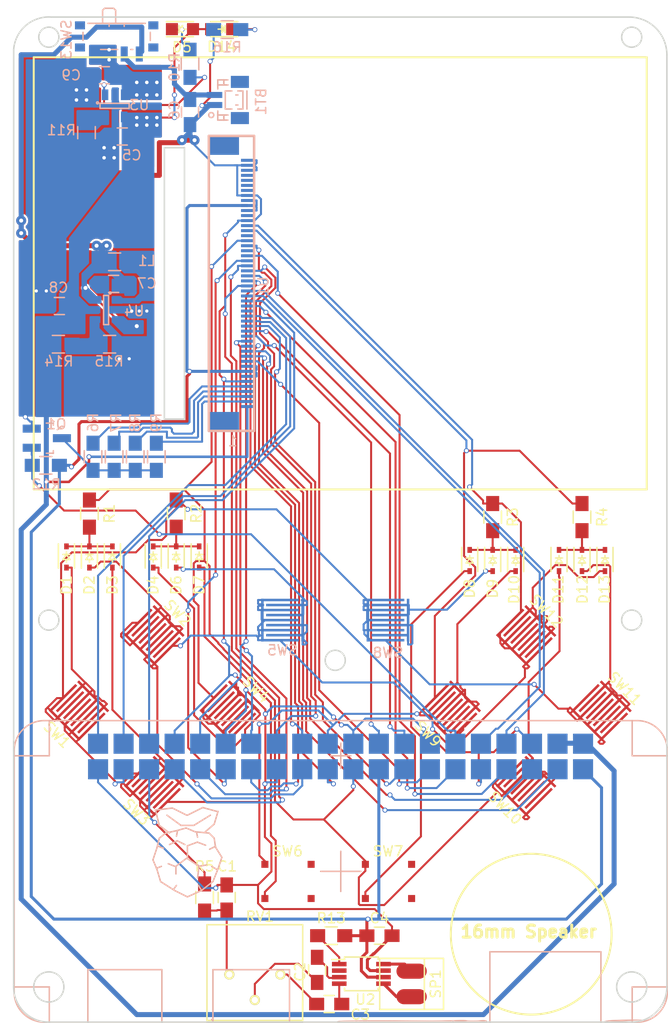
<source format=kicad_pcb>
(kicad_pcb (version 4) (host pcbnew 4.0.2-stable)

  (general
    (links 238)
    (no_connects 0)
    (area 87.500001 49.15 184.285715 165.450001)
    (thickness 1.6)
    (drawings 68)
    (tracks 1506)
    (zones 0)
    (modules 62)
    (nets 79)
  )

  (page A4)
  (layers
    (0 F.Cu signal)
    (31 B.Cu signal)
    (32 B.Adhes user)
    (33 F.Adhes user)
    (34 B.Paste user)
    (35 F.Paste user)
    (36 B.SilkS user)
    (37 F.SilkS user)
    (38 B.Mask user)
    (39 F.Mask user)
    (40 Dwgs.User user hide)
    (41 Cmts.User user)
    (42 Eco1.User user hide)
    (43 Eco2.User user hide)
    (44 Edge.Cuts user)
    (45 Margin user)
    (46 B.CrtYd user)
    (47 F.CrtYd user)
    (48 B.Fab user)
    (49 F.Fab user)
  )

  (setup
    (last_trace_width 0.2)
    (trace_clearance 0.2)
    (zone_clearance 0.008)
    (zone_45_only yes)
    (trace_min 0.006)
    (segment_width 0.2)
    (edge_width 0.15)
    (via_size 0.5)
    (via_drill 0.32)
    (via_min_size 0.019685)
    (via_min_drill 0.3)
    (uvia_size 0.3)
    (uvia_drill 0.1)
    (uvias_allowed no)
    (uvia_min_size 0.007874)
    (uvia_min_drill 0.1)
    (pcb_text_width 0.3)
    (pcb_text_size 1.5 1.5)
    (mod_edge_width 0.15)
    (mod_text_size 1 1)
    (mod_text_width 0.15)
    (pad_size 1.5 1.25)
    (pad_drill 0)
    (pad_to_mask_clearance 0.2)
    (aux_axis_origin 0 0)
    (visible_elements 7FFEFFFF)
    (pcbplotparams
      (layerselection 0x030f0_80000001)
      (usegerberextensions false)
      (excludeedgelayer true)
      (linewidth 0.100000)
      (plotframeref false)
      (viasonmask false)
      (mode 1)
      (useauxorigin false)
      (hpglpennumber 1)
      (hpglpenspeed 20)
      (hpglpendiameter 15)
      (hpglpenoverlay 2)
      (psnegative false)
      (psa4output false)
      (plotreference true)
      (plotvalue true)
      (plotinvisibletext false)
      (padsonsilk false)
      (subtractmaskfromsilk false)
      (outputformat 1)
      (mirror false)
      (drillshape 0)
      (scaleselection 1)
      (outputdirectory Gerbers/))
  )

  (net 0 "")
  (net 1 "Net-(C1-Pad1)")
  (net 2 GND)
  (net 3 "Net-(D1-Pad2)")
  (net 4 "Net-(D1-Pad1)")
  (net 5 "Net-(D2-Pad2)")
  (net 6 "Net-(D3-Pad2)")
  (net 7 "Net-(D4-Pad2)")
  (net 8 "Net-(D4-Pad1)")
  (net 9 +3V3)
  (net 10 /BLU3)
  (net 11 /BLU4)
  (net 12 /BLU5)
  (net 13 /BLU6)
  (net 14 /BLU7)
  (net 15 /BTN3)
  (net 16 /BTN4)
  (net 17 /BTN1)
  (net 18 /BL)
  (net 19 /CLOCK)
  (net 20 /DEN)
  (net 21 /AUDIO)
  (net 22 /BTN2)
  (net 23 "Net-(BT1-Pad1)")
  (net 24 "Net-(C2-Pad1)")
  (net 25 "Net-(C2-Pad2)")
  (net 26 "Net-(C3-Pad1)")
  (net 27 "Net-(C3-Pad2)")
  (net 28 +5V)
  (net 29 VBOOST)
  (net 30 "Net-(D5-Pad1)")
  (net 31 "Net-(D6-Pad2)")
  (net 32 "Net-(D7-Pad2)")
  (net 33 "Net-(D10-Pad1)")
  (net 34 "Net-(D8-Pad2)")
  (net 35 "Net-(D9-Pad2)")
  (net 36 "Net-(D10-Pad2)")
  (net 37 "Net-(D11-Pad1)")
  (net 38 "Net-(D11-Pad2)")
  (net 39 "Net-(D12-Pad2)")
  (net 40 "Net-(D13-Pad2)")
  (net 41 "Net-(L1-Pad2)")
  (net 42 /VSYNC)
  (net 43 /HSYNC)
  (net 44 /GRE4)
  (net 45 /GRE5)
  (net 46 /GRE7)
  (net 47 /RST)
  (net 48 /RED5)
  (net 49 /RED6)
  (net 50 /RED7)
  (net 51 /MISO)
  (net 52 /GRE2)
  (net 53 /GRE3)
  (net 54 /GRE6)
  (net 55 /RED3)
  (net 56 /RED4)
  (net 57 "Net-(Q1-Pad3)")
  (net 58 "Net-(R10-Pad2)")
  (net 59 "Net-(R11-Pad1)")
  (net 60 "Net-(R13-Pad1)")
  (net 61 "Net-(R14-Pad2)")
  (net 62 "Net-(SP1-Pad1)")
  (net 63 "Net-(SP1-Pad2)")
  (net 64 "Net-(U2-Pad2)")
  (net 65 VBAT)
  (net 66 "Net-(U1-Pad20)")
  (net 67 "Net-(U1-Pad39)")
  (net 68 "Net-(U1-Pad35)")
  (net 69 "Net-(U1-Pad32)")
  (net 70 "Net-(U1-Pad45)")
  (net 71 "Net-(U1-Pad44)")
  (net 72 "Net-(U1-Pad46)")
  (net 73 "Net-(U1-Pad47)")
  (net 74 /LED4)
  (net 75 /LED3)
  (net 76 /LED2)
  (net 77 /LED1)
  (net 78 "Net-(D14-Pad1)")

  (net_class Default "This is the default net class."
    (clearance 0.2)
    (trace_width 0.2)
    (via_dia 0.5)
    (via_drill 0.32)
    (uvia_dia 0.3)
    (uvia_drill 0.1)
    (add_net /AUDIO)
    (add_net /BL)
    (add_net /BLU3)
    (add_net /BLU4)
    (add_net /BLU5)
    (add_net /BLU6)
    (add_net /BLU7)
    (add_net /BTN1)
    (add_net /BTN2)
    (add_net /BTN3)
    (add_net /BTN4)
    (add_net /CLOCK)
    (add_net /DEN)
    (add_net /GRE2)
    (add_net /GRE3)
    (add_net /GRE4)
    (add_net /GRE5)
    (add_net /GRE6)
    (add_net /GRE7)
    (add_net /HSYNC)
    (add_net /LED1)
    (add_net /LED2)
    (add_net /LED3)
    (add_net /LED4)
    (add_net /MISO)
    (add_net /RED3)
    (add_net /RED4)
    (add_net /RED5)
    (add_net /RED6)
    (add_net /RED7)
    (add_net /RST)
    (add_net /VSYNC)
    (add_net GND)
    (add_net "Net-(BT1-Pad1)")
    (add_net "Net-(C1-Pad1)")
    (add_net "Net-(C2-Pad1)")
    (add_net "Net-(C2-Pad2)")
    (add_net "Net-(C3-Pad1)")
    (add_net "Net-(C3-Pad2)")
    (add_net "Net-(D1-Pad1)")
    (add_net "Net-(D1-Pad2)")
    (add_net "Net-(D10-Pad1)")
    (add_net "Net-(D10-Pad2)")
    (add_net "Net-(D11-Pad1)")
    (add_net "Net-(D11-Pad2)")
    (add_net "Net-(D12-Pad2)")
    (add_net "Net-(D13-Pad2)")
    (add_net "Net-(D14-Pad1)")
    (add_net "Net-(D2-Pad2)")
    (add_net "Net-(D3-Pad2)")
    (add_net "Net-(D4-Pad1)")
    (add_net "Net-(D4-Pad2)")
    (add_net "Net-(D5-Pad1)")
    (add_net "Net-(D6-Pad2)")
    (add_net "Net-(D7-Pad2)")
    (add_net "Net-(D8-Pad2)")
    (add_net "Net-(D9-Pad2)")
    (add_net "Net-(L1-Pad2)")
    (add_net "Net-(Q1-Pad3)")
    (add_net "Net-(R10-Pad2)")
    (add_net "Net-(R11-Pad1)")
    (add_net "Net-(R13-Pad1)")
    (add_net "Net-(R14-Pad2)")
    (add_net "Net-(U1-Pad20)")
    (add_net "Net-(U1-Pad32)")
    (add_net "Net-(U1-Pad35)")
    (add_net "Net-(U1-Pad39)")
    (add_net "Net-(U1-Pad44)")
    (add_net "Net-(U1-Pad45)")
    (add_net "Net-(U1-Pad46)")
    (add_net "Net-(U1-Pad47)")
    (add_net "Net-(U2-Pad2)")
    (add_net VBAT)
  )

  (net_class "Low power" ""
    (clearance 0.2)
    (trace_width 0.25)
    (via_dia 0.5)
    (via_drill 0.32)
    (uvia_dia 0.3)
    (uvia_drill 0.1)
    (add_net +3V3)
    (add_net +5V)
    (add_net "Net-(SP1-Pad1)")
    (add_net "Net-(SP1-Pad2)")
  )

  (net_class Power ""
    (clearance 0.2)
    (trace_width 0.5)
    (via_dia 0.9)
    (via_drill 0.4)
    (uvia_dia 0.3)
    (uvia_drill 0.1)
    (add_net VBOOST)
  )

  (module Capacitors_SMD:C_0805_HandSoldering (layer B.Cu) (tedit 579D04BF) (tstamp 5788231C)
    (at 114.808 71.882 180)
    (descr "Capacitor SMD 0805, hand soldering")
    (tags "capacitor 0805")
    (path /571F3929)
    (attr smd)
    (fp_text reference C5 (at -0.942 -1.868 360) (layer B.SilkS)
      (effects (font (size 1 1) (thickness 0.15)) (justify mirror))
    )
    (fp_text value 4.7uF (at 0 -2.1 180) (layer B.Fab)
      (effects (font (size 1 1) (thickness 0.15)) (justify mirror))
    )
    (fp_line (start -2.3 1) (end 2.3 1) (layer B.CrtYd) (width 0.05))
    (fp_line (start -2.3 -1) (end 2.3 -1) (layer B.CrtYd) (width 0.05))
    (fp_line (start -2.3 1) (end -2.3 -1) (layer B.CrtYd) (width 0.05))
    (fp_line (start 2.3 1) (end 2.3 -1) (layer B.CrtYd) (width 0.05))
    (fp_line (start 0.5 0.85) (end -0.5 0.85) (layer B.SilkS) (width 0.15))
    (fp_line (start -0.5 -0.85) (end 0.5 -0.85) (layer B.SilkS) (width 0.15))
    (pad 1 smd rect (at -1.25 0 180) (size 1.5 1.25) (layers B.Cu B.Paste B.Mask)
      (net 28 +5V))
    (pad 2 smd rect (at 1.25 0 180) (size 1.5 1.25) (layers B.Cu B.Paste B.Mask)
      (net 2 GND))
    (model Capacitors_SMD.3dshapes/C_0805_HandSoldering.wrl
      (at (xyz 0 0 0))
      (scale (xyz 1 1 1))
      (rotate (xyz 0 0 0))
    )
  )

  (module gamegirl-v02:raspberry-zero (layer B.Cu) (tedit 578DA8F5) (tstamp 578EDF61)
    (at 137.8 145 180)
    (descr 34)
    (path /571E7605)
    (fp_text reference P1 (at 0 -7.25 180) (layer B.SilkS) hide
      (effects (font (thickness 0.3)) (justify mirror))
    )
    (fp_text value PI-ZERO (at 0.5 -4 180) (layer B.SilkS) hide
      (effects (font (thickness 0.3)) (justify mirror))
    )
    (fp_line (start 0.25 11.5) (end 2.25 11.5) (layer B.SilkS) (width 0.15))
    (fp_line (start 17.6 3.5) (end 17.5 4) (layer B.SilkS) (width 0.15))
    (fp_line (start 15.5 3.4) (end 15.6 3.9) (layer B.SilkS) (width 0.15))
    (fp_line (start 14.3 2.2) (end 13.7 2.5) (layer B.SilkS) (width 0.15))
    (fp_line (start 18.9 2.3) (end 19.4 2.5) (layer B.SilkS) (width 0.15))
    (fp_line (start 19.1 0.5) (end 19.6 0.3) (layer B.SilkS) (width 0.15))
    (fp_line (start 14.1 0.5) (end 13.6 0.2) (layer B.SilkS) (width 0.15))
    (fp_line (start 15.4 -1.4) (end 15.1 -1.9) (layer B.SilkS) (width 0.15))
    (fp_line (start 17.6 -1.4) (end 17.9 -1.8) (layer B.SilkS) (width 0.15))
    (fp_line (start 15.5 2.9) (end 14.7 2.6) (layer B.SilkS) (width 0.15))
    (fp_line (start 16.6 5.6) (end 18 6.3) (layer B.SilkS) (width 0.15))
    (fp_line (start 18 6.3) (end 19.7 6.1) (layer B.SilkS) (width 0.15))
    (fp_line (start -0.75 0) (end 3.25 0) (layer B.SilkS) (width 0.15))
    (fp_line (start 1.25 2) (end 1.25 -2) (layer B.SilkS) (width 0.15))
    (fp_line (start -28.25 -15) (end 30.75 -15) (layer B.SilkS) (width 0.15))
    (fp_arc (start -28.25 -12) (end -28.25 -15) (angle -90) (layer B.SilkS) (width 0.15))
    (fp_line (start -31.25 12) (end -31.25 -12) (layer B.SilkS) (width 0.15))
    (fp_line (start 30.75 15) (end -28.25 15) (layer B.SilkS) (width 0.15))
    (fp_line (start 33.75 -12) (end 33.75 12) (layer B.SilkS) (width 0.15))
    (fp_arc (start 30.75 -12) (end 33.75 -12) (angle -90) (layer B.SilkS) (width 0.15))
    (fp_line (start 33.75 -11.5) (end 30.25 -11.5) (layer B.SilkS) (width 0.15))
    (fp_line (start 30.25 -11.5) (end 30.25 -15) (layer B.SilkS) (width 0.15))
    (fp_line (start 30.25 15) (end 30.25 11.5) (layer B.SilkS) (width 0.15))
    (fp_line (start 30.25 11.5) (end 33.75 11.5) (layer B.SilkS) (width 0.15))
    (fp_arc (start 30.75 12) (end 30.75 15) (angle -90) (layer B.SilkS) (width 0.15))
    (fp_arc (start -28.25 12) (end -31.25 12) (angle -90) (layer B.SilkS) (width 0.15))
    (fp_line (start -27.75 15) (end -27.75 11.5) (layer B.SilkS) (width 0.15))
    (fp_line (start -27.75 11.5) (end -31.25 11.5) (layer B.SilkS) (width 0.15))
    (fp_line (start -31.25 -11.5) (end -27.75 -11.5) (layer B.SilkS) (width 0.15))
    (fp_line (start -27.75 -11.5) (end -27.75 -15) (layer B.SilkS) (width 0.15))
    (fp_line (start -27.75 -15) (end -27.75 -14.75) (layer B.SilkS) (width 0.15))
    (fp_line (start 1.25 12.75) (end 1.25 10.25) (layer B.SilkS) (width 0.15))
    (fp_line (start 16.764 2.667) (end 17.526 3.048) (layer B.SilkS) (width 0.15))
    (fp_line (start 17.526 3.048) (end 18.288 2.667) (layer B.SilkS) (width 0.15))
    (fp_line (start 17.78 0.508) (end 18.415 0.762) (layer B.SilkS) (width 0.15))
    (fp_line (start 17.653 -0.254) (end 17.653 0.508) (layer B.SilkS) (width 0.15))
    (fp_line (start 17.653 0.508) (end 16.637 1.27) (layer B.SilkS) (width 0.15))
    (fp_line (start 15.494 -0.635) (end 15.367 0.381) (layer B.SilkS) (width 0.15))
    (fp_line (start 15.494 2.921) (end 16.51 2.54) (layer B.SilkS) (width 0.15))
    (fp_line (start 16.51 2.54) (end 16.51 1.27) (layer B.SilkS) (width 0.15))
    (fp_line (start 16.51 1.27) (end 15.367 0.508) (layer B.SilkS) (width 0.15))
    (fp_line (start 15.367 0.508) (end 14.605 0.635) (layer B.SilkS) (width 0.15))
    (fp_line (start 14.351 3.81) (end 13.843 3.302) (layer B.SilkS) (width 0.15))
    (fp_line (start 13.843 3.302) (end 13.716 2.413) (layer B.SilkS) (width 0.15))
    (fp_line (start 13.716 2.413) (end 13.081 1.397) (layer B.SilkS) (width 0.15))
    (fp_line (start 13.081 1.397) (end 13.462 0.254) (layer B.SilkS) (width 0.15))
    (fp_line (start 13.462 0.254) (end 13.97 -1.016) (layer B.SilkS) (width 0.15))
    (fp_line (start 13.97 -1.016) (end 15.113 -1.905) (layer B.SilkS) (width 0.15))
    (fp_line (start 15.113 -1.905) (end 16.51 -2.54) (layer B.SilkS) (width 0.15))
    (fp_line (start 16.51 -2.54) (end 17.78 -1.905) (layer B.SilkS) (width 0.15))
    (fp_line (start 17.78 -1.905) (end 19.177 -1.016) (layer B.SilkS) (width 0.15))
    (fp_line (start 19.177 -1.016) (end 19.558 0.254) (layer B.SilkS) (width 0.15))
    (fp_line (start 19.558 0.254) (end 19.939 1.143) (layer B.SilkS) (width 0.15))
    (fp_line (start 19.939 1.143) (end 19.558 2.286) (layer B.SilkS) (width 0.15))
    (fp_line (start 19.558 2.286) (end 19.304 3.302) (layer B.SilkS) (width 0.15))
    (fp_line (start 19.304 3.302) (end 18.669 3.81) (layer B.SilkS) (width 0.15))
    (fp_line (start 18.669 3.81) (end 17.526 4.064) (layer B.SilkS) (width 0.15))
    (fp_line (start 17.526 4.064) (end 16.637 4.318) (layer B.SilkS) (width 0.15))
    (fp_line (start 16.637 4.318) (end 15.748 3.937) (layer B.SilkS) (width 0.15))
    (fp_line (start 15.748 3.937) (end 14.351 3.81) (layer B.SilkS) (width 0.15))
    (fp_line (start 14.732 3.937) (end 13.843 4.699) (layer B.SilkS) (width 0.15))
    (fp_line (start 13.843 4.699) (end 13.462 5.969) (layer B.SilkS) (width 0.15))
    (fp_line (start 13.589 5.969) (end 14.986 6.35) (layer B.SilkS) (width 0.15))
    (fp_line (start 14.986 6.35) (end 16.51 5.588) (layer B.SilkS) (width 0.15))
    (fp_line (start 19.685 6.096) (end 19.304 4.572) (layer B.SilkS) (width 0.15))
    (fp_line (start 19.304 4.572) (end 18.288 3.81) (layer B.SilkS) (width 0.15))
    (fp_line (start 18.542 5.588) (end 17.145 4.572) (layer B.SilkS) (width 0.15))
    (fp_line (start 17.145 4.572) (end 15.875 4.572) (layer B.SilkS) (width 0.15))
    (fp_line (start 15.875 4.572) (end 14.224 5.588) (layer B.SilkS) (width 0.15))
    (fp_line (start -24.638 -14.859) (end -24.638 -8.001) (layer B.SilkS) (width 0.15))
    (fp_line (start -24.638 -8.001) (end -13.589 -8.001) (layer B.SilkS) (width 0.15))
    (fp_line (start -13.589 -8.001) (end -13.589 -14.859) (layer B.SilkS) (width 0.15))
    (fp_line (start 19.05 -14.859) (end 19.05 -9.779) (layer B.SilkS) (width 0.15))
    (fp_line (start 19.05 -9.779) (end 26.416 -9.779) (layer B.SilkS) (width 0.15))
    (fp_line (start 26.416 -9.779) (end 26.416 -14.859) (layer B.SilkS) (width 0.15))
    (fp_line (start 6.35 -14.859) (end 6.35 -9.779) (layer B.SilkS) (width 0.15))
    (fp_line (start 6.35 -9.779) (end 13.97 -9.779) (layer B.SilkS) (width 0.15))
    (fp_line (start 13.97 -9.779) (end 13.97 -14.859) (layer B.SilkS) (width 0.15))
    (fp_line (start 13.97 -14.859) (end 14.097 -14.732) (layer B.SilkS) (width 0.15))
    (fp_poly (pts (xy -27.301833 -14.746695) (xy -26.837439 -14.754437) (xy -26.385832 -14.765582) (xy -25.978021 -14.77972)
      (xy -25.645017 -14.796438) (xy -25.417831 -14.815326) (xy -25.399997 -14.817605) (xy -24.96655 -14.876238)
      (xy -25.486686 -14.929662) (xy -25.958317 -14.971443) (xy -26.263025 -14.982585) (xy -26.404518 -14.963208)
      (xy -26.410171 -14.959309) (xy -26.503103 -14.94532) (xy -26.735886 -14.92548) (xy -27.07519 -14.902253)
      (xy -27.487689 -14.878103) (xy -27.564673 -14.873978) (xy -27.987788 -14.848783) (xy -28.344721 -14.822163)
      (xy -28.601707 -14.797032) (xy -28.724981 -14.776303) (xy -28.730205 -14.773433) (xy -28.667046 -14.757988)
      (xy -28.461618 -14.748003) (xy -28.144933 -14.743066) (xy -27.748001 -14.742767) (xy -27.301833 -14.746695)) (layer B.SilkS) (width 0.01))
    (fp_poly (pts (xy -15.275124 -7.285874) (xy -15.196806 -7.42873) (xy -15.105751 -7.632387) (xy -15.045456 -7.707069)
      (xy -14.976596 -7.68238) (xy -14.92039 -7.636813) (xy -14.787144 -7.596947) (xy -14.707567 -7.673012)
      (xy -14.731197 -7.792339) (xy -14.69791 -7.855869) (xy -14.551566 -7.901329) (xy -14.352179 -7.920941)
      (xy -14.159765 -7.906931) (xy -14.070309 -7.877959) (xy -13.861228 -7.848189) (xy -13.723551 -7.882339)
      (xy -13.477307 -7.964976) (xy -13.287653 -8.013795) (xy -13.055448 -8.1293) (xy -12.912515 -8.367142)
      (xy -12.85041 -8.743448) (xy -12.846593 -8.856203) (xy -12.883904 -9.234588) (xy -13.017706 -9.51465)
      (xy -13.218004 -9.724359) (xy -13.381044 -9.765047) (xy -13.508139 -9.636338) (xy -13.580165 -9.406699)
      (xy -13.373559 -9.406699) (xy -13.322313 -9.566246) (xy -13.237243 -9.576884) (xy -13.162768 -9.444422)
      (xy -13.149087 -9.37734) (xy -13.173467 -9.220949) (xy -13.256478 -9.189079) (xy -13.360454 -9.257138)
      (xy -13.373559 -9.406699) (xy -13.580165 -9.406699) (xy -13.598574 -9.348009) (xy -13.663285 -9.237432)
      (xy -13.669718 -9.230734) (xy -13.681504 -9.145734) (xy -13.65358 -9.145734) (xy -13.610236 -9.189079)
      (xy -13.566891 -9.145734) (xy -13.610236 -9.102389) (xy -13.65358 -9.145734) (xy -13.681504 -9.145734)
      (xy -13.685749 -9.115128) (xy -13.643216 -8.945095) (xy -13.609556 -8.713585) (xy -13.66475 -8.507274)
      (xy -13.755647 -8.408874) (xy -13.393512 -8.408874) (xy -13.361794 -8.480229) (xy -13.335719 -8.466667)
      (xy -13.325344 -8.363787) (xy -13.335719 -8.351081) (xy -13.387256 -8.362981) (xy -13.393512 -8.408874)
      (xy -13.755647 -8.408874) (xy -13.784287 -8.37787) (xy -13.917369 -8.36671) (xy -14.085632 -8.398512)
      (xy -14.352704 -8.42815) (xy -14.52177 -8.440653) (xy -14.857346 -8.486984) (xy -15.055556 -8.583203)
      (xy -15.096725 -8.6284) (xy -15.186489 -8.721395) (xy -15.216747 -8.707183) (xy -15.260763 -8.700966)
      (xy -15.340827 -8.78573) (xy -15.416163 -8.970163) (xy -15.408528 -9.089143) (xy -15.385384 -9.18364)
      (xy -15.453849 -9.150984) (xy -15.501172 -9.113447) (xy -15.615173 -9.04211) (xy -15.647437 -9.05148)
      (xy -15.710617 -9.061789) (xy -15.818865 -9.016744) (xy -15.940967 -8.967308) (xy -15.950285 -9.027019)
      (xy -15.939624 -9.057039) (xy -15.942378 -9.169593) (xy -15.98492 -9.189079) (xy -16.071698 -9.119726)
      (xy -16.080884 -9.068319) (xy -16.099864 -8.982047) (xy -16.175549 -8.923245) (xy -16.336057 -8.885886)
      (xy -16.338798 -8.885666) (xy -15.820816 -8.885666) (xy -15.777471 -8.92901) (xy -15.734126 -8.885666)
      (xy -15.777471 -8.842321) (xy -15.820816 -8.885666) (xy -16.338798 -8.885666) (xy -16.609506 -8.86394)
      (xy -17.024014 -8.85138) (xy -17.099485 -8.849944) (xy -17.509588 -8.851909) (xy -17.780779 -8.874082)
      (xy -17.8978 -8.915022) (xy -17.901362 -8.92554) (xy -17.837486 -9.012512) (xy -17.814672 -9.0157)
      (xy -17.730482 -9.079678) (xy -17.727983 -9.099668) (xy -17.791527 -9.147366) (xy -17.858017 -9.133738)
      (xy -17.969351 -9.137552) (xy -17.988051 -9.179804) (xy -18.048707 -9.27132) (xy -18.074741 -9.275768)
      (xy -18.146438 -9.20358) (xy -18.16143 -9.11156) (xy -18.229128 -8.971625) (xy -18.356481 -8.937707)
      (xy -18.603113 -8.930212) (xy -18.695029 -8.92901) (xy -18.074741 -8.92901) (xy -18.043022 -9.000366)
      (xy -18.016948 -8.986803) (xy -18.006573 -8.883923) (xy -18.016948 -8.871217) (xy -18.068485 -8.883117)
      (xy -18.074741 -8.92901) (xy -18.695029 -8.92901) (xy -18.958695 -8.925562) (xy -19.392482 -8.923527)
      (xy -19.873727 -8.92388) (xy -20.371685 -8.92639) (xy -20.85561 -8.930828) (xy -21.294756 -8.936966)
      (xy -21.658377 -8.944573) (xy -21.915727 -8.953422) (xy -22.03606 -8.963281) (xy -22.040824 -8.965173)
      (xy -22.021491 -9.050146) (xy -21.94274 -9.147798) (xy -21.819548 -9.292012) (xy -21.83069 -9.354818)
      (xy -21.890934 -9.362457) (xy -21.987649 -9.292087) (xy -22.080162 -9.141487) (xy -22.158935 -8.996659)
      (xy -22.218223 -8.998781) (xy -22.263808 -9.068767) (xy -22.291505 -9.22903) (xy -22.22313 -9.31141)
      (xy -22.134495 -9.467182) (xy -22.133108 -9.570157) (xy -22.123132 -9.689423) (xy -22.049574 -9.686836)
      (xy -21.863497 -9.611417) (xy -21.792106 -9.582595) (xy -21.661997 -9.59251) (xy -21.605077 -9.70467)
      (xy -21.519183 -9.834934) (xy -21.420306 -9.830332) (xy -21.304151 -9.830017) (xy -21.282249 -9.873319)
      (xy -21.349328 -9.964466) (xy -21.379775 -9.969283) (xy -21.439328 -10.043994) (xy -21.425287 -10.229352)
      (xy -21.418089 -10.419243) (xy -21.475197 -10.493009) (xy -21.571171 -10.42424) (xy -21.588264 -10.398521)
      (xy -21.680956 -10.35784) (xy -21.783244 -10.425983) (xy -21.839877 -10.550979) (xy -21.830926 -10.626775)
      (xy -21.834612 -10.713139) (xy -21.917294 -10.699952) (xy -22.011657 -10.600824) (xy -22.008653 -10.536777)
      (xy -22.038476 -10.416435) (xy -22.105319 -10.371565) (xy -22.202365 -10.357357) (xy -22.202711 -10.38619)
      (xy -22.206296 -10.508736) (xy -22.240225 -10.580248) (xy -22.298603 -10.636199) (xy -22.31919 -10.53755)
      (xy -22.319867 -10.48942) (xy -22.287109 -10.267327) (xy -22.235833 -10.142662) (xy -22.168172 -10.059115)
      (xy -22.150646 -10.126908) (xy -22.150471 -10.138328) (xy -22.121659 -10.215066) (xy -22.05189 -10.166774)
      (xy -21.899308 -10.105204) (xy -21.835167 -10.115367) (xy -21.744026 -10.093537) (xy -21.715696 -9.921778)
      (xy -21.724275 -9.757432) (xy -21.778382 -9.746182) (xy -21.889075 -9.839249) (xy -22.016688 -9.934126)
      (xy -22.062066 -9.900403) (xy -22.063781 -9.874357) (xy -22.081045 -9.801626) (xy -22.148154 -9.881065)
      (xy -22.149143 -9.882594) (xy -22.218337 -9.950662) (xy -22.234505 -9.922843) (xy -22.308498 -9.850632)
      (xy -22.414792 -9.833057) (xy -22.521881 -9.850052) (xy -22.563383 -9.930941) (xy -22.553426 -10.120586)
      (xy -22.539354 -10.228567) (xy -22.512855 -10.470326) (xy -22.534168 -10.589089) (xy -22.622774 -10.632908)
      (xy -22.707153 -10.642467) (xy -22.871969 -10.622789) (xy -22.933936 -10.556235) (xy -22.86241 -10.482683)
      (xy -22.83725 -10.473169) (xy -22.788497 -10.387685) (xy -22.835104 -10.205876) (xy -22.867016 -10.040977)
      (xy -22.833153 -9.962659) (xy -22.763224 -10.006061) (xy -22.726693 -10.077645) (xy -22.693956 -10.085333)
      (xy -22.676189 -9.952512) (xy -22.676124 -9.950332) (xy -22.69244 -9.78607) (xy -22.774122 -9.756459)
      (xy -22.820986 -9.77063) (xy -23.011493 -9.896157) (xy -23.063967 -10.101347) (xy -23.048314 -10.225269)
      (xy -23.069382 -10.481361) (xy -23.140902 -10.619454) (xy -23.238683 -10.739628) (xy -23.252271 -10.723243)
      (xy -23.220215 -10.619454) (xy -23.197379 -10.505399) (xy -23.258386 -10.533139) (xy -23.268673 -10.542425)
      (xy -23.309232 -10.587819) (xy -23.33994 -10.654002) (xy -23.36176 -10.762342) (xy -23.375655 -10.934209)
      (xy -23.38259 -11.19097) (xy -23.383526 -11.553995) (xy -23.379428 -12.044652) (xy -23.371258 -12.68431)
      (xy -23.369848 -12.78669) (xy -23.361578 -13.38816) (xy -23.356326 -13.83748) (xy -23.355022 -14.155861)
      (xy -23.358597 -14.36452) (xy -23.367981 -14.484671) (xy -23.384103 -14.537527) (xy -23.407893 -14.544304)
      (xy -23.440283 -14.526215) (xy -23.445955 -14.522659) (xy -23.486554 -14.414054) (xy -23.500242 -14.191639)
      (xy -23.492695 -14.020353) (xy -23.496434 -13.634589) (xy -23.584419 -13.373973) (xy -23.588376 -13.367831)
      (xy -23.67223 -13.185033) (xy -23.678514 -13.063144) (xy -23.642705 -13.047951) (xy -23.62838 -13.133447)
      (xy -23.608277 -13.245897) (xy -23.551531 -13.197887) (xy -23.540895 -13.181463) (xy -23.513834 -12.990075)
      (xy -23.551961 -12.887226) (xy -23.60045 -12.69154) (xy -23.602588 -12.429182) (xy -23.597506 -12.38409)
      (xy -23.587748 -12.158874) (xy -23.62778 -12.053099) (xy -23.641223 -12.049829) (xy -23.69375 -11.981057)
      (xy -23.684457 -11.876537) (xy -23.680557 -11.715319) (xy -23.717691 -11.654697) (xy -23.773732 -11.692368)
      (xy -23.79757 -11.849662) (xy -23.812253 -12.002531) (xy -23.858973 -11.995698) (xy -23.876752 -11.970171)
      (xy -23.933466 -11.945199) (xy -23.983184 -12.074247) (xy -24.01542 -12.252699) (xy -24.035034 -12.586644)
      (xy -23.975373 -12.779759) (xy -23.920736 -12.902712) (xy -23.970901 -12.960859) (xy -24.022117 -13.084571)
      (xy -24.043176 -13.364429) (xy -24.037054 -13.699059) (xy -24.031432 -14.023122) (xy -24.045472 -14.244358)
      (xy -24.076754 -14.331047) (xy -24.085103 -14.329304) (xy -24.126144 -14.37388) (xy -24.135577 -14.545901)
      (xy -24.129231 -14.639096) (xy -24.116235 -14.86521) (xy -24.151806 -14.966501) (xy -24.260758 -14.98989)
      (xy -24.314088 -14.988629) (xy -24.577519 -14.953601) (xy -24.749826 -14.91058) (xy -24.96655 -14.841173)
      (xy -24.759715 -14.832532) (xy -24.636578 -14.814674) (xy -24.585106 -14.744146) (xy -24.588567 -14.574898)
      (xy -24.608676 -14.41682) (xy -24.661445 -14.163001) (xy -24.731193 -13.98638) (xy -24.764372 -13.948007)
      (xy -24.846203 -13.812974) (xy -24.895205 -13.570583) (xy -24.90911 -13.284141) (xy -24.885649 -13.016954)
      (xy -24.822553 -12.832328) (xy -24.805112 -12.811015) (xy -24.746948 -12.718367) (xy -24.704852 -12.556934)
      (xy -24.67556 -12.299629) (xy -24.655809 -11.919363) (xy -24.648916 -11.659727) (xy -24.056311 -11.659727)
      (xy -24.012966 -11.703072) (xy -23.969621 -11.659727) (xy -24.012966 -11.616382) (xy -24.056311 -11.659727)
      (xy -24.648916 -11.659727) (xy -24.643967 -11.473371) (xy -24.624723 -10.517554) (xy -24.02102 -10.517554)
      (xy -24.012966 -10.533434) (xy -23.969163 -10.636674) (xy -23.950436 -10.855667) (xy -23.954715 -11.031098)
      (xy -23.965475 -11.295979) (xy -23.943625 -11.431348) (xy -23.872448 -11.480339) (xy -23.778259 -11.486348)
      (xy -23.677636 -11.477739) (xy -23.6168 -11.428665) (xy -23.585668 -11.304256) (xy -23.574152 -11.069641)
      (xy -23.572396 -10.792833) (xy -23.536174 -10.792833) (xy -23.492829 -10.836178) (xy -23.449485 -10.792833)
      (xy -23.492829 -10.749488) (xy -23.536174 -10.792833) (xy -23.572396 -10.792833) (xy -23.572277 -10.77422)
      (xy -23.579252 -10.410962) (xy -23.592234 -10.265472) (xy -23.442641 -10.265472) (xy -23.426702 -10.37791)
      (xy -23.39711 -10.379252) (xy -23.376416 -10.263228) (xy -23.390266 -10.213097) (xy -23.428759 -10.180261)
      (xy -23.442641 -10.265472) (xy -23.592234 -10.265472) (xy -23.598974 -10.18995) (xy -23.627662 -10.118632)
      (xy -23.661535 -10.204454) (xy -23.696812 -10.454862) (xy -23.70292 -10.516934) (xy -23.778879 -10.553889)
      (xy -23.904604 -10.539407) (xy -24.02102 -10.517554) (xy -24.624723 -10.517554) (xy -24.621291 -10.347093)
      (xy -23.910093 -10.347093) (xy -23.87091 -10.402731) (xy -23.797456 -10.337418) (xy -23.796242 -10.323131)
      (xy -23.767647 -10.177852) (xy -23.743623 -10.106408) (xy -23.739234 -9.990557) (xy -23.776862 -9.969283)
      (xy -23.855535 -10.043378) (xy -23.904149 -10.186007) (xy -23.910093 -10.347093) (xy -24.621291 -10.347093)
      (xy -24.619792 -10.272696) (xy -24.390408 -10.246135) (xy -24.161805 -10.16962) (xy -24.024698 -10.068937)
      (xy -23.944588 -9.954238) (xy -23.967293 -9.848095) (xy -23.990197 -9.820678) (xy -23.818886 -9.820678)
      (xy -23.770613 -9.880511) (xy -23.735787 -9.839249) (xy -23.276106 -9.839249) (xy -23.232761 -9.882594)
      (xy -23.189416 -9.839249) (xy -23.232761 -9.795905) (xy -23.276106 -9.839249) (xy -23.735787 -9.839249)
      (xy -23.69487 -9.790771) (xy -23.674752 -9.743565) (xy -23.567449 -9.647485) (xy -23.492099 -9.654155)
      (xy -23.3812 -9.651304) (xy -23.37544 -9.567203) (xy -23.450026 -9.492492) (xy -22.755969 -9.492492)
      (xy -22.712625 -9.535836) (xy -22.66928 -9.492492) (xy -22.712625 -9.449147) (xy -22.755969 -9.492492)
      (xy -23.450026 -9.492492) (xy -23.450899 -9.491618) (xy -23.49715 -9.405802) (xy -23.102727 -9.405802)
      (xy -23.059382 -9.449147) (xy -23.016038 -9.405802) (xy -23.059382 -9.362457) (xy -23.102727 -9.405802)
      (xy -23.49715 -9.405802) (xy -23.504151 -9.392814) (xy -23.494124 -9.364552) (xy -23.523931 -9.323822)
      (xy -23.614055 -9.335036) (xy -23.757591 -9.455328) (xy -23.815884 -9.630364) (xy -23.818886 -9.820678)
      (xy -23.990197 -9.820678) (xy -24.093009 -9.697608) (xy -24.244015 -9.461835) (xy -24.246496 -9.405802)
      (xy -24.143 -9.405802) (xy -24.099655 -9.449147) (xy -24.056311 -9.405802) (xy -24.099655 -9.362457)
      (xy -24.143 -9.405802) (xy -24.246496 -9.405802) (xy -24.253561 -9.246309) (xy -24.250221 -9.127238)
      (xy -24.129026 -9.127238) (xy -24.107933 -9.175684) (xy -24.020646 -9.268749) (xy -23.970465 -9.249658)
      (xy -23.969621 -9.237539) (xy -24.031195 -9.164216) (xy -24.069705 -9.137456) (xy -24.129026 -9.127238)
      (xy -24.250221 -9.127238) (xy -24.249601 -9.10511) (xy -23.796242 -9.10511) (xy -23.725986 -9.179619)
      (xy -23.666208 -9.189079) (xy -23.550547 -9.170531) (xy -23.536174 -9.155009) (xy -23.603961 -9.099111)
      (xy -23.666208 -9.07104) (xy -23.777835 -9.069238) (xy -23.796242 -9.10511) (xy -24.249601 -9.10511)
      (xy -24.248616 -9.070042) (xy -24.336559 -9.015777) (xy -24.342394 -9.0157) (xy -24.433237 -8.977777)
      (xy -23.435739 -8.977777) (xy -23.42636 -9.055855) (xy -23.319451 -9.047049) (xy -23.207798 -9.056703)
      (xy -23.189416 -9.107563) (xy -23.165988 -9.184635) (xy -23.14951 -9.178069) (xy -23.137463 -9.073215)
      (xy -23.160099 -8.94507) (xy -23.219542 -8.814784) (xy -23.311762 -8.836637) (xy -23.330039 -8.851109)
      (xy -23.435739 -8.977777) (xy -24.433237 -8.977777) (xy -24.48945 -8.954311) (xy -24.523604 -8.907338)
      (xy -24.551809 -8.896187) (xy -24.550442 -9.0157) (xy -24.492734 -9.178285) (xy -24.408008 -9.20586)
      (xy -24.332921 -9.210965) (xy -24.387642 -9.300525) (xy -24.451059 -9.423724) (xy -24.442223 -9.467786)
      (xy -24.474424 -9.521888) (xy -24.574143 -9.560352) (xy -24.755146 -9.533987) (xy -24.841589 -9.405802)
      (xy -24.663137 -9.405802) (xy -24.619792 -9.449147) (xy -24.576447 -9.405802) (xy -24.619792 -9.362457)
      (xy -24.663137 -9.405802) (xy -24.841589 -9.405802) (xy -24.877446 -9.352632) (xy -24.935244 -9.026407)
      (xy -24.938931 -8.923743) (xy -24.929477 -8.842321) (xy -24.273034 -8.842321) (xy -24.266161 -8.922204)
      (xy -24.234806 -8.92901) (xy -24.146528 -8.866082) (xy -24.143 -8.842321) (xy -24.172577 -8.757885)
      (xy -24.181229 -8.755632) (xy -24.255241 -8.816378) (xy -24.273034 -8.842321) (xy -24.929477 -8.842321)
      (xy -24.916056 -8.726735) (xy -23.796242 -8.726735) (xy -23.772046 -8.877681) (xy -23.720726 -8.880027)
      (xy -23.674185 -8.748192) (xy -23.664482 -8.667176) (xy -23.682888 -8.538908) (xy -23.536174 -8.538908)
      (xy -23.492829 -8.582253) (xy -23.449485 -8.538908) (xy -23.492829 -8.495563) (xy -23.536174 -8.538908)
      (xy -23.682888 -8.538908) (xy -23.684508 -8.527622) (xy -23.72404 -8.495563) (xy -23.777065 -8.570242)
      (xy -23.796242 -8.726735) (xy -24.916056 -8.726735) (xy -24.891025 -8.511172) (xy -24.856301 -8.433723)
      (xy -24.302405 -8.433723) (xy -24.281312 -8.482169) (xy -24.194025 -8.575234) (xy -24.143844 -8.556143)
      (xy -24.143 -8.544024) (xy -24.204574 -8.470701) (xy -24.243084 -8.44394) (xy -24.302405 -8.433723)
      (xy -24.856301 -8.433723) (xy -24.747999 -8.192167) (xy -24.529613 -7.987997) (xy -24.255626 -7.919932)
      (xy -24.04619 -7.962795) (xy -23.809423 -8.005905) (xy -23.547928 -7.989804) (xy -23.336216 -7.923973)
      (xy -23.263183 -7.863186) (xy -23.146272 -7.81487) (xy -23.069101 -7.829668) (xy -22.97846 -7.90928)
      (xy -23.002242 -8.068354) (xy -23.01161 -8.093816) (xy -23.041979 -8.289414) (xy -22.933031 -8.448816)
      (xy -22.925582 -8.455627) (xy -22.798334 -8.553053) (xy -22.727343 -8.513464) (xy -22.676406 -8.399161)
      (xy -22.608989 -8.299745) (xy -22.567184 -8.351256) (xy -22.569584 -8.509013) (xy -22.508633 -8.585066)
      (xy -22.449815 -8.614654) (xy -22.344619 -8.597519) (xy -22.322522 -8.492843) (xy -22.285701 -8.353459)
      (xy -22.235833 -8.322184) (xy -22.157383 -8.391708) (xy -22.149143 -8.442944) (xy -22.079217 -8.576772)
      (xy -22.019109 -8.613602) (xy -21.9122 -8.599507) (xy -21.889075 -8.492843) (xy -21.852254 -8.353459)
      (xy -21.802386 -8.322184) (xy -21.737219 -8.396372) (xy -21.715696 -8.538908) (xy -21.715696 -8.755632)
      (xy -19.108822 -8.755632) (xy -18.322142 -8.75428) (xy -17.692533 -8.748989) (xy -17.203696 -8.737903)
      (xy -16.839335 -8.719165) (xy -16.583153 -8.690921) (xy -16.418853 -8.651314) (xy -16.330138 -8.598489)
      (xy -16.300713 -8.53059) (xy -16.314279 -8.445761) (xy -16.31689 -8.437716) (xy -16.287772 -8.306684)
      (xy -16.258839 -8.281668) (xy -16.186051 -8.303937) (xy -16.167573 -8.403758) (xy -16.118625 -8.54943)
      (xy -16.012571 -8.571883) (xy -15.910594 -8.474652) (xy -15.881195 -8.387201) (xy -15.842826 -8.19215)
      (xy -15.778366 -8.387201) (xy -15.704091 -8.538012) (xy -15.647437 -8.582253) (xy -15.575952 -8.509747)
      (xy -15.527516 -8.387201) (xy -15.475371 -8.259503) (xy -15.41385 -8.287992) (xy -15.392663 -8.318737)
      (xy -15.313784 -8.394334) (xy -15.208683 -8.349051) (xy -15.138439 -8.28892) (xy -15.021426 -8.116611)
      (xy -15.037806 -7.972328) (xy -15.17404 -7.90402) (xy -15.246334 -7.906769) (xy -15.368489 -7.899123)
      (xy -15.423839 -7.80161) (xy -15.439649 -7.604241) (xy -15.423257 -7.346343) (xy -15.36432 -7.23726)
      (xy -15.275124 -7.285874)) (layer Eco1.User) (width 0.01))
    (fp_poly (pts (xy -23.825139 -14.852787) (xy -23.814764 -14.955667) (xy -23.825139 -14.968373) (xy -23.876676 -14.956473)
      (xy -23.882932 -14.91058) (xy -23.851214 -14.839225) (xy -23.825139 -14.852787)) (layer Eco1.User) (width 0.01))
    (fp_poly (pts (xy -14.194062 -10.021796) (xy -14.072623 -10.099718) (xy -13.856421 -10.167266) (xy -13.814177 -10.175763)
      (xy -13.612561 -10.227243) (xy -13.5129 -10.320902) (xy -13.467282 -10.513634) (xy -13.456887 -10.600042)
      (xy -13.439645 -10.852367) (xy -13.428501 -11.215455) (xy -13.425046 -11.626746) (xy -13.426325 -11.80327)
      (xy -13.42468 -12.154753) (xy -13.411743 -12.424971) (xy -13.389875 -12.578932) (xy -13.372566 -12.60048)
      (xy -13.26572 -12.623361) (xy -13.119833 -12.749573) (xy -12.977461 -12.929471) (xy -12.881157 -13.113405)
      (xy -12.863393 -13.194524) (xy -12.88399 -13.577434) (xy -12.977211 -13.88177) (xy -13.12829 -14.075014)
      (xy -13.287149 -14.127739) (xy -13.389844 -14.117357) (xy -13.341243 -14.070086) (xy -13.28515 -14.036742)
      (xy -13.171648 -13.910486) (xy -13.136883 -13.753698) (xy -13.185354 -13.634851) (xy -13.257121 -13.610239)
      (xy -13.38276 -13.538542) (xy -13.424568 -13.458533) (xy -13.449066 -13.437618) (xy -13.459913 -13.561519)
      (xy -13.459096 -13.653584) (xy -13.456564 -13.945877) (xy -13.460373 -14.305956) (xy -13.465028 -14.498806)
      (xy -13.480201 -14.99727) (xy -13.77434 -14.99727) (xy -14.003362 -14.961836) (xy -14.116227 -14.872836)
      (xy -14.103706 -14.740963) (xy -14.060485 -14.706057) (xy -14.008523 -14.634755) (xy -14.043683 -14.592095)
      (xy -14.09485 -14.466524) (xy -14.123402 -14.238751) (xy -14.127735 -13.978675) (xy -14.106245 -13.756195)
      (xy -14.065355 -13.647676) (xy -14.003704 -13.536619) (xy -14.025949 -13.467014) (xy -14.087027 -13.480205)
      (xy -14.16691 -13.473332) (xy -14.173717 -13.441976) (xy -14.110731 -13.353699) (xy -14.086945 -13.350171)
      (xy -14.056159 -13.269533) (xy -14.037387 -13.050845) (xy -14.036243 -13.003413) (xy -13.466514 -13.003413)
      (xy -13.45289 -13.12648) (xy -13.422789 -13.111775) (xy -13.411339 -12.934292) (xy -13.422789 -12.895051)
      (xy -13.45443 -12.884161) (xy -13.466514 -13.003413) (xy -14.036243 -13.003413) (xy -14.029619 -12.728946)
      (xy -14.031845 -12.338675) (xy -14.043055 -11.914871) (xy -14.062237 -11.492373) (xy -14.088382 -11.106019)
      (xy -14.120479 -10.790649) (xy -14.157517 -10.581102) (xy -14.168246 -10.547154) (xy -14.22604 -10.348211)
      (xy -14.255126 -10.158316) (xy -14.253183 -10.024683) (xy -14.217893 -9.994525) (xy -14.194062 -10.021796)) (layer Eco1.User) (width 0.01))
    (fp_poly (pts (xy -10.230504 -14.795287) (xy -9.859669 -14.805745) (xy -9.275456 -14.822293) (xy -8.65748 -14.835135)
      (xy -8.067035 -14.843287) (xy -7.565418 -14.845765) (xy -7.411942 -14.845024) (xy -5.80738 -14.832496)
      (xy -4.352892 -14.824085) (xy -3.050936 -14.819771) (xy -1.90397 -14.819536) (xy -0.914453 -14.823361)
      (xy -0.084843 -14.831227) (xy 0.582401 -14.843114) (xy 1.08482 -14.859004) (xy 1.419957 -14.878877)
      (xy 1.585352 -14.902715) (xy 1.603758 -14.915043) (xy 1.518094 -14.92998) (xy 1.265194 -14.943605)
      (xy 0.851198 -14.95585) (xy 0.282245 -14.966649) (xy -0.435526 -14.975932) (xy -1.295977 -14.983632)
      (xy -2.292968 -14.989682) (xy -3.420361 -14.994014) (xy -4.672016 -14.99656) (xy -5.851532 -14.99727)
      (xy -7.209281 -14.9968) (xy -8.402753 -14.995302) (xy -9.44105 -14.992644) (xy -10.33327 -14.988693)
      (xy -11.088515 -14.983318) (xy -11.715884 -14.976386) (xy -12.224478 -14.967764) (xy -12.623397 -14.957321)
      (xy -12.921741 -14.944924) (xy -13.12861 -14.930441) (xy -13.253105 -14.913739) (xy -13.304326 -14.894687)
      (xy -13.306777 -14.888908) (xy -13.262405 -14.852787) (xy -9.983728 -14.852787) (xy -9.971828 -14.904324)
      (xy -9.925935 -14.91058) (xy -9.85458 -14.878862) (xy -9.868142 -14.852787) (xy -9.971022 -14.842412)
      (xy -9.983728 -14.852787) (xy -13.262405 -14.852787) (xy -13.229839 -14.826278) (xy -13.034709 -14.7932)
      (xy -12.774811 -14.794591) (xy -12.569963 -14.821126) (xy -12.396096 -14.83925) (xy -12.140155 -14.849413)
      (xy -11.851228 -14.851944) (xy -11.578402 -14.847169) (xy -11.370768 -14.835414) (xy -11.277412 -14.817007)
      (xy -11.276797 -14.812518) (xy -11.206412 -14.797172) (xy -10.990259 -14.789098) (xy -10.655801 -14.788425)
      (xy -10.230504 -14.795287)) (layer B.SilkS) (width 0.01))
    (fp_poly (pts (xy 3.310762 -14.842022) (xy 3.650773 -14.853338) (xy 3.87525 -14.872131) (xy 3.959083 -14.896865)
      (xy 3.952967 -14.905268) (xy 3.824712 -14.935591) (xy 3.575115 -14.958925) (xy 3.243208 -14.975008)
      (xy 2.868022 -14.983576) (xy 2.488587 -14.984364) (xy 2.143935 -14.977109) (xy 1.873097 -14.961548)
      (xy 1.715104 -14.937415) (xy 1.690447 -14.920562) (xy 1.771913 -14.89327) (xy 1.995426 -14.869494)
      (xy 2.329663 -14.851362) (xy 2.743297 -14.841003) (xy 2.880326 -14.839717) (xy 3.310762 -14.842022)) (layer Eco1.User) (width 0.01))
    (fp_poly (pts (xy 5.329637 -14.853798) (xy 5.52414 -14.876805) (xy 5.591471 -14.910862) (xy 5.510029 -14.952683)
      (xy 5.286277 -14.98246) (xy 4.951082 -14.996599) (xy 4.849495 -14.99727) (xy 4.521437 -14.990209)
      (xy 4.277673 -14.971343) (xy 4.154994 -14.944147) (xy 4.148434 -14.931067) (xy 4.249985 -14.892248)
      (xy 4.467635 -14.864429) (xy 4.752631 -14.848293) (xy 5.056216 -14.844522) (xy 5.329637 -14.853798)) (layer Eco1.User) (width 0.01))
    (fp_poly (pts (xy 5.76485 -14.953925) (xy 5.721505 -14.99727) (xy 5.67816 -14.953925) (xy 5.721505 -14.91058)
      (xy 5.76485 -14.953925)) (layer Eco1.User) (width 0.01))
    (fp_poly (pts (xy 5.938229 -14.953925) (xy 5.894884 -14.99727) (xy 5.851539 -14.953925) (xy 5.894884 -14.91058)
      (xy 5.938229 -14.953925)) (layer Eco1.User) (width 0.01))
    (fp_poly (pts (xy 6.198297 -14.953925) (xy 6.154952 -14.99727) (xy 6.111607 -14.953925) (xy 6.154952 -14.91058)
      (xy 6.198297 -14.953925)) (layer Eco1.User) (width 0.01))
    (fp_poly (pts (xy 14.000345 -10.318239) (xy 13.990529 -10.685486) (xy 13.962218 -10.906325) (xy 13.917117 -10.968009)
      (xy 13.913655 -10.966212) (xy 13.849373 -10.996903) (xy 13.826966 -11.134474) (xy 13.856016 -11.299822)
      (xy 13.913655 -11.356314) (xy 13.970954 -11.432521) (xy 13.999596 -11.619908) (xy 14.000345 -11.659727)
      (xy 13.978571 -11.860274) (xy 13.925032 -11.960519) (xy 13.913655 -11.96314) (xy 13.879885 -12.047678)
      (xy 13.853806 -12.292969) (xy 13.836148 -12.686523) (xy 13.827645 -13.215855) (xy 13.826966 -13.441976)
      (xy 13.831791 -14.032229) (xy 13.846009 -14.4707) (xy 13.869229 -14.750938) (xy 13.901062 -14.866494)
      (xy 13.912969 -14.86766) (xy 14.050551 -14.862176) (xy 14.151365 -14.902332) (xy 14.119854 -14.925349)
      (xy 13.936855 -14.944811) (xy 13.598888 -14.960797) (xy 13.102473 -14.97339) (xy 12.44413 -14.982669)
      (xy 11.620378 -14.988718) (xy 10.627738 -14.991616) (xy 10.316044 -14.991875) (xy 6.328331 -14.993595)
      (xy 6.340741 -14.303754) (xy 7.15188 -14.303754) (xy 7.183599 -14.37511) (xy 7.209673 -14.361547)
      (xy 7.220048 -14.258667) (xy 7.209673 -14.245961) (xy 7.158137 -14.257861) (xy 7.15188 -14.303754)
      (xy 6.340741 -14.303754) (xy 6.346836 -13.964962) (xy 7.325259 -13.964962) (xy 7.340135 -14.135301)
      (xy 7.417203 -14.169932) (xy 7.541983 -14.130376) (xy 7.68917 -14.08886) (xy 7.748043 -14.145198)
      (xy 7.758706 -14.334797) (xy 7.779147 -14.581388) (xy 7.828661 -14.680537) (xy 7.889535 -14.623956)
      (xy 7.895656 -14.599943) (xy 12.36009 -14.599943) (xy 12.376028 -14.712381) (xy 12.405621 -14.713723)
      (xy 12.425538 -14.602051) (xy 12.873382 -14.602051) (xy 12.901951 -14.727303) (xy 12.977015 -14.689756)
      (xy 12.999714 -14.656502) (xy 12.988843 -14.545164) (xy 12.961486 -14.521352) (xy 12.886097 -14.540186)
      (xy 12.873382 -14.602051) (xy 12.425538 -14.602051) (xy 12.426315 -14.597699) (xy 12.412464 -14.547568)
      (xy 12.373972 -14.514732) (xy 12.36009 -14.599943) (xy 7.895656 -14.599943) (xy 7.941456 -14.420299)
      (xy 7.976216 -14.247523) (xy 8.00135 -14.206785) (xy 8.006473 -14.233621) (xy 8.070903 -14.39629)
      (xy 8.11912 -14.442228) (xy 8.18089 -14.441971) (xy 8.158403 -14.303754) (xy 12.873382 -14.303754)
      (xy 12.9051 -14.37511) (xy 12.931175 -14.361547) (xy 12.94155 -14.258667) (xy 12.931175 -14.245961)
      (xy 12.879638 -14.257861) (xy 12.873382 -14.303754) (xy 8.158403 -14.303754) (xy 8.158161 -14.302267)
      (xy 8.156165 -14.295638) (xy 8.119622 -14.08096) (xy 8.102874 -13.788942) (xy 8.103451 -13.675256)
      (xy 8.103696 -13.566894) (xy 12.093177 -13.566894) (xy 12.123899 -13.796122) (xy 12.21737 -13.870307)
      (xy 12.340978 -13.942505) (xy 12.39659 -14.043686) (xy 12.449268 -14.181806) (xy 12.48315 -14.185639)
      (xy 12.50332 -14.042145) (xy 12.514811 -13.740273) (xy 12.515765 -13.467392) (xy 12.490197 -13.325265)
      (xy 12.419836 -13.271462) (xy 12.30949 -13.263481) (xy 12.163192 -13.286223) (xy 12.103303 -13.388436)
      (xy 12.093177 -13.566894) (xy 8.103696 -13.566894) (xy 8.104013 -13.427073) (xy 8.06928 -13.30629)
      (xy 7.96985 -13.267029) (xy 7.839571 -13.263481) (xy 7.653403 -13.279664) (xy 7.59772 -13.350601)
      (xy 7.612952 -13.446443) (xy 7.605586 -13.607244) (xy 7.493028 -13.673277) (xy 7.358534 -13.779007)
      (xy 7.325259 -13.964962) (xy 6.346836 -13.964962) (xy 6.355591 -13.478367) (xy 6.36211 -12.853717)
      (xy 6.355978 -12.397532) (xy 6.337003 -12.105349) (xy 6.304994 -11.972702) (xy 6.290574 -11.96314)
      (xy 6.229588 -11.886952) (xy 6.220825 -11.833106) (xy 6.284986 -11.833106) (xy 6.328331 -11.876451)
      (xy 6.371676 -11.833106) (xy 6.328331 -11.789761) (xy 13.826966 -11.789761) (xy 13.858684 -11.861116)
      (xy 13.884759 -11.847554) (xy 13.895134 -11.744674) (xy 13.884759 -11.731968) (xy 13.833222 -11.743868)
      (xy 13.826966 -11.789761) (xy 6.328331 -11.789761) (xy 6.284986 -11.833106) (xy 6.220825 -11.833106)
      (xy 6.199661 -11.703072) (xy 7.140364 -11.703072) (xy 7.796293 -11.703072) (xy 8.126028 -11.692402)
      (xy 8.356111 -11.663483) (xy 8.451448 -11.620954) (xy 8.452222 -11.616382) (xy 8.403628 -11.573038)
      (xy 8.538911 -11.573038) (xy 8.582256 -11.616382) (xy 8.625601 -11.573038) (xy 8.582256 -11.529693)
      (xy 8.538911 -11.573038) (xy 8.403628 -11.573038) (xy 8.378261 -11.550412) (xy 8.242722 -11.529693)
      (xy 8.061567 -11.489572) (xy 8.057839 -11.486348) (xy 11.573041 -11.486348) (xy 11.616386 -11.529693)
      (xy 11.65973 -11.486348) (xy 11.616386 -11.443004) (xy 11.573041 -11.486348) (xy 8.057839 -11.486348)
      (xy 7.982654 -11.421331) (xy 7.925723 -11.357579) (xy 7.881516 -11.421331) (xy 7.760868 -11.507197)
      (xy 7.570995 -11.524709) (xy 7.402622 -11.472426) (xy 7.360326 -11.429609) (xy 7.350049 -11.369469)
      (xy 7.388597 -11.385226) (xy 7.525362 -11.396914) (xy 7.737296 -11.350553) (xy 7.758058 -11.34355)
      (xy 7.96893 -11.289963) (xy 8.080499 -11.323783) (xy 8.103937 -11.353844) (xy 8.182029 -11.41361)
      (xy 8.231958 -11.362043) (xy 8.353634 -11.303114) (xy 8.459517 -11.315285) (xy 8.584087 -11.321415)
      (xy 8.616392 -11.22628) (xy 9.492495 -11.22628) (xy 9.53584 -11.269625) (xy 9.579184 -11.22628)
      (xy 9.53584 -11.182935) (xy 10.792836 -11.182935) (xy 10.824554 -11.25429) (xy 10.850629 -11.240728)
      (xy 10.861004 -11.137848) (xy 10.850629 -11.125142) (xy 10.799092 -11.137042) (xy 10.792836 -11.182935)
      (xy 9.53584 -11.182935) (xy 9.492495 -11.22628) (xy 8.616392 -11.22628) (xy 8.624424 -11.20263)
      (xy 8.625601 -11.152522) (xy 8.634109 -11.063766) (xy 9.653844 -11.063766) (xy 9.768987 -11.078774)
      (xy 9.795908 -11.079346) (xy 9.943958 -11.069976) (xy 9.947973 -11.061615) (xy 10.267392 -11.061615)
      (xy 10.387261 -11.075295) (xy 10.446078 -11.076134) (xy 10.603794 -11.067096) (xy 10.622381 -11.044593)
      (xy 10.597785 -11.036489) (xy 10.377921 -11.023007) (xy 10.294372 -11.036489) (xy 10.267392 -11.061615)
      (xy 9.947973 -11.061615) (xy 9.956993 -11.042838) (xy 9.949264 -11.039383) (xy 9.777169 -11.022234)
      (xy 9.689196 -11.036171) (xy 9.653844 -11.063766) (xy 8.634109 -11.063766) (xy 8.648365 -10.915067)
      (xy 8.67815 -10.792833) (xy 11.226283 -10.792833) (xy 11.269628 -10.836178) (xy 11.300502 -10.805304)
      (xy 11.46127 -10.805304) (xy 11.46694 -11.003263) (xy 11.4673 -11.00574) (xy 11.500866 -11.160805)
      (xy 11.57432 -11.239423) (xy 11.735798 -11.268185) (xy 11.95131 -11.273096) (xy 12.39659 -11.276566)
      (xy 12.146981 -11.411774) (xy 11.953542 -11.492662) (xy 11.84939 -11.465056) (xy 11.833922 -11.444319)
      (xy 11.768789 -11.418636) (xy 11.722298 -11.525882) (xy 11.707378 -11.618768) (xy 11.745451 -11.671682)
      (xy 11.869932 -11.693357) (xy 12.114237 -11.692527) (xy 12.330751 -11.684916) (xy 12.668624 -11.666834)
      (xy 12.869903 -11.637623) (xy 12.97137 -11.586682) (xy 13.009809 -11.50341) (xy 13.012266 -11.488495)
      (xy 12.987724 -11.316564) (xy 12.8389 -11.219271) (xy 12.545957 -11.18474) (xy 12.504104 -11.184263)
      (xy 12.180664 -11.122563) (xy 12.029718 -11.009556) (xy 11.861133 -10.876983) (xy 11.727154 -10.836178)
      (xy 11.597141 -10.793513) (xy 11.573041 -10.744372) (xy 11.524684 -10.687638) (xy 11.500805 -10.697211)
      (xy 11.46127 -10.805304) (xy 11.300502 -10.805304) (xy 11.312973 -10.792833) (xy 11.269628 -10.749488)
      (xy 11.226283 -10.792833) (xy 8.67815 -10.792833) (xy 8.681704 -10.778251) (xy 8.706023 -10.673016)
      (xy 8.639734 -10.710751) (xy 8.621022 -10.727816) (xy 8.440277 -10.822869) (xy 8.354036 -10.836178)
      (xy 8.208029 -10.908544) (xy 8.150198 -11.005181) (xy 8.078589 -11.111726) (xy 7.92054 -11.171327)
      (xy 7.645892 -11.200232) (xy 7.38072 -11.223045) (xy 7.242425 -11.268848) (xy 7.184523 -11.36335)
      (xy 7.167795 -11.464676) (xy 7.140364 -11.703072) (xy 6.199661 -11.703072) (xy 6.199096 -11.699605)
      (xy 6.198297 -11.659727) (xy 6.22007 -11.45918) (xy 6.273609 -11.358935) (xy 6.284986 -11.356314)
      (xy 6.35542 -11.283707) (xy 6.371676 -11.182935) (xy 6.335372 -11.042068) (xy 6.284986 -11.009556)
      (xy 6.242056 -10.928448) (xy 6.211887 -10.707011) (xy 6.208347 -10.619454) (xy 8.885669 -10.619454)
      (xy 8.929014 -10.662799) (xy 8.972358 -10.619454) (xy 8.929014 -10.576109) (xy 8.885669 -10.619454)
      (xy 6.208347 -10.619454) (xy 6.203089 -10.48942) (xy 7.325259 -10.48942) (xy 7.395821 -10.5655)
      (xy 7.46041 -10.576109) (xy 7.550138 -10.534083) (xy 7.541983 -10.48942) (xy 7.431154 -10.406037)
      (xy 7.406833 -10.402731) (xy 7.327594 -10.468852) (xy 7.325259 -10.48942) (xy 6.203089 -10.48942)
      (xy 6.198586 -10.378082) (xy 6.198297 -10.316041) (xy 6.198297 -9.622526) (xy 8.192154 -9.622526)
      (xy 8.192154 -10.055973) (xy 8.19912 -10.313172) (xy 8.234919 -10.441481) (xy 8.321904 -10.485264)
      (xy 8.410529 -10.48942) (xy 8.565389 -10.466319) (xy 8.593017 -10.361472) (xy 8.57451 -10.272696)
      (xy 8.54538 -9.980786) (xy 8.605193 -9.758151) (xy 8.738649 -9.643723) (xy 8.823716 -9.63857)
      (xy 8.944002 -9.681906) (xy 9.008092 -9.798745) (xy 9.039296 -10.035946) (xy 9.042125 -10.077645)
      (xy 9.080802 -10.355728) (xy 9.137923 -10.474993) (xy 9.193795 -10.433197) (xy 9.228728 -10.228098)
      (xy 9.232427 -10.099318) (xy 9.241409 -9.858593) (xy 9.285563 -9.744541) (xy 9.390695 -9.710705)
      (xy 9.44915 -9.709215) (xy 9.596966 -9.732626) (xy 9.656527 -9.837086) (xy 9.665874 -10.005538)
      (xy 9.680832 -10.250954) (xy 9.716976 -10.434908) (xy 9.718493 -10.438985) (xy 9.79289 -10.56812)
      (xy 9.848563 -10.533706) (xy 9.880599 -10.345021) (xy 9.886299 -10.122105) (xy 9.891129 -9.852127)
      (xy 9.93463 -9.717162) (xy 10.051751 -9.678885) (xy 10.2727 -9.698379) (xy 10.324822 -9.782771)
      (xy 10.355729 -9.983271) (xy 10.359389 -10.094201) (xy 10.377343 -10.339206) (xy 10.422557 -10.503736)
      (xy 10.446078 -10.532765) (xy 10.49974 -10.49002) (xy 10.528941 -10.297404) (xy 10.532768 -10.15362)
      (xy 10.544777 -9.884929) (xy 10.592737 -9.739944) (xy 10.694546 -9.669935) (xy 10.71268 -9.663797)
      (xy 10.87328 -9.634957) (xy 10.934506 -9.64861) (xy 10.958339 -9.750455) (xy 10.979613 -9.975613)
      (xy 10.99299 -10.255683) (xy 11.009574 -10.561974) (xy 11.040507 -10.718392) (xy 11.091779 -10.748243)
      (xy 11.115654 -10.733088) (xy 11.162423 -10.619454) (xy 12.006488 -10.619454) (xy 12.049833 -10.662799)
      (xy 12.093177 -10.619454) (xy 12.058324 -10.5846) (xy 12.586688 -10.5846) (xy 12.653716 -10.611305)
      (xy 12.751039 -10.595856) (xy 12.909432 -10.546168) (xy 12.958744 -10.500986) (xy 12.920111 -10.390918)
      (xy 12.842476 -10.274994) (xy 12.777232 -10.226392) (xy 12.769734 -10.231862) (xy 12.711396 -10.331811)
      (xy 12.642677 -10.454256) (xy 12.586688 -10.5846) (xy 12.058324 -10.5846) (xy 12.049833 -10.576109)
      (xy 12.006488 -10.619454) (xy 11.162423 -10.619454) (xy 11.181469 -10.573179) (xy 11.18514 -10.257686)
      (xy 11.179405 -10.187716) (xy 11.161532 -9.918778) (xy 11.181662 -9.773745) (xy 11.254144 -9.704768)
      (xy 11.331884 -9.679151) (xy 11.528145 -9.668928) (xy 11.631323 -9.778966) (xy 11.653418 -10.026708)
      (xy 11.645589 -10.135147) (xy 11.634069 -10.360774) (xy 11.672018 -10.462868) (xy 11.781438 -10.489082)
      (xy 11.809146 -10.48942) (xy 11.928082 -10.471554) (xy 11.98651 -10.388307) (xy 12.005349 -10.19521)
      (xy 12.006488 -10.069914) (xy 12.006488 -9.650408) (xy 13.003416 -9.633549) (xy 14.000345 -9.616689)
      (xy 14.000345 -10.318239)) (layer Eco1.User) (width 0.01))
    (fp_poly (pts (xy 15.512413 -14.918665) (xy 15.417577 -14.978109) (xy 15.286865 -14.999632) (xy 15.214452 -14.968916)
      (xy 15.213997 -14.964036) (xy 15.285479 -14.918504) (xy 15.387495 -14.885431) (xy 15.504819 -14.879722)
      (xy 15.512413 -14.918665)) (layer Eco1.User) (width 0.01))
    (fp_poly (pts (xy 16.490859 -14.944895) (xy 16.465005 -14.984296) (xy 16.37708 -14.990426) (xy 16.284579 -14.969255)
      (xy 16.324705 -14.938051) (xy 16.46019 -14.927716) (xy 16.490859 -14.944895)) (layer Eco1.User) (width 0.01))
    (fp_poly (pts (xy 17.554611 -14.953925) (xy 17.511266 -14.99727) (xy 17.467921 -14.953925) (xy 17.511266 -14.91058)
      (xy 17.554611 -14.953925)) (layer Eco1.User) (width 0.01))
    (fp_poly (pts (xy 33.66015 -10.590068) (xy 33.665199 -11.246193) (xy 33.665732 -11.754949) (xy 33.660018 -12.142325)
      (xy 33.646326 -12.434307) (xy 33.622924 -12.656884) (xy 33.588082 -12.836044) (xy 33.540067 -12.997774)
      (xy 33.490764 -13.132707) (xy 33.192097 -13.69411) (xy 32.764535 -14.199047) (xy 32.252379 -14.599006)
      (xy 32.049308 -14.711163) (xy 31.554952 -14.953925) (xy 25.286192 -14.977802) (xy 19.017433 -15.001679)
      (xy 19.020148 -14.780546) (xy 19.895225 -14.780546) (xy 19.93857 -14.823891) (xy 19.981915 -14.780546)
      (xy 19.93857 -14.737201) (xy 19.895225 -14.780546) (xy 19.020148 -14.780546) (xy 19.022809 -14.563823)
      (xy 19.895225 -14.563823) (xy 19.926943 -14.635178) (xy 19.953018 -14.621616) (xy 19.963393 -14.518736)
      (xy 19.953018 -14.50603) (xy 19.901481 -14.51793) (xy 19.895225 -14.563823) (xy 19.022809 -14.563823)
      (xy 19.025662 -14.331494) (xy 19.933645 -14.331494) (xy 19.960242 -14.361167) (xy 20.051137 -14.473818)
      (xy 20.068604 -14.571047) (xy 20.085186 -14.718105) (xy 20.125252 -14.702805) (xy 20.174281 -14.531953)
      (xy 20.176511 -14.520478) (xy 20.181343 -14.359791) (xy 20.085566 -14.310755) (xy 20.03491 -14.310598)
      (xy 19.933645 -14.331494) (xy 19.025662 -14.331494) (xy 19.029677 -14.004509) (xy 19.981915 -14.004509)
      (xy 20.000528 -14.159863) (xy 20.091963 -14.199067) (xy 20.233808 -14.175516) (xy 20.483408 -14.173739)
      (xy 20.602238 -14.25202) (xy 20.740562 -14.368113) (xy 20.823464 -14.368234) (xy 20.814739 -14.25332)
      (xy 20.783541 -14.08844) (xy 20.764676 -13.827509) (xy 20.762119 -13.689838) (xy 20.760376 -13.615355)
      (xy 24.836522 -13.615355) (xy 24.852866 -13.821655) (xy 24.893893 -13.920314) (xy 24.913299 -13.919778)
      (xy 24.989502 -13.939041) (xy 25.033512 -14.066261) (xy 25.039528 -14.238041) (xy 25.001751 -14.39098)
      (xy 24.96119 -14.443345) (xy 24.853751 -14.575133) (xy 24.836522 -14.638397) (xy 24.899131 -14.722919)
      (xy 25.035994 -14.729406) (xy 25.170663 -14.665549) (xy 25.21735 -14.600077) (xy 25.26708 -14.365318)
      (xy 25.250437 -14.150442) (xy 25.174005 -14.024164) (xy 25.161607 -14.018402) (xy 25.100808 -13.949376)
      (xy 25.146296 -13.879117) (xy 25.214371 -13.713995) (xy 25.201411 -13.509608) (xy 25.124069 -13.336068)
      (xy 25.000062 -13.263481) (xy 24.892932 -13.295834) (xy 24.845352 -13.42201) (xy 24.836522 -13.615355)
      (xy 20.760376 -13.615355) (xy 20.756177 -13.43593) (xy 20.720018 -13.310294) (xy 20.626139 -13.267846)
      (xy 20.502051 -13.263481) (xy 20.315581 -13.287397) (xy 20.247623 -13.386516) (xy 20.241983 -13.47093)
      (xy 20.193562 -13.65071) (xy 20.111949 -13.728278) (xy 20.014132 -13.843422) (xy 19.981915 -14.004509)
      (xy 19.029677 -14.004509) (xy 19.035771 -13.508378) (xy 19.039004 -12.906172) (xy 19.031405 -12.464833)
      (xy 19.012323 -12.172146) (xy 18.981109 -12.015898) (xy 18.954531 -11.981885) (xy 18.890353 -11.888402)
      (xy 18.859419 -11.709246) (xy 18.860389 -11.659727) (xy 18.941642 -11.659727) (xy 18.967225 -11.822704)
      (xy 19.01631 -11.876451) (xy 19.058021 -11.804325) (xy 19.049548 -11.659727) (xy 19.007207 -11.497303)
      (xy 18.983037 -11.456704) (xy 19.831427 -11.456704) (xy 19.908372 -11.615627) (xy 19.934829 -11.643602)
      (xy 20.094134 -11.711464) (xy 20.376858 -11.750041) (xy 20.735107 -11.756711) (xy 21.120982 -11.728849)
      (xy 21.227853 -11.714443) (xy 21.244552 -11.651905) (xy 21.195566 -11.573038) (xy 21.074295 -11.4794)
      (xy 20.94995 -11.4444) (xy 20.881281 -11.474876) (xy 20.897499 -11.538342) (xy 20.9026 -11.590974)
      (xy 20.791356 -11.54534) (xy 20.598924 -11.495554) (xy 20.335556 -11.485821) (xy 20.28243 -11.489712)
      (xy 20.086322 -11.503956) (xy 20.049832 -11.490759) (xy 20.155293 -11.448011) (xy 20.379637 -11.398875)
      (xy 20.67365 -11.367486) (xy 20.762119 -11.363628) (xy 21.098154 -11.329847) (xy 21.142435 -11.312969)
      (xy 22.23584 -11.312969) (xy 22.279184 -11.356314) (xy 22.322529 -11.312969) (xy 22.279184 -11.269625)
      (xy 22.23584 -11.312969) (xy 21.142435 -11.312969) (xy 21.298165 -11.253613) (xy 21.315614 -11.213569)
      (xy 22.601725 -11.213569) (xy 22.617 -11.297661) (xy 22.787365 -11.33818) (xy 22.90657 -11.338855)
      (xy 23.085561 -11.323316) (xy 23.139106 -11.29929) (xy 23.123293 -11.290926) (xy 23.023368 -11.208675)
      (xy 23.017135 -11.182935) (xy 23.406147 -11.182935) (xy 23.41302 -11.262818) (xy 23.444375 -11.269625)
      (xy 23.532653 -11.206696) (xy 23.536181 -11.182935) (xy 23.506604 -11.0985) (xy 23.497952 -11.096246)
      (xy 23.423939 -11.156992) (xy 23.406147 -11.182935) (xy 23.017135 -11.182935) (xy 23.016044 -11.178432)
      (xy 23.079877 -11.136944) (xy 23.146078 -11.151586) (xy 23.257412 -11.147772) (xy 23.276113 -11.105521)
      (xy 23.205434 -11.028882) (xy 23.034304 -11.015242) (xy 22.824081 -11.065328) (xy 22.750277 -11.099296)
      (xy 22.601725 -11.213569) (xy 21.315614 -11.213569) (xy 21.3468 -11.142003) (xy 21.329244 -11.102141)
      (xy 21.329082 -11.096246) (xy 22.279184 -11.096246) (xy 22.386027 -11.179556) (xy 22.409218 -11.182935)
      (xy 22.521484 -11.120173) (xy 22.539252 -11.096246) (xy 22.512026 -11.02864) (xy 22.409218 -11.009556)
      (xy 22.286164 -11.042138) (xy 22.279184 -11.096246) (xy 21.329082 -11.096246) (xy 21.325318 -10.960082)
      (xy 21.372097 -10.875725) (xy 21.4251 -10.769653) (xy 21.384676 -10.749488) (xy 21.257644 -10.813294)
      (xy 21.235259 -10.842088) (xy 21.117287 -10.897453) (xy 21.048741 -10.885075) (xy 20.923633 -10.909717)
      (xy 20.873773 -11.010147) (xy 20.803603 -11.135615) (xy 20.64928 -11.217329) (xy 20.375907 -11.268988)
      (xy 20.16197 -11.289568) (xy 19.917663 -11.345362) (xy 19.831427 -11.456704) (xy 18.983037 -11.456704)
      (xy 18.97488 -11.443004) (xy 18.949863 -11.517419) (xy 18.941642 -11.659727) (xy 18.860389 -11.659727)
      (xy 18.863206 -11.516041) (xy 18.903187 -11.380417) (xy 18.941642 -11.356314) (xy 19.011394 -11.283489)
      (xy 19.028331 -11.177819) (xy 18.994959 -11.057952) (xy 18.941642 -11.052901) (xy 18.892639 -11.028236)
      (xy 18.858244 -10.875012) (xy 18.846108 -10.706143) (xy 21.889082 -10.706143) (xy 21.932427 -10.749488)
      (xy 21.975771 -10.706143) (xy 21.932427 -10.662799) (xy 21.889082 -10.706143) (xy 18.846108 -10.706143)
      (xy 18.84167 -10.644391) (xy 19.948764 -10.644391) (xy 19.984635 -10.662799) (xy 20.030604 -10.619454)
      (xy 20.762119 -10.619454) (xy 20.805464 -10.662799) (xy 20.848809 -10.619454) (xy 21.542324 -10.619454)
      (xy 21.585669 -10.662799) (xy 21.629014 -10.619454) (xy 21.585669 -10.576109) (xy 21.542324 -10.619454)
      (xy 20.848809 -10.619454) (xy 20.805464 -10.576109) (xy 20.762119 -10.619454) (xy 20.030604 -10.619454)
      (xy 20.059145 -10.592543) (xy 20.068604 -10.532765) (xy 20.050057 -10.417103) (xy 20.034534 -10.402731)
      (xy 19.978636 -10.470518) (xy 19.950565 -10.532765) (xy 19.948764 -10.644391) (xy 18.84167 -10.644391)
      (xy 18.837019 -10.579676) (xy 18.827528 -10.128672) (xy 18.82677 -9.969283) (xy 18.826134 -9.66587)
      (xy 19.830052 -9.6593) (xy 20.25952 -9.658052) (xy 20.544691 -9.664377) (xy 20.714627 -9.683336)
      (xy 20.798391 -9.719992) (xy 20.825045 -9.779405) (xy 20.825509 -9.832678) (xy 20.827892 -10.187455)
      (xy 20.881261 -10.402319) (xy 20.993715 -10.505351) (xy 21.022188 -10.514538) (xy 21.125734 -10.523683)
      (xy 21.177257 -10.454526) (xy 21.194384 -10.268431) (xy 21.195566 -10.134546) (xy 21.203093 -9.880183)
      (xy 21.240497 -9.754407) (xy 21.330019 -9.712593) (xy 21.40754 -9.709215) (xy 21.53737 -9.727168)
      (xy 21.605342 -9.811027) (xy 21.637506 -10.005788) (xy 21.645936 -10.12099) (xy 21.686751 -10.392514)
      (xy 21.748518 -10.499024) (xy 21.808374 -10.440637) (xy 21.843459 -10.217471) (xy 21.845737 -10.119961)
      (xy 21.856711 -9.88653) (xy 21.910531 -9.774183) (xy 22.03854 -9.731007) (xy 22.084133 -9.725129)
      (xy 22.224516 -9.718689) (xy 22.295008 -9.769254) (xy 22.319657 -9.918362) (xy 22.322529 -10.136904)
      (xy 22.311829 -10.40305) (xy 22.270587 -10.536452) (xy 22.185091 -10.57693) (xy 22.170822 -10.577437)
      (xy 22.070437 -10.591754) (xy 22.132544 -10.651939) (xy 22.14915 -10.662799) (xy 22.294748 -10.70333)
      (xy 22.56054 -10.73353) (xy 22.893403 -10.747744) (xy 22.951027 -10.748161) (xy 23.26749 -10.758018)
      (xy 23.503763 -10.782962) (xy 23.618173 -10.818085) (xy 23.62287 -10.827287) (xy 23.698431 -10.876743)
      (xy 23.882557 -10.893067) (xy 23.904611 -10.892305) (xy 24.100353 -10.901461) (xy 24.184792 -10.988105)
      (xy 24.213516 -11.161263) (xy 24.2539 -11.353164) (xy 24.31577 -11.442228) (xy 24.321878 -11.443004)
      (xy 24.401521 -11.378797) (xy 24.403075 -11.363282) (xy 24.478382 -11.325387) (xy 24.662369 -11.3104)
      (xy 24.892133 -11.316335) (xy 25.10477 -11.341205) (xy 25.237379 -11.383023) (xy 25.24576 -11.389898)
      (xy 25.2014 -11.421017) (xy 25.028725 -11.440128) (xy 24.90359 -11.443004) (xy 24.611326 -11.469348)
      (xy 24.469425 -11.551356) (xy 24.458415 -11.573038) (xy 24.459175 -11.640323) (xy 24.54545 -11.680044)
      (xy 24.747391 -11.698761) (xy 25.055966 -11.703072) (xy 25.385982 -11.700066) (xy 25.579177 -11.683275)
      (xy 25.672097 -11.641036) (xy 25.701286 -11.561688) (xy 25.703416 -11.496459) (xy 25.64937 -11.328467)
      (xy 25.473923 -11.228303) (xy 25.157112 -11.186606) (xy 25.037415 -11.184119) (xy 24.81328 -11.144028)
      (xy 24.707328 -11.012169) (xy 24.706488 -11.009556) (xy 24.579187 -10.863861) (xy 24.440578 -10.836178)
      (xy 24.280478 -10.805756) (xy 24.229696 -10.749488) (xy 24.304908 -10.688155) (xy 24.484648 -10.662799)
      (xy 24.692924 -10.632309) (xy 24.802395 -10.558601) (xy 24.780154 -10.468318) (xy 24.751247 -10.446949)
      (xy 24.750817 -10.446075) (xy 25.356659 -10.446075) (xy 25.403468 -10.561439) (xy 25.443348 -10.576109)
      (xy 25.520257 -10.505895) (xy 25.530037 -10.446075) (xy 25.483228 -10.330712) (xy 25.443348 -10.316041)
      (xy 25.366439 -10.386256) (xy 25.356659 -10.446075) (xy 24.750817 -10.446075) (xy 24.694919 -10.332681)
      (xy 24.664747 -10.116698) (xy 24.663143 -10.050857) (xy 24.663143 -9.709215) (xy 25.378331 -9.698668)
      (xy 25.750047 -9.692303) (xy 26.085918 -9.685011) (xy 26.323426 -9.678182) (xy 26.353587 -9.676996)
      (xy 26.613655 -9.66587) (xy 26.639287 -10.302387) (xy 26.639826 -10.6651) (xy 26.61209 -10.932557)
      (xy 26.568254 -11.055379) (xy 26.519014 -11.226128) (xy 26.558776 -11.334762) (xy 26.602631 -11.572796)
      (xy 26.566741 -11.838768) (xy 26.542028 -12.045336) (xy 26.526203 -12.392101) (xy 26.519307 -12.846104)
      (xy 26.52138 -13.37439) (xy 26.532463 -13.944002) (xy 26.552596 -14.521983) (xy 26.56318 -14.747904)
      (xy 26.578379 -14.788378) (xy 26.631525 -14.819643) (xy 26.740826 -14.842425) (xy 26.924495 -14.857452)
      (xy 27.200741 -14.86545) (xy 27.587774 -14.867145) (xy 28.103805 -14.863267) (xy 28.767044 -14.85454)
      (xy 29.105976 -14.849418) (xy 29.837618 -14.83763) (xy 30.417765 -14.826257) (xy 30.868289 -14.813471)
      (xy 31.211058 -14.79745) (xy 31.467943 -14.776367) (xy 31.660814 -14.748399) (xy 31.811541 -14.711721)
      (xy 31.941994 -14.664508) (xy 32.074043 -14.604936) (xy 32.082112 -14.60111) (xy 32.612101 -14.255552)
      (xy 33.060171 -13.767309) (xy 33.166405 -13.610239) (xy 33.279832 -13.418694) (xy 33.368904 -13.228848)
      (xy 33.437196 -13.016063) (xy 33.488283 -12.755696) (xy 33.525737 -12.423107) (xy 33.553133 -11.993656)
      (xy 33.574045 -11.442701) (xy 33.592047 -10.745603) (xy 33.593917 -10.662799) (xy 33.641457 -8.538908)
      (xy 33.66015 -10.590068)) (layer Eco1.User) (width 0.01))
    (fp_poly (pts (xy 15.820822 -14.867236) (xy 15.777478 -14.91058) (xy 15.734133 -14.867236) (xy 15.777478 -14.823891)
      (xy 15.820822 -14.867236)) (layer Eco1.User) (width 0.01))
    (fp_poly (pts (xy -21.029025 -14.532875) (xy -21.079874 -14.704413) (xy -21.159305 -14.771271) (xy -21.32543 -14.820933)
      (xy -21.343552 -14.787749) (xy -21.265446 -14.715529) (xy -21.12629 -14.560241) (xy -21.082342 -14.477133)
      (xy -21.044702 -14.426657) (xy -21.029025 -14.532875)) (layer Eco1.User) (width 0.01))
    (fp_poly (pts (xy -31.209837 -9.025362) (xy -31.191565 -9.268052) (xy -31.171102 -9.63179) (xy -31.149868 -10.090445)
      (xy -31.129285 -10.617889) (xy -31.123317 -10.789563) (xy -31.093552 -11.523024) (xy -31.055334 -12.108191)
      (xy -31.002615 -12.57013) (xy -30.929346 -12.933908) (xy -30.829479 -13.224592) (xy -30.696965 -13.467251)
      (xy -30.525755 -13.68695) (xy -30.38952 -13.830651) (xy -30.128967 -14.086963) (xy -29.937651 -14.257759)
      (xy -29.764792 -14.382648) (xy -29.559614 -14.501242) (xy -29.465761 -14.551233) (xy -29.283086 -14.657337)
      (xy -29.205122 -14.723228) (xy -29.215615 -14.73337) (xy -29.340595 -14.698033) (xy -29.551958 -14.604539)
      (xy -29.649062 -14.555302) (xy -30.193944 -14.172339) (xy -30.65459 -13.647749) (xy -30.931284 -13.179068)
      (xy -31.208188 -12.617863) (xy -31.236247 -10.752601) (xy -31.242712 -10.208224) (xy -31.245076 -9.730364)
      (xy -31.243495 -9.343278) (xy -31.238125 -9.071227) (xy -31.229123 -8.938468) (xy -31.224495 -8.929848)
      (xy -31.209837 -9.025362)) (layer Eco1.User) (width 0.01))
    (fp_poly (pts (xy -23.276106 -14.693857) (xy -23.319451 -14.737201) (xy -23.362795 -14.693857) (xy -23.319451 -14.650512)
      (xy -23.276106 -14.693857)) (layer Eco1.User) (width 0.01))
    (fp_poly (pts (xy -21.612934 -11.766498) (xy -21.502152 -11.795309) (xy -21.460872 -11.857867) (xy -21.454514 -11.96314)
      (xy -21.451752 -12.125877) (xy -21.444656 -12.424047) (xy -21.434197 -12.819787) (xy -21.421352 -13.275233)
      (xy -21.416616 -13.43686) (xy -21.379427 -14.693857) (xy -21.482545 -13.898137) (xy -21.534428 -13.542448)
      (xy -21.587356 -13.253755) (xy -21.63309 -13.074173) (xy -21.650679 -13.038467) (xy -21.710294 -13.040717)
      (xy -21.715696 -13.075654) (xy -21.781246 -13.157836) (xy -21.923196 -13.171183) (xy -22.059495 -13.117242)
      (xy -22.098575 -13.06843) (xy -22.155506 -13.004678) (xy -22.199712 -13.06843) (xy -22.299527 -13.157473)
      (xy -22.426093 -13.170133) (xy -22.495351 -13.100259) (xy -22.495901 -13.090103) (xy -22.556342 -13.011824)
      (xy -22.690653 -13.022804) (xy -22.828316 -13.116321) (xy -22.833383 -13.12227) (xy -22.884064 -13.262654)
      (xy -22.932479 -13.535762) (xy -22.973757 -13.900959) (xy -23.003026 -14.317609) (xy -23.013972 -14.62884)
      (xy -23.069119 -14.729637) (xy -23.100006 -14.737201) (xy -23.155004 -14.674495) (xy -23.147502 -14.62884)
      (xy -23.129099 -14.501968) (xy -23.107489 -14.242282) (xy -23.085629 -13.89024) (xy -23.069847 -13.566894)
      (xy -23.046879 -13.12811) (xy -23.017915 -12.708278) (xy -22.987288 -12.365252) (xy -22.968054 -12.207595)
      (xy -22.907443 -11.801879) (xy -22.181333 -11.774148) (xy -21.827801 -11.762442) (xy -21.612934 -11.766498)) (layer Eco1.User) (width 0.01))
    (fp_poly (pts (xy -16.947778 -14.693857) (xy -16.991123 -14.737201) (xy -17.034468 -14.693857) (xy -16.991123 -14.650512)
      (xy -16.947778 -14.693857)) (layer Eco1.User) (width 0.01))
    (fp_poly (pts (xy -16.715181 -14.460879) (xy -16.704846 -14.596364) (xy -16.722025 -14.627034) (xy -16.761426 -14.60118)
      (xy -16.767555 -14.513254) (xy -16.746384 -14.420753) (xy -16.715181 -14.460879)) (layer Eco1.User) (width 0.01))
    (fp_poly (pts (xy -15.086829 -12.895051) (xy -15.063372 -13.358084) (xy -15.040383 -13.781811) (xy -15.02024 -14.12434)
      (xy -15.005318 -14.34378) (xy -15.00321 -14.368771) (xy -14.988522 -14.573408) (xy -15.00274 -14.640731)
      (xy -15.056246 -14.605811) (xy -15.069507 -14.592719) (xy -15.104387 -14.477975) (xy -15.125493 -14.255122)
      (xy -15.128254 -14.1376) (xy -15.141539 -13.80538) (xy -15.173279 -13.480016) (xy -15.182942 -13.415188)
      (xy -15.237768 -13.197446) (xy -15.330143 -13.105376) (xy -15.447755 -13.090103) (xy -15.678728 -13.057497)
      (xy -15.807669 -13.010449) (xy -15.978957 -12.981543) (xy -16.206346 -13.012903) (xy -16.425857 -13.085909)
      (xy -16.573513 -13.181939) (xy -16.601021 -13.241349) (xy -16.64706 -13.342488) (xy -16.673882 -13.350171)
      (xy -16.714024 -13.273223) (xy -16.729029 -13.079633) (xy -16.726198 -12.981741) (xy -16.709495 -12.663634)
      (xy -16.69158 -12.295552) (xy -16.685279 -12.158191) (xy -16.664905 -11.703072) (xy -15.145062 -11.703072)
      (xy -15.086829 -12.895051)) (layer Eco1.User) (width 0.01))
    (fp_poly (pts (xy -14.697694 -14.353193) (xy -14.676515 -14.373106) (xy -14.617124 -14.491072) (xy -14.676515 -14.581161)
      (xy -14.754151 -14.623832) (xy -14.77991 -14.518857) (xy -14.780543 -14.477133) (xy -14.763061 -14.339344)
      (xy -14.697694 -14.353193)) (layer Eco1.User) (width 0.01))
    (fp_poly (pts (xy -17.12877 -11.067086) (xy -17.087149 -11.260124) (xy -17.060119 -11.620923) (xy -17.047842 -12.146971)
      (xy -17.050477 -12.835752) (xy -17.054495 -13.090103) (xy -17.064626 -13.538275) (xy -17.076277 -13.879091)
      (xy -17.088514 -14.096221) (xy -17.100406 -14.173338) (xy -17.11102 -14.094113) (xy -17.111429 -14.087031)
      (xy -17.131657 -13.732103) (xy -17.151754 -13.387065) (xy -17.161715 -13.220137) (xy -17.185571 -12.757251)
      (xy -17.202298 -12.290754) (xy -17.21154 -11.854091) (xy -17.212943 -11.480709) (xy -17.20615 -11.204053)
      (xy -17.190807 -11.057569) (xy -17.184822 -11.044325) (xy -17.12877 -11.067086)) (layer Eco1.User) (width 0.01))
    (fp_poly (pts (xy 30.776848 -8.752674) (xy 31.022263 -8.77202) (xy 31.148233 -8.805174) (xy 31.153213 -8.810098)
      (xy 31.276724 -8.884908) (xy 31.294884 -8.886569) (xy 31.501482 -8.943936) (xy 31.785237 -9.093356)
      (xy 32.099429 -9.305578) (xy 32.397339 -9.551349) (xy 32.474443 -9.625145) (xy 32.885091 -10.144896)
      (xy 33.136352 -10.729891) (xy 33.230351 -11.385906) (xy 33.224707 -11.664469) (xy 33.103356 -12.357585)
      (xy 32.8419 -12.982542) (xy 32.460391 -13.523901) (xy 31.978879 -13.966224) (xy 31.417414 -14.294075)
      (xy 30.796049 -14.492015) (xy 30.134833 -14.544608) (xy 29.581421 -14.4695) (xy 28.951496 -14.232722)
      (xy 28.371133 -13.83363) (xy 28.169572 -13.644431) (xy 27.94882 -13.411533) (xy 27.830276 -13.254101)
      (xy 27.788186 -13.130616) (xy 27.791367 -13.034778) (xy 27.735818 -12.946525) (xy 27.688809 -12.911493)
      (xy 27.602099 -12.798067) (xy 27.57966 -12.743345) (xy 27.610584 -12.743345) (xy 27.642302 -12.8147)
      (xy 27.668376 -12.801138) (xy 27.678752 -12.698258) (xy 27.668376 -12.685552) (xy 27.61684 -12.697452)
      (xy 27.610584 -12.743345) (xy 27.57966 -12.743345) (xy 27.520866 -12.599965) (xy 27.459191 -12.373302)
      (xy 27.431153 -12.174197) (xy 27.450832 -12.058767) (xy 27.472278 -12.048502) (xy 27.510888 -12.019165)
      (xy 27.463965 -11.981513) (xy 27.40931 -11.86303) (xy 27.387284 -11.630947) (xy 27.39035 -11.479549)
      (xy 28.846418 -11.479549) (xy 28.85124 -11.691303) (xy 28.976982 -12.140254) (xy 29.228967 -12.500193)
      (xy 29.576671 -12.756159) (xy 29.98957 -12.893193) (xy 30.437139 -12.896335) (xy 30.888853 -12.750627)
      (xy 30.948126 -12.71894) (xy 31.292926 -12.439741) (xy 31.506746 -12.086964) (xy 31.596654 -11.691921)
      (xy 31.56972 -11.285927) (xy 31.433014 -10.900294) (xy 31.193605 -10.566338) (xy 30.858562 -10.315371)
      (xy 30.434954 -10.178706) (xy 30.372876 -10.170877) (xy 29.922732 -10.204011) (xy 29.516035 -10.380402)
      (xy 29.181764 -10.671093) (xy 28.948899 -11.047128) (xy 28.846418 -11.479549) (xy 27.39035 -11.479549)
      (xy 27.393338 -11.332056) (xy 27.422923 -11.013147) (xy 27.471489 -10.72101) (xy 27.534487 -10.502438)
      (xy 27.607366 -10.404219) (xy 27.617471 -10.402731) (xy 27.684186 -10.330729) (xy 27.697273 -10.243776)
      (xy 27.756677 -10.086251) (xy 27.9063 -9.872969) (xy 28.103259 -9.650914) (xy 28.304671 -9.46707)
      (xy 28.467652 -9.368421) (xy 28.501664 -9.362457) (xy 28.640335 -9.290706) (xy 28.688305 -9.207655)
      (xy 28.801893 -9.069075) (xy 28.889198 -9.03781) (xy 29.193808 -8.993616) (xy 29.428091 -8.933736)
      (xy 29.551919 -8.870161) (xy 29.558337 -8.837858) (xy 29.589497 -8.778788) (xy 29.667584 -8.766985)
      (xy 29.827226 -8.765223) (xy 30.102609 -8.759778) (xy 30.436159 -8.751799) (xy 30.459698 -8.751188)
      (xy 30.776848 -8.752674)) (layer Eco1.User) (width 0.01))
    (fp_poly (pts (xy 4.647351 -13.815263) (xy 4.676916 -13.820433) (xy 4.91942 -13.921562) (xy 5.043332 -14.088505)
      (xy 5.026295 -14.282262) (xy 4.981192 -14.351259) (xy 4.851007 -14.423872) (xy 4.640338 -14.467721)
      (xy 4.403266 -14.481786) (xy 4.19387 -14.465049) (xy 4.066232 -14.416489) (xy 4.052247 -14.368771)
      (xy 4.15323 -14.29562) (xy 4.363065 -14.243132) (xy 4.449574 -14.233753) (xy 4.708705 -14.192127)
      (xy 4.801782 -14.132301) (xy 4.731467 -14.076005) (xy 4.500422 -14.044967) (xy 4.42628 -14.043686)
      (xy 4.181693 -14.026272) (xy 4.017977 -13.982416) (xy 3.989287 -13.959538) (xy 4.013283 -13.879553)
      (xy 4.162636 -13.822437) (xy 4.38983 -13.797804) (xy 4.647351 -13.815263)) (layer Eco1.User) (width 0.01))
    (fp_poly (pts (xy 17.094283 -13.996038) (xy 17.161095 -14.073868) (xy 17.314765 -14.230852) (xy 17.441788 -14.303205)
      (xy 17.449506 -14.303754) (xy 17.547858 -14.359948) (xy 17.554611 -14.390444) (xy 17.475649 -14.43662)
      (xy 17.269373 -14.467925) (xy 17.034474 -14.477133) (xy 16.74656 -14.473688) (xy 16.59116 -14.449817)
      (xy 16.527406 -14.385217) (xy 16.514435 -14.259586) (xy 16.514338 -14.218717) (xy 16.515987 -14.208949)
      (xy 16.687717 -14.208949) (xy 16.756754 -14.253541) (xy 16.861095 -14.242183) (xy 17.001145 -14.191858)
      (xy 17.034474 -14.16361) (xy 16.961523 -14.13656) (xy 16.861095 -14.130376) (xy 16.720177 -14.163313)
      (xy 16.687717 -14.208949) (xy 16.515987 -14.208949) (xy 16.547968 -14.01955) (xy 16.680328 -13.921439)
      (xy 16.746064 -13.90214) (xy 16.937646 -13.891062) (xy 17.094283 -13.996038)) (layer Eco1.User) (width 0.01))
    (fp_poly (pts (xy -27.614386 -8.791724) (xy -27.331233 -8.850001) (xy -27.059002 -8.922907) (xy -26.854318 -8.98949)
      (xy -26.787027 -9.020052) (xy -26.642535 -9.082782) (xy -26.465002 -9.134664) (xy -26.293512 -9.21556)
      (xy -26.27622 -9.312165) (xy -26.245925 -9.433831) (xy -26.152449 -9.487543) (xy -26.000201 -9.602016)
      (xy -25.875594 -9.798787) (xy -25.773196 -9.976821) (xy -25.671111 -10.055748) (xy -25.666729 -10.055973)
      (xy -25.595735 -10.132954) (xy -25.557393 -10.32589) (xy -25.555729 -10.361603) (xy -25.509743 -10.637343)
      (xy -25.411086 -10.87475) (xy -25.409726 -10.87684) (xy -25.326433 -11.066452) (xy -25.261828 -11.324797)
      (xy -25.221517 -11.601726) (xy -25.211108 -11.84709) (xy -25.236208 -12.010741) (xy -25.278576 -12.049829)
      (xy -25.340215 -12.125803) (xy -25.324265 -12.33157) (xy -25.299771 -12.505072) (xy -25.326707 -12.527989)
      (xy -25.364293 -12.483277) (xy -25.42698 -12.416838) (xy -25.42578 -12.497511) (xy -25.413842 -12.555141)
      (xy -25.403076 -12.698052) (xy -25.481425 -12.713095) (xy -25.514684 -12.701712) (xy -25.608948 -12.67855)
      (xy -25.558716 -12.74844) (xy -25.551703 -12.755547) (xy -25.460061 -12.884319) (xy -25.454399 -12.967707)
      (xy -25.537437 -12.955457) (xy -25.540993 -12.953293) (xy -25.596106 -12.944562) (xy -25.551158 -13.049271)
      (xy -25.523404 -13.163467) (xy -25.583512 -13.299608) (xy -25.751621 -13.496322) (xy -25.821936 -13.568683)
      (xy -26.261594 -13.949441) (xy -26.714838 -14.193693) (xy -27.234969 -14.32447) (xy -27.653922 -14.360329)
      (xy -28.114249 -14.360464) (xy -28.484545 -14.313284) (xy -28.84377 -14.208814) (xy -29.414034 -13.916372)
      (xy -29.917857 -13.487776) (xy -30.330417 -12.955182) (xy -30.626894 -12.350745) (xy -30.782468 -11.70662)
      (xy -30.783745 -11.695568) (xy -30.780314 -11.417878) (xy -29.082871 -11.417878) (xy -29.004775 -11.857266)
      (xy -28.795583 -12.232229) (xy -28.48687 -12.525849) (xy -28.110212 -12.72121) (xy -27.697185 -12.801395)
      (xy -27.279365 -12.749487) (xy -26.923671 -12.574673) (xy -26.605827 -12.251322) (xy -26.419323 -11.852579)
      (xy -26.363969 -11.416014) (xy -26.439579 -10.979196) (xy -26.645962 -10.579696) (xy -26.935139 -10.289188)
      (xy -27.274581 -10.128994) (xy -27.688185 -10.065484) (xy -28.104261 -10.101598) (xy -28.431593 -10.227786)
      (xy -28.74975 -10.516904) (xy -28.977383 -10.907446) (xy -29.080256 -11.336846) (xy -29.082871 -11.417878)
      (xy -30.780314 -11.417878) (xy -30.776627 -11.119616) (xy -30.638479 -10.556174) (xy -30.387704 -10.043469)
      (xy -30.042705 -9.619728) (xy -29.647778 -9.336091) (xy -29.330808 -9.175977) (xy -29.126307 -9.080263)
      (xy -28.993297 -9.032642) (xy -28.890798 -9.016803) (xy -28.842743 -9.0157) (xy -28.663701 -8.977141)
      (xy -28.603171 -8.940203) (xy -28.45334 -8.854961) (xy -28.265554 -8.805293) (xy -28.106836 -8.801857)
      (xy -28.044024 -8.851284) (xy -28.006834 -8.901756) (xy -27.916387 -8.84431) (xy -27.79811 -8.7887)
      (xy -27.614386 -8.791724)) (layer Eco1.User) (width 0.01))
    (fp_poly (pts (xy -13.220133 -14.347099) (xy -13.263478 -14.390444) (xy -13.306823 -14.347099) (xy -13.263478 -14.303754)
      (xy -13.220133 -14.347099)) (layer Eco1.User) (width 0.01))
    (fp_poly (pts (xy -14.607164 -14.17372) (xy -14.650509 -14.217065) (xy -14.693853 -14.17372) (xy -14.650509 -14.130376)
      (xy -14.607164 -14.17372)) (layer Eco1.User) (width 0.01))
    (fp_poly (pts (xy -10.560599 -13.673661) (xy -10.540765 -13.800612) (xy -10.5874 -14.022014) (xy -10.639105 -14.165117)
      (xy -10.723986 -14.200646) (xy -10.899545 -14.145613) (xy -10.944536 -14.127674) (xy -11.095294 -14.020944)
      (xy -11.139587 -13.92367) (xy -11.203796 -13.783121) (xy -11.247949 -13.754341) (xy -11.25617 -13.721429)
      (xy -11.123944 -13.703772) (xy -10.936254 -13.739374) (xy -10.85554 -13.884313) (xy -10.854009 -13.89198)
      (xy -10.825997 -14.015167) (xy -10.811862 -13.976392) (xy -10.804635 -13.863083) (xy -10.750786 -13.68605)
      (xy -10.662795 -13.639136) (xy -10.560599 -13.673661)) (layer Eco1.User) (width 0.01))
    (fp_poly (pts (xy -9.631848 -13.285154) (xy -9.664603 -13.640857) (xy -9.700126 -13.864247) (xy -9.752015 -13.996049)
      (xy -9.833868 -14.076992) (xy -9.911469 -14.122634) (xy -10.047924 -14.163314) (xy -10.118807 -14.064649)
      (xy -10.131906 -14.019943) (xy -10.134806 -14.000341) (xy -10.012625 -14.000341) (xy -9.96928 -14.043686)
      (xy -9.925935 -14.000341) (xy -9.96928 -13.956997) (xy -10.012625 -14.000341) (xy -10.134806 -14.000341)
      (xy -10.159878 -13.830921) (xy -10.179138 -13.539784) (xy -10.18482 -13.285154) (xy -10.185245 -13.090103)
      (xy -10.055969 -13.090103) (xy -10.052007 -13.170113) (xy -10.022857 -13.176792) (xy -9.900306 -13.11353)
      (xy -9.882591 -13.090103) (xy -9.886553 -13.010092) (xy -9.915703 -13.003413) (xy -10.038254 -13.066675)
      (xy -10.055969 -13.090103) (xy -10.185245 -13.090103) (xy -10.186003 -12.743345) (xy -9.587173 -12.743345)
      (xy -9.631848 -13.285154)) (layer Eco1.User) (width 0.01))
    (fp_poly (pts (xy -6.175024 -12.756607) (xy -6.061208 -12.818122) (xy -6.008748 -12.960484) (xy -6.003397 -13.216289)
      (xy -6.023383 -13.52355) (xy -6.042848 -13.781593) (xy -6.0573 -13.987596) (xy -6.057657 -13.993161)
      (xy -6.115447 -14.157741) (xy -6.249815 -14.172112) (xy -6.440609 -14.041617) (xy -6.597158 -13.795743)
      (xy -6.631737 -13.606862) (xy -6.657151 -13.425725) (xy -6.718272 -13.350171) (xy -6.718427 -13.350171)
      (xy -6.804375 -13.307835) (xy -6.779647 -13.226563) (xy -6.669566 -13.174954) (xy -6.65341 -13.174035)
      (xy -6.550806 -13.159735) (xy -6.598365 -13.097843) (xy -6.639346 -13.065673) (xy -6.665178 -13.03231)
      (xy -6.429462 -13.03231) (xy -6.417562 -13.083846) (xy -6.371669 -13.090103) (xy -6.300314 -13.058384)
      (xy -6.313876 -13.03231) (xy -6.416756 -13.021935) (xy -6.429462 -13.03231) (xy -6.665178 -13.03231)
      (xy -6.746959 -12.926688) (xy -6.697243 -12.815968) (xy -6.505973 -12.75201) (xy -6.364445 -12.743345)
      (xy -6.175024 -12.756607)) (layer Eco1.User) (width 0.01))
    (fp_poly (pts (xy -5.504775 -14.17372) (xy -5.54812 -14.217065) (xy -5.591464 -14.17372) (xy -5.54812 -14.130376)
      (xy -5.504775 -14.17372)) (layer Eco1.User) (width 0.01))
    (fp_poly (pts (xy -4.204003 -13.739969) (xy -4.127656 -13.8157) (xy -4.117744 -13.91868) (xy -4.154807 -14.107797)
      (xy -4.244278 -14.187162) (xy -4.328495 -14.150797) (xy -4.461038 -14.095717) (xy -4.535637 -14.088136)
      (xy -4.657867 -14.015424) (xy -4.681225 -13.916293) (xy -4.63872 -13.791428) (xy -4.482836 -13.738057)
      (xy -4.399485 -13.731386) (xy -4.204003 -13.739969)) (layer Eco1.User) (width 0.01))
    (fp_poly (pts (xy -11.599917 -13.72275) (xy -11.593557 -13.828098) (xy -11.64686 -13.983177) (xy -11.722525 -14.083769)
      (xy -11.770801 -14.077091) (xy -11.832222 -13.934775) (xy -11.809524 -13.780524) (xy -11.71762 -13.698032)
      (xy -11.703068 -13.696928) (xy -11.599917 -13.72275)) (layer Eco1.User) (width 0.01))
    (fp_poly (pts (xy -5.189137 -13.536678) (xy -5.139115 -13.674173) (xy -5.141564 -13.826963) (xy -5.194839 -14.046558)
      (xy -5.274845 -14.128502) (xy -5.36111 -14.057733) (xy -5.384636 -14.005815) (xy -5.485114 -13.918832)
      (xy -5.544107 -13.924108) (xy -5.657252 -13.900484) (xy -5.718184 -13.78727) (xy -5.691008 -13.667482)
      (xy -5.664675 -13.645254) (xy -5.546963 -13.655231) (xy -5.499746 -13.705065) (xy -5.430147 -13.768656)
      (xy -5.370129 -13.672827) (xy -5.276407 -13.529307) (xy -5.189137 -13.536678)) (layer Eco1.User) (width 0.01))
    (fp_poly (pts (xy -16.718614 -13.705346) (xy -16.714324 -13.720251) (xy -16.701633 -13.909087) (xy -16.717537 -13.980319)
      (xy -16.745995 -13.983201) (xy -16.757618 -13.847492) (xy -16.757499 -13.826963) (xy -16.744999 -13.692511)
      (xy -16.718614 -13.705346)) (layer Eco1.User) (width 0.01))
    (fp_poly (pts (xy -3.344015 -13.027752) (xy -3.24848 -13.20088) (xy -3.208258 -13.421442) (xy -3.24189 -13.647455)
      (xy -3.292238 -13.749453) (xy -3.438353 -13.921865) (xy -3.565086 -13.936381) (xy -3.671617 -13.842241)
      (xy -3.738923 -13.66252) (xy -3.749659 -13.448934) (xy -3.544667 -13.448934) (xy -3.532628 -13.536584)
      (xy -3.471461 -13.651424) (xy -3.407212 -13.605452) (xy -3.369143 -13.460977) (xy -3.376915 -13.289761)
      (xy -3.396937 -13.237507) (xy -3.465103 -13.209431) (xy -3.522762 -13.298456) (xy -3.544667 -13.448934)
      (xy -3.749659 -13.448934) (xy -3.751716 -13.408012) (xy -3.714207 -13.158798) (xy -3.630611 -12.994957)
      (xy -3.626866 -12.991722) (xy -3.476324 -12.944038) (xy -3.344015 -13.027752)) (layer Eco1.User) (width 0.01))
    (fp_poly (pts (xy -2.665439 -13.06161) (xy -2.677783 -13.139727) (xy -2.682324 -13.323022) (xy -2.640663 -13.44314)
      (xy -2.600812 -13.667606) (xy -2.644024 -13.783618) (xy -2.770508 -13.936305) (xy -2.895314 -13.915698)
      (xy -2.987732 -13.789317) (xy -3.043146 -13.610239) (xy -2.904092 -13.610239) (xy -2.838124 -13.694409)
      (xy -2.817403 -13.696928) (xy -2.733232 -13.63096) (xy -2.730713 -13.610239) (xy -2.796682 -13.526069)
      (xy -2.817403 -13.52355) (xy -2.901573 -13.589518) (xy -2.904092 -13.610239) (xy -3.043146 -13.610239)
      (xy -3.071879 -13.517387) (xy -3.050193 -13.263888) (xy -2.937293 -13.076627) (xy -2.747795 -13.003413)
      (xy -2.747445 -13.003413) (xy -2.665439 -13.06161)) (layer Eco1.User) (width 0.01))
    (fp_poly (pts (xy -21.009018 -11.571851) (xy -21.008743 -11.573038) (xy -20.95701 -11.861728) (xy -20.933468 -12.123369)
      (xy -20.9334 -12.158191) (xy -20.909332 -12.331072) (xy -20.850179 -12.396587) (xy -20.788749 -12.323415)
      (xy -20.764723 -12.149517) (xy -20.777466 -11.943322) (xy -20.826344 -11.773261) (xy -20.856356 -11.730194)
      (xy -20.901273 -11.621975) (xy -20.860705 -11.580394) (xy -20.759793 -11.596885) (xy -20.669923 -11.720816)
      (xy -20.62556 -11.887839) (xy -20.639237 -11.99388) (xy -20.638931 -12.084872) (xy -20.510609 -12.077186)
      (xy -20.508892 -12.076738) (xy -20.367782 -12.076121) (xy -20.328704 -12.20299) (xy -20.328666 -12.210377)
      (xy -20.369961 -12.342824) (xy -20.444811 -12.346577) (xy -20.596736 -12.36246) (xy -20.705803 -12.514466)
      (xy -20.752749 -12.76695) (xy -20.748106 -12.907801) (xy -20.742416 -13.110879) (xy -20.767406 -13.207798)
      (xy -20.78219 -13.207728) (xy -20.841569 -13.097678) (xy -20.863375 -12.976625) (xy -20.877865 -12.952858)
      (xy -20.901616 -13.075245) (xy -20.928392 -13.306826) (xy -20.960014 -13.578228) (xy -20.98994 -13.692301)
      (xy -21.024151 -13.664925) (xy -21.04267 -13.610239) (xy -21.066675 -13.441557) (xy -21.085051 -13.141695)
      (xy -21.096012 -12.75281) (xy -21.097774 -12.31706) (xy -21.097717 -12.309898) (xy -21.091946 -11.873048)
      (xy -21.081926 -11.595189) (xy -21.065921 -11.46195) (xy -21.042197 -11.458961) (xy -21.009018 -11.571851)) (layer Eco1.User) (width 0.01))
    (fp_poly (pts (xy -17.381225 -13.740273) (xy -17.42457 -13.783618) (xy -17.467915 -13.740273) (xy -17.42457 -13.696928)
      (xy -17.381225 -13.740273)) (layer Eco1.User) (width 0.01))
    (fp_poly (pts (xy -14.63606 -13.639136) (xy -14.625685 -13.742016) (xy -14.63606 -13.754721) (xy -14.687597 -13.742822)
      (xy -14.693853 -13.696928) (xy -14.662135 -13.625573) (xy -14.63606 -13.639136)) (layer Eco1.User) (width 0.01))
    (fp_poly (pts (xy 16.986792 -13.050683) (xy 17.361408 -13.115203) (xy 17.563604 -13.185306) (xy 17.594268 -13.261526)
      (xy 17.467921 -13.339047) (xy 17.341789 -13.402859) (xy 17.380008 -13.429996) (xy 17.402904 -13.431365)
      (xy 17.541467 -13.479023) (xy 17.555219 -13.57303) (xy 17.462865 -13.662456) (xy 17.305379 -13.696928)
      (xy 17.023393 -13.715257) (xy 16.798903 -13.748377) (xy 16.642887 -13.771494) (xy 16.568138 -13.731355)
      (xy 16.545577 -13.587536) (xy 16.545333 -13.395869) (xy 16.549008 -12.991912) (xy 16.986792 -13.050683)) (layer Eco1.User) (width 0.01))
    (fp_poly (pts (xy 4.177445 -13.157853) (xy 4.161095 -13.263481) (xy 4.148462 -13.400803) (xy 4.185163 -13.43686)
      (xy 4.296775 -13.378699) (xy 4.421164 -13.263481) (xy 4.621463 -13.123803) (xy 4.829008 -13.097996)
      (xy 4.987507 -13.186132) (xy 5.027743 -13.262706) (xy 5.043498 -13.464156) (xy 4.966787 -13.592376)
      (xy 4.90295 -13.610239) (xy 4.827894 -13.537652) (xy 4.78178 -13.420157) (xy 4.7428 -13.301723)
      (xy 4.686616 -13.294478) (xy 4.569685 -13.405515) (xy 4.51574 -13.463502) (xy 4.363327 -13.624496)
      (xy 4.273455 -13.679212) (xy 4.186397 -13.644293) (xy 4.100232 -13.57929) (xy 4.014897 -13.4417)
      (xy 4.00219 -13.26596) (xy 4.057026 -13.126424) (xy 4.133703 -13.090103) (xy 4.177445 -13.157853)) (layer Eco1.User) (width 0.01))
    (fp_poly (pts (xy -11.486345 -13.566894) (xy -11.529689 -13.610239) (xy -11.573034 -13.566894) (xy -11.529689 -13.52355)
      (xy -11.486345 -13.566894)) (layer Eco1.User) (width 0.01))
    (fp_poly (pts (xy -11.052898 -13.566894) (xy -11.096242 -13.610239) (xy -11.139587 -13.566894) (xy -11.096242 -13.52355)
      (xy -11.052898 -13.566894)) (layer Eco1.User) (width 0.01))
    (fp_poly (pts (xy -10.879519 -13.566894) (xy -10.922864 -13.610239) (xy -10.966208 -13.566894) (xy -10.922864 -13.52355)
      (xy -10.879519 -13.566894)) (layer Eco1.User) (width 0.01))
    (fp_poly (pts (xy -4.897949 -13.566894) (xy -4.941294 -13.610239) (xy -4.984638 -13.566894) (xy -4.941294 -13.52355)
      (xy -4.897949 -13.566894)) (layer Eco1.User) (width 0.01))
    (fp_poly (pts (xy -20.513321 -12.982804) (xy -20.446459 -13.046614) (xy -20.351216 -13.235027) (xy -20.34429 -13.360702)
      (xy -20.372327 -13.453935) (xy -20.422754 -13.414294) (xy -20.513146 -13.230812) (xy -20.603202 -13.006847)
      (xy -20.604056 -12.926373) (xy -20.513321 -12.982804)) (layer Eco1.User) (width 0.01))
    (fp_poly (pts (xy -16.601021 -13.480205) (xy -16.644365 -13.52355) (xy -16.68771 -13.480205) (xy -16.644365 -13.43686)
      (xy -16.601021 -13.480205)) (layer Eco1.User) (width 0.01))
    (fp_poly (pts (xy -14.607164 -13.480205) (xy -14.650509 -13.52355) (xy -14.693853 -13.480205) (xy -14.650509 -13.43686)
      (xy -14.607164 -13.480205)) (layer Eco1.User) (width 0.01))
    (fp_poly (pts (xy -20.675423 -13.393515) (xy -20.718768 -13.43686) (xy -20.762113 -13.393515) (xy -20.718768 -13.350171)
      (xy -20.675423 -13.393515)) (layer Eco1.User) (width 0.01))
    (fp_poly (pts (xy -5.185251 -13.141125) (xy -5.145874 -13.164257) (xy -4.952125 -13.224226) (xy -4.869483 -13.191188)
      (xy -4.74096 -13.155199) (xy -4.519962 -13.146172) (xy -4.264659 -13.159724) (xy -4.033223 -13.191475)
      (xy -3.883826 -13.237043) (xy -3.857676 -13.267397) (xy -3.936479 -13.306403) (xy -4.141471 -13.33835)
      (xy -4.425527 -13.360891) (xy -4.741522 -13.37168) (xy -5.042329 -13.368371) (xy -5.280823 -13.348617)
      (xy -5.326646 -13.340532) (xy -5.537677 -13.330659) (xy -5.672849 -13.379542) (xy -5.75371 -13.422527)
      (xy -5.764843 -13.382157) (xy -5.696213 -13.280966) (xy -5.54277 -13.173929) (xy -5.34718 -13.100769)
      (xy -5.185251 -13.141125)) (layer Eco1.User) (width 0.01))
    (fp_poly (pts (xy -20.009379 -13.160538) (xy -19.999044 -13.296023) (xy -20.016222 -13.326692) (xy -20.055624 -13.300838)
      (xy -20.061753 -13.212913) (xy -20.040582 -13.120412) (xy -20.009379 -13.160538)) (layer Eco1.User) (width 0.01))
    (fp_poly (pts (xy -17.384753 -13.239721) (xy -17.381225 -13.263481) (xy -17.410802 -13.347917) (xy -17.419454 -13.350171)
      (xy -17.493467 -13.289424) (xy -17.511259 -13.263481) (xy -17.504386 -13.183598) (xy -17.473031 -13.176792)
      (xy -17.384753 -13.239721)) (layer Eco1.User) (width 0.01))
    (fp_poly (pts (xy -23.796242 -13.133447) (xy -23.839587 -13.176792) (xy -23.882932 -13.133447) (xy -23.839587 -13.090103)
      (xy -23.796242 -13.133447)) (layer Eco1.User) (width 0.01))
    (fp_poly (pts (xy 2.557341 -13.133447) (xy 2.513997 -13.176792) (xy 2.470652 -13.133447) (xy 2.513997 -13.090103)
      (xy 2.557341 -13.133447)) (layer Eco1.User) (width 0.01))
    (fp_poly (pts (xy -17.988051 -13.046758) (xy -18.031396 -13.090103) (xy -18.074741 -13.046758) (xy -18.031396 -13.003413)
      (xy -17.988051 -13.046758)) (layer Eco1.User) (width 0.01))
    (fp_poly (pts (xy -14.607164 -12.960068) (xy -14.650509 -13.003413) (xy -14.693853 -12.960068) (xy -14.650509 -12.916724)
      (xy -14.607164 -12.960068)) (layer Eco1.User) (width 0.01))
    (fp_poly (pts (xy -20.241976 -12.873379) (xy -20.285321 -12.916724) (xy -20.328666 -12.873379) (xy -20.285321 -12.830034)
      (xy -20.241976 -12.873379)) (layer Eco1.User) (width 0.01))
    (fp_poly (pts (xy -19.63515 -12.873379) (xy -19.678495 -12.916724) (xy -19.72184 -12.873379) (xy -19.678495 -12.830034)
      (xy -19.63515 -12.873379)) (layer Eco1.User) (width 0.01))
    (fp_poly (pts (xy 4.793085 -12.286592) (xy 4.993491 -12.395282) (xy 5.062642 -12.600076) (xy 5.057895 -12.661512)
      (xy 5.02693 -12.778401) (xy 4.947675 -12.845397) (xy 4.778064 -12.879991) (xy 4.486181 -12.899188)
      (xy 4.190801 -12.909413) (xy 4.028624 -12.895297) (xy 3.959809 -12.843277) (xy 3.944515 -12.739792)
      (xy 3.944372 -12.714751) (xy 3.961504 -12.63593) (xy 4.15535 -12.63593) (xy 4.240561 -12.649812)
      (xy 4.352998 -12.633873) (xy 4.354341 -12.604281) (xy 4.345949 -12.602784) (xy 4.581598 -12.602784)
      (xy 4.646165 -12.661772) (xy 4.783891 -12.698607) (xy 4.862817 -12.64956) (xy 4.826373 -12.550397)
      (xy 4.686525 -12.509073) (xy 4.636186 -12.527673) (xy 4.581598 -12.602784) (xy 4.345949 -12.602784)
      (xy 4.238316 -12.583586) (xy 4.188186 -12.597437) (xy 4.15535 -12.63593) (xy 3.961504 -12.63593)
      (xy 3.989786 -12.505813) (xy 4.14543 -12.372489) (xy 4.440403 -12.291387) (xy 4.478721 -12.285243)
      (xy 4.793085 -12.286592)) (layer Eco1.User) (width 0.01))
    (fp_poly (pts (xy 17.427605 -12.37743) (xy 17.549121 -12.438341) (xy 17.554398 -12.461604) (xy 17.482206 -12.549537)
      (xy 17.381232 -12.569966) (xy 17.240365 -12.606269) (xy 17.207853 -12.656655) (xy 17.28046 -12.727089)
      (xy 17.381232 -12.743345) (xy 17.522099 -12.779648) (xy 17.554611 -12.830034) (xy 17.475649 -12.87621)
      (xy 17.269373 -12.907516) (xy 17.034474 -12.916724) (xy 16.746561 -12.913318) (xy 16.59116 -12.88948)
      (xy 16.527407 -12.824776) (xy 16.514435 -12.698773) (xy 16.514338 -12.656655) (xy 16.515236 -12.63593)
      (xy 16.725315 -12.63593) (xy 16.810527 -12.649812) (xy 16.922964 -12.633873) (xy 16.924307 -12.604281)
      (xy 16.808282 -12.583586) (xy 16.758152 -12.597437) (xy 16.725315 -12.63593) (xy 16.515236 -12.63593)
      (xy 16.52055 -12.513335) (xy 16.563964 -12.429325) (xy 16.681746 -12.387274) (xy 16.911061 -12.369831)
      (xy 17.142623 -12.363346) (xy 17.427605 -12.37743)) (layer Eco1.User) (width 0.01))
    (fp_poly (pts (xy -11.312966 -12.78669) (xy -11.356311 -12.830034) (xy -11.399655 -12.78669) (xy -11.356311 -12.743345)
      (xy -11.312966 -12.78669)) (layer Eco1.User) (width 0.01))
    (fp_poly (pts (xy -5.396413 -12.772622) (xy -5.385523 -12.804262) (xy -5.504775 -12.816346) (xy -5.627842 -12.802723)
      (xy -5.613137 -12.772622) (xy -5.435653 -12.761172) (xy -5.396413 -12.772622)) (layer Eco1.User) (width 0.01))
    (fp_poly (pts (xy -20.502044 -12.7) (xy -20.545389 -12.743345) (xy -20.588734 -12.7) (xy -20.545389 -12.656655)
      (xy -20.502044 -12.7)) (layer Eco1.User) (width 0.01))
    (fp_poly (pts (xy -19.214418 -12.54633) (xy -19.201703 -12.608195) (xy -19.230272 -12.733446) (xy -19.305336 -12.695899)
      (xy -19.328035 -12.662646) (xy -19.317164 -12.551308) (xy -19.289807 -12.527495) (xy -19.214418 -12.54633)) (layer Eco1.User) (width 0.01))
    (fp_poly (pts (xy -14.612852 -12.261278) (xy -14.6098 -12.374915) (xy -14.61728 -12.600008) (xy -14.639206 -12.730342)
      (xy -14.650509 -12.743345) (xy -14.701077 -12.721672) (xy -14.733026 -12.512892) (xy -14.723837 -12.277809)
      (xy -14.685797 -12.136519) (xy -14.637187 -12.113646) (xy -14.612852 -12.261278)) (layer Eco1.User) (width 0.01))
    (fp_poly (pts (xy -17.988051 -12.613311) (xy -18.031396 -12.656655) (xy -18.074741 -12.613311) (xy -18.031396 -12.569966)
      (xy -17.988051 -12.613311)) (layer Eco1.User) (width 0.01))
    (fp_poly (pts (xy -20.155287 -12.526621) (xy -20.198631 -12.569966) (xy -20.241976 -12.526621) (xy -20.198631 -12.483277)
      (xy -20.155287 -12.526621)) (layer Eco1.User) (width 0.01))
    (fp_poly (pts (xy -19.468744 -12.327351) (xy -19.468615 -12.33157) (xy -19.483719 -12.51262) (xy -19.5699 -12.553653)
      (xy -19.700167 -12.512553) (xy -19.8008 -12.421224) (xy -19.770865 -12.331875) (xy -19.685719 -12.309898)
      (xy -19.546512 -12.244353) (xy -19.519184 -12.201536) (xy -19.486591 -12.19428) (xy -19.468744 -12.327351)) (layer Eco1.User) (width 0.01))
    (fp_poly (pts (xy -17.91087 -11.752196) (xy -17.851905 -11.881711) (xy -17.806979 -12.090118) (xy -17.782744 -12.315544)
      (xy -17.785856 -12.496118) (xy -17.822921 -12.569966) (xy -17.876 -12.494056) (xy -17.901065 -12.308799)
      (xy -17.901362 -12.283891) (xy -17.930712 -12.054707) (xy -18.001562 -11.897693) (xy -18.003944 -11.895233)
      (xy -18.062352 -11.777271) (xy -18.045844 -11.731968) (xy -17.94361 -11.726065) (xy -17.91087 -11.752196)) (layer Eco1.User) (width 0.01))
    (fp_poly (pts (xy -17.648137 -12.158191) (xy -17.581144 -12.286739) (xy -17.511259 -12.309898) (xy -17.396329 -12.37929)
      (xy -17.381225 -12.439932) (xy -17.396153 -12.551215) (xy -17.460591 -12.536295) (xy -17.593409 -12.401603)
      (xy -17.692539 -12.235837) (xy -17.700378 -12.119863) (xy -17.661173 -12.078634) (xy -17.648137 -12.158191)) (layer Eco1.User) (width 0.01))
    (fp_poly (pts (xy -10.55118 -11.59471) (xy -10.526255 -12.396587) (xy -10.866634 -12.396587) (xy -11.108075 -12.371017)
      (xy -11.202417 -12.2985) (xy -11.202988 -12.288225) (xy -11.205409 -12.066221) (xy -11.25895 -11.942872)
      (xy -11.401724 -11.889298) (xy -11.671843 -11.87662) (xy -11.746413 -11.876451) (xy -12.03434 -11.880104)
      (xy -12.18975 -11.904157) (xy -12.253502 -11.968244) (xy -12.266458 -12.092001) (xy -12.26655 -12.126413)
      (xy -12.301737 -12.320529) (xy -12.43425 -12.407067) (xy -12.475009 -12.416225) (xy -12.684457 -12.422486)
      (xy -12.800094 -12.391012) (xy -12.858494 -12.311722) (xy -12.885932 -12.13738) (xy -12.885187 -11.838084)
      (xy -12.873376 -11.602736) (xy -12.830031 -10.879522) (xy -12.54829 -10.852357) (xy -12.361694 -10.846678)
      (xy -12.283485 -10.910875) (xy -12.266679 -11.092619) (xy -12.26655 -11.138235) (xy -12.26655 -11.451277)
      (xy -11.731713 -11.425468) (xy -11.437905 -11.406932) (xy -11.274458 -11.373062) (xy -11.19846 -11.302422)
      (xy -11.167002 -11.173575) (xy -11.162574 -11.141156) (xy -11.129069 -10.935751) (xy -11.065631 -10.846248)
      (xy -10.915673 -10.817232) (xy -10.825041 -10.810596) (xy -10.576106 -10.792833) (xy -10.55118 -11.59471)) (layer Eco1.User) (width 0.01))
    (fp_poly (pts (xy -5.856932 -10.837911) (xy -5.44281 -10.851874) (xy -5.155615 -10.891213) (xy -4.972123 -10.969075)
      (xy -4.86911 -11.098606) (xy -4.823351 -11.292953) (xy -4.81162 -11.565261) (xy -4.811259 -11.747492)
      (xy -4.822519 -12.064844) (xy -4.852224 -12.310361) (xy -4.89426 -12.436293) (xy -4.900064 -12.441239)
      (xy -5.044092 -12.464822) (xy -5.225149 -12.444394) (xy -5.35448 -12.405407) (xy -5.425222 -12.331072)
      (xy -5.454989 -12.17729) (xy -5.461395 -11.899964) (xy -5.46143 -11.852817) (xy -5.465542 -11.55734)
      (xy -5.489696 -11.39304) (xy -5.551622 -11.317731) (xy -5.669046 -11.289229) (xy -5.699826 -11.285539)
      (xy -5.938222 -11.258108) (xy -5.938222 -11.827348) (xy -5.94307 -12.139085) (xy -5.974484 -12.315779)
      (xy -6.057771 -12.395763) (xy -6.218235 -12.417369) (xy -6.328324 -12.41826) (xy -6.500151 -12.411504)
      (xy -6.540843 -12.407423) (xy -6.581078 -12.322681) (xy -6.604242 -12.112453) (xy -6.60586 -11.854778)
      (xy -6.588393 -11.312969) (xy -6.848461 -11.312969) (xy -6.991475 -11.320404) (xy -7.071589 -11.369593)
      (xy -7.110436 -11.500864) (xy -7.129651 -11.754545) (xy -7.134095 -11.845417) (xy -7.155327 -12.142812)
      (xy -7.193794 -12.309453) (xy -7.265959 -12.387962) (xy -7.35409 -12.415031) (xy -7.554783 -12.430602)
      (xy -7.65361 -12.417169) (xy -7.711499 -12.319438) (xy -7.746138 -12.067204) (xy -7.758625 -11.65202)
      (xy -7.7587 -11.609158) (xy -7.7587 -10.836178) (xy -6.421206 -10.836178) (xy -5.856932 -10.837911)) (layer Eco1.User) (width 0.01))
    (fp_poly (pts (xy -3.944365 -11.606272) (xy -3.947234 -11.974924) (xy -3.961511 -12.206095) (xy -3.995707 -12.33566)
      (xy -4.05833 -12.399493) (xy -4.139416 -12.428637) (xy -4.364097 -12.473666) (xy -4.523406 -12.478904)
      (xy -4.560693 -12.461604) (xy -4.580498 -12.335775) (xy -4.596613 -12.091862) (xy -4.607699 -11.785144)
      (xy -4.612417 -11.470902) (xy -4.609427 -11.204414) (xy -4.597389 -11.040959) (xy -4.595355 -11.031229)
      (xy -4.523918 -10.893912) (xy -4.364894 -10.84085) (xy -4.246127 -10.836178) (xy -3.944365 -10.836178)
      (xy -3.944365 -11.606272)) (layer Eco1.User) (width 0.01))
    (fp_poly (pts (xy -9.319109 -10.819989) (xy -8.84285 -10.837034) (xy -8.511018 -10.859398) (xy -8.294669 -10.893881)
      (xy -8.164856 -10.947283) (xy -8.092634 -11.026404) (xy -8.055585 -11.116813) (xy -8.014692 -11.354742)
      (xy -8.006433 -11.657327) (xy -8.027468 -11.959051) (xy -8.074458 -12.194398) (xy -8.114764 -12.277767)
      (xy -8.210386 -12.332256) (xy -8.405977 -12.368617) (xy -8.724863 -12.389261) (xy -9.190372 -12.396602)
      (xy -9.264707 -12.396705) (xy -10.316038 -12.396824) (xy -10.286342 -11.919914) (xy -10.263905 -11.647153)
      (xy -10.224061 -11.5051) (xy -10.142201 -11.451232) (xy -10.01036 -11.443004) (xy -9.826061 -11.473401)
      (xy -9.749653 -11.599417) (xy -9.736642 -11.681399) (xy -9.711044 -11.812105) (xy -9.644289 -11.886275)
      (xy -9.494317 -11.923433) (xy -9.219065 -11.9431) (xy -9.167403 -11.945604) (xy -8.625594 -11.971413)
      (xy -8.625594 -11.269625) (xy -9.080713 -11.261585) (xy -9.43567 -11.259808) (xy -9.793196 -11.2648)
      (xy -9.910691 -11.268528) (xy -10.143238 -11.27078) (xy -10.2469 -11.233057) (xy -10.265846 -11.126018)
      (xy -10.257449 -11.038172) (xy -10.229348 -10.792833) (xy -9.319109 -10.819989)) (layer Eco1.User) (width 0.01))
    (fp_poly (pts (xy -19.72184 -12.006485) (xy -19.639139 -12.084385) (xy -19.63515 -12.09829) (xy -19.702221 -12.135525)
      (xy -19.72184 -12.136519) (xy -19.805198 -12.069876) (xy -19.808529 -12.044713) (xy -19.75542 -11.992939)
      (xy -19.72184 -12.006485)) (layer Eco1.User) (width 0.01))
    (fp_poly (pts (xy -20.159023 -9.24325) (xy -20.185835 -9.405802) (xy -20.206642 -9.552472) (xy -20.192306 -9.566795)
      (xy -20.187967 -9.557509) (xy -20.084102 -9.460962) (xy -19.958937 -9.468746) (xy -19.895313 -9.574489)
      (xy -19.895219 -9.580029) (xy -19.834087 -9.73458) (xy -19.733133 -9.849694) (xy -19.62737 -9.984399)
      (xy -19.616159 -10.166998) (xy -19.640175 -10.294974) (xy -19.70428 -10.512064) (xy -19.771491 -10.645268)
      (xy -19.780588 -10.653808) (xy -19.857633 -10.762925) (xy -19.871662 -10.880526) (xy -19.82571 -10.922867)
      (xy -19.775132 -10.996716) (xy -19.751053 -11.170689) (xy -19.754409 -11.373428) (xy -19.786137 -11.533573)
      (xy -19.817104 -11.578337) (xy -19.879967 -11.548666) (xy -19.895219 -11.458734) (xy -19.956276 -11.264074)
      (xy -20.020491 -11.186887) (xy -20.094795 -11.151174) (xy -20.139683 -11.218376) (xy -20.168006 -11.417718)
      (xy -20.177834 -11.544702) (xy -20.197621 -11.780833) (xy -20.214429 -11.851968) (xy -20.23139 -11.766383)
      (xy -20.237746 -11.703072) (xy -20.260756 -11.530337) (xy -20.285549 -11.523174) (xy -20.303156 -11.59471)
      (xy -20.363482 -11.74695) (xy -20.423036 -11.789761) (xy -20.464993 -11.71834) (xy -20.447816 -11.560535)
      (xy -20.423101 -11.398897) (xy -20.495257 -11.357432) (xy -20.621612 -11.375531) (xy -20.81035 -11.379217)
      (xy -20.90761 -11.331294) (xy -20.902629 -11.283177) (xy -20.840524 -11.306004) (xy -20.804512 -11.309691)
      (xy -20.887043 -11.232709) (xy -20.999361 -11.131119) (xy -20.962865 -11.094864) (xy -20.843699 -11.08619)
      (xy -20.722672 -11.06942) (xy -20.774356 -11.038764) (xy -20.780474 -11.037126) (xy -20.881791 -10.964069)
      (xy -20.884113 -10.889105) (xy -20.544455 -10.889105) (xy -20.418487 -10.915051) (xy -20.280986 -10.916023)
      (xy -20.068123 -10.909211) (xy -20.014606 -10.891317) (xy -20.106427 -10.848334) (xy -20.184544 -10.819581)
      (xy -20.408014 -10.774039) (xy -20.526968 -10.826425) (xy -20.544455 -10.889105) (xy -20.884113 -10.889105)
      (xy -20.887065 -10.793836) (xy -20.878 -10.743769) (xy -20.864194 -10.565822) (xy -20.901477 -10.48947)
      (xy -20.902983 -10.48942) (xy -20.502044 -10.48942) (xy -20.465741 -10.630287) (xy -20.415355 -10.662799)
      (xy -20.344921 -10.590192) (xy -20.335658 -10.532765) (xy -19.895219 -10.532765) (xy -19.851874 -10.576109)
      (xy -19.808529 -10.532765) (xy -19.851874 -10.48942) (xy -19.895219 -10.532765) (xy -20.335658 -10.532765)
      (xy -20.328666 -10.48942) (xy -20.364969 -10.348552) (xy -20.415355 -10.316041) (xy -20.485789 -10.388648)
      (xy -20.502044 -10.48942) (xy -20.902983 -10.48942) (xy -20.953052 -10.414292) (xy -20.968046 -10.234468)
      (xy -19.895219 -10.234468) (xy -19.861847 -10.354335) (xy -19.808529 -10.359386) (xy -19.728764 -10.233957)
      (xy -19.72184 -10.180891) (xy -19.770309 -10.068849) (xy -19.808529 -10.055973) (xy -19.878282 -10.128798)
      (xy -19.895219 -10.234468) (xy -20.968046 -10.234468) (xy -20.968152 -10.233203) (xy -20.968 -10.229352)
      (xy -20.953512 -9.955005) (xy -20.93347 -9.826581) (xy -20.89845 -9.816668) (xy -20.848802 -9.882594)
      (xy -20.788719 -9.941235) (xy -20.765366 -9.850091) (xy -20.76344 -9.774232) (xy -20.737064 -9.60117)
      (xy -20.681181 -9.535836) (xy -20.612279 -9.610737) (xy -20.567988 -9.774232) (xy -20.535727 -10.012628)
      (xy -20.462607 -9.75256) (xy -20.36662 -9.502502) (xy -20.263031 -9.319113) (xy -20.178234 -9.213082)
      (xy -20.159023 -9.24325)) (layer Eco1.User) (width 0.01))
    (fp_poly (pts (xy -19.2306 -11.905347) (xy -19.242499 -11.956884) (xy -19.288393 -11.96314) (xy -19.359748 -11.931422)
      (xy -19.346186 -11.905347) (xy -19.243305 -11.894972) (xy -19.2306 -11.905347)) (layer Eco1.User) (width 0.01))
    (fp_poly (pts (xy -14.611484 -11.576311) (xy -14.608491 -11.681399) (xy -14.630902 -11.873138) (xy -14.687272 -11.962329)
      (xy -14.693853 -11.96314) (xy -14.766714 -11.891662) (xy -14.779215 -11.811434) (xy -14.731447 -11.60365)
      (xy -14.693853 -11.529693) (xy -14.636292 -11.479022) (xy -14.611484 -11.576311)) (layer Eco1.User) (width 0.01))
    (fp_poly (pts (xy -17.512524 -11.341215) (xy -17.490563 -11.499838) (xy -17.503461 -11.661269) (xy -17.543768 -11.737243)
      (xy -17.655248 -11.728994) (xy -17.793 -11.67907) (xy -17.94205 -11.58363) (xy -17.988051 -11.513396)
      (xy -17.925433 -11.488174) (xy -17.814672 -11.529693) (xy -17.683201 -11.576664) (xy -17.642739 -11.496153)
      (xy -17.641294 -11.446054) (xy -17.609982 -11.303472) (xy -17.56544 -11.269625) (xy -17.512524 -11.341215)) (layer Eco1.User) (width 0.01))
    (fp_poly (pts (xy -3.597608 -11.746417) (xy -3.640952 -11.789761) (xy -3.684297 -11.746417) (xy -3.640952 -11.703072)
      (xy -3.597608 -11.746417)) (layer Eco1.User) (width 0.01))
    (fp_poly (pts (xy -19.981908 -11.659727) (xy -20.025253 -11.703072) (xy -20.068597 -11.659727) (xy -20.025253 -11.616382)
      (xy -19.981908 -11.659727)) (layer Eco1.User) (width 0.01))
    (fp_poly (pts (xy -18.263584 -10.893683) (xy -18.27811 -10.997979) (xy -18.369605 -11.144424) (xy -18.481934 -11.37405)
      (xy -18.524498 -11.532143) (xy -18.557905 -11.746417) (xy -18.627598 -11.544999) (xy -18.64432 -11.352022)
      (xy -18.54531 -11.23245) (xy -18.443489 -11.092105) (xy -18.442493 -10.993196) (xy -18.428489 -10.882602)
      (xy -18.369889 -10.865074) (xy -18.263584 -10.893683)) (layer Eco1.User) (width 0.01))
    (fp_poly (pts (xy -18.16143 -11.659727) (xy -18.204775 -11.703072) (xy -18.24812 -11.659727) (xy -18.204775 -11.616382)
      (xy -18.16143 -11.659727)) (layer Eco1.User) (width 0.01))
    (fp_poly (pts (xy -21.744835 -11.323333) (xy -21.759041 -11.356314) (xy -21.752168 -11.436197) (xy -21.720812 -11.443004)
      (xy -21.632401 -11.492796) (xy -21.629007 -11.511117) (xy -21.701187 -11.567925) (xy -21.789412 -11.57923)
      (xy -21.90901 -11.530387) (xy -21.909336 -11.424427) (xy -21.837491 -11.294084) (xy -21.787159 -11.269625)
      (xy -21.744835 -11.323333)) (layer Eco1.User) (width 0.01))
    (fp_poly (pts (xy -15.237922 -11.407633) (xy -15.235252 -11.464676) (xy -15.343892 -11.535088) (xy -15.596095 -11.575328)
      (xy -15.74094 -11.581717) (xy -15.99917 -11.5859) (xy -16.088928 -11.584205) (xy -16.015085 -11.574331)
      (xy -15.797017 -11.555208) (xy -15.566523 -11.519821) (xy -15.441423 -11.468677) (xy -15.433703 -11.438167)
      (xy -15.409986 -11.369006) (xy -15.341916 -11.356314) (xy -15.237922 -11.407633)) (layer Eco1.User) (width 0.01))
    (fp_poly (pts (xy -22.447221 -11.372913) (xy -22.455445 -11.403929) (xy -22.539246 -11.443004) (xy -22.751884 -11.512289)
      (xy -22.879285 -11.511405) (xy -22.886003 -11.443004) (xy -22.767953 -11.380446) (xy -22.599147 -11.362407)
      (xy -22.447221 -11.372913)) (layer Eco1.User) (width 0.01))
    (fp_poly (pts (xy -19.2306 -11.4719) (xy -19.242499 -11.523437) (xy -19.288393 -11.529693) (xy -19.359748 -11.497975)
      (xy -19.346186 -11.4719) (xy -19.243305 -11.461525) (xy -19.2306 -11.4719)) (layer Eco1.User) (width 0.01))
    (fp_poly (pts (xy -16.254263 -11.486348) (xy -16.297608 -11.529693) (xy -16.340952 -11.486348) (xy -16.297608 -11.443004)
      (xy -16.254263 -11.486348)) (layer Eco1.User) (width 0.01))
    (fp_poly (pts (xy -14.433785 -11.486348) (xy -14.47713 -11.529693) (xy -14.520474 -11.486348) (xy -14.47713 -11.443004)
      (xy -14.433785 -11.486348)) (layer Eco1.User) (width 0.01))
    (fp_poly (pts (xy 25.443348 -11.486348) (xy 25.400003 -11.529693) (xy 25.356659 -11.486348) (xy 25.400003 -11.443004)
      (xy 25.443348 -11.486348)) (layer Eco1.User) (width 0.01))
    (fp_poly (pts (xy -19.501939 -10.374354) (xy -19.485253 -10.548989) (xy -19.440659 -10.780495) (xy -19.368525 -10.922157)
      (xy -19.340932 -10.939092) (xy -19.311043 -11.007808) (xy -19.42813 -11.160009) (xy -19.44916 -11.180926)
      (xy -19.586701 -11.302902) (xy -19.625689 -11.297893) (xy -19.608626 -11.238853) (xy -19.570733 -11.063149)
      (xy -19.541785 -10.791883) (xy -19.533316 -10.634036) (xy -19.523759 -10.384604) (xy -19.514775 -10.300653)
      (xy -19.501939 -10.374354)) (layer Eco1.User) (width 0.01))
    (fp_poly (pts (xy -17.727983 -11.312969) (xy -17.771328 -11.356314) (xy -17.814672 -11.312969) (xy -17.771328 -11.269625)
      (xy -17.727983 -11.312969)) (layer Eco1.User) (width 0.01))
    (fp_poly (pts (xy 0.476795 -10.738761) (xy 0.54135 -10.809323) (xy 0.642878 -10.795148) (xy 0.797006 -10.78149)
      (xy 0.851629 -10.811473) (xy 0.875956 -10.962681) (xy 0.83521 -11.154507) (xy 0.753898 -11.30992)
      (xy 0.678297 -11.356314) (xy 0.591547 -11.318838) (xy 0.597403 -11.284877) (xy 0.562666 -11.231193)
      (xy 0.460491 -11.21986) (xy 0.302598 -11.165704) (xy 0.260852 -11.015469) (xy 0.345201 -10.810124)
      (xy 0.356967 -10.793536) (xy 0.446767 -10.706798) (xy 0.476795 -10.738761)) (layer Eco1.User) (width 0.01))
    (fp_poly (pts (xy -0.231198 -10.825635) (xy -0.156855 -10.959517) (xy -0.145945 -11.031229) (xy -0.158557 -11.218099)
      (xy -0.247083 -11.269625) (xy -0.389049 -11.206775) (xy -0.419376 -11.161263) (xy -0.458543 -11.09738)
      (xy -0.469945 -11.161263) (xy -0.517698 -11.26447) (xy -0.597964 -11.244553) (xy -0.648878 -11.123829)
      (xy -0.650167 -11.096246) (xy -0.650167 -10.85785) (xy -0.575269 -10.81064) (xy -0.411771 -10.792833)
      (xy -0.231198 -10.825635)) (layer Eco1.User) (width 0.01))
    (fp_poly (pts (xy 17.311529 -10.936027) (xy 17.499362 -10.970407) (xy 17.554611 -11.009556) (xy 17.554658 -11.14201)
      (xy 17.554665 -11.149035) (xy 17.475902 -11.178732) (xy 17.27113 -11.202674) (xy 17.034475 -11.214052)
      (xy 16.741506 -11.2137) (xy 16.583111 -11.188289) (xy 16.521119 -11.127583) (xy 16.514285 -11.074574)
      (xy 16.540742 -10.98885) (xy 16.645258 -10.942546) (xy 16.865669 -10.924629) (xy 17.034474 -10.922867)
      (xy 17.311529 -10.936027)) (layer Eco1.User) (width 0.01))
    (fp_poly (pts (xy -18.75622 -10.977948) (xy -18.716633 -11.022951) (xy -18.706121 -11.082023) (xy -18.758659 -11.058832)
      (xy -18.903907 -11.053011) (xy -18.988777 -11.099397) (xy -19.089065 -11.155851) (xy -19.114992 -11.069179)
      (xy -19.115014 -11.063516) (xy -19.048644 -10.955626) (xy -18.902543 -10.924405) (xy -18.75622 -10.977948)) (layer Eco1.User) (width 0.01))
    (fp_poly (pts (xy -17.641294 -11.139591) (xy -17.684638 -11.182935) (xy -17.727983 -11.139591) (xy -17.684638 -11.096246)
      (xy -17.641294 -11.139591)) (layer Eco1.User) (width 0.01))
    (fp_poly (pts (xy -14.861318 -10.647454) (xy -14.733232 -10.783436) (xy -14.693853 -10.836178) (xy -14.581477 -11.019644)
      (xy -14.54216 -11.138543) (xy -14.547339 -11.152006) (xy -14.615081 -11.120584) (xy -14.699807 -10.995309)
      (xy -14.814541 -10.818982) (xy -14.899372 -10.732529) (xy -14.95254 -10.644975) (xy -14.939196 -10.619176)
      (xy -14.861318 -10.647454)) (layer Eco1.User) (width 0.01))
    (fp_poly (pts (xy 5.648361 -11.062666) (xy 5.634816 -11.096246) (xy 5.556916 -11.178946) (xy 5.54301 -11.182935)
      (xy 5.505775 -11.115864) (xy 5.504781 -11.096246) (xy 5.571424 -11.012888) (xy 5.596587 -11.009556)
      (xy 5.648361 -11.062666)) (layer Eco1.User) (width 0.01))
    (fp_poly (pts (xy 3.990806 -10.514064) (xy 4.021568 -10.716994) (xy 4.016729 -10.761162) (xy 3.945309 -10.92038)
      (xy 3.83601 -10.940739) (xy 3.70879 -10.960725) (xy 3.684304 -11.005756) (xy 3.627218 -11.090642)
      (xy 3.508115 -11.060946) (xy 3.482028 -11.038453) (xy 3.425365 -10.888701) (xy 3.434641 -10.683798)
      (xy 3.498482 -10.510005) (xy 3.558772 -10.456343) (xy 3.648623 -10.448891) (xy 3.628821 -10.512085)
      (xy 3.623715 -10.558411) (xy 3.714682 -10.497428) (xy 3.878878 -10.432464) (xy 3.990806 -10.514064)) (layer Eco1.User) (width 0.01))
    (fp_poly (pts (xy -18.074741 -10.966212) (xy -18.118085 -11.009556) (xy -18.16143 -10.966212) (xy -18.118085 -10.922867)
      (xy -18.074741 -10.966212)) (layer Eco1.User) (width 0.01))
    (fp_poly (pts (xy -17.816 -10.0343) (xy -17.745004 -10.130775) (xy -17.686806 -10.142662) (xy -17.602283 -10.188356)
      (xy -17.601175 -10.349112) (xy -17.610909 -10.402515) (xy -17.61334 -10.655593) (xy -17.553044 -10.794713)
      (xy -17.488978 -10.928625) (xy -17.50362 -10.987468) (xy -17.592211 -10.981456) (xy -17.635513 -10.93222)
      (xy -17.705472 -10.860997) (xy -17.75534 -10.93473) (xy -17.790161 -10.96744) (xy -17.795443 -10.879522)
      (xy -17.799436 -10.54651) (xy -17.853674 -10.364404) (xy -17.946358 -10.316041) (xy -18.034227 -10.359354)
      (xy -18.03074 -10.514125) (xy -18.021855 -10.554437) (xy -18.000381 -10.710661) (xy -18.047733 -10.713753)
      (xy -18.056053 -10.706143) (xy -18.135476 -10.56903) (xy -18.174834 -10.38555) (xy -18.173281 -10.212141)
      (xy -18.129973 -10.105238) (xy -18.065049 -10.105308) (xy -17.943864 -10.097128) (xy -17.892997 -10.045407)
      (xy -17.829744 -9.978379) (xy -17.816 -10.0343)) (layer Eco1.User) (width 0.01))
    (fp_poly (pts (xy -3.274328 -10.957182) (xy -3.300182 -10.996583) (xy -3.388108 -11.002713) (xy -3.480609 -10.981541)
      (xy -3.440483 -10.950338) (xy -3.304998 -10.940003) (xy -3.274328 -10.957182)) (layer Eco1.User) (width 0.01))
    (fp_poly (pts (xy -2.499542 -10.951763) (xy -2.511441 -11.0033) (xy -2.557335 -11.009556) (xy -2.62869 -10.977838)
      (xy -2.615127 -10.951763) (xy -2.512247 -10.941388) (xy -2.499542 -10.951763)) (layer Eco1.User) (width 0.01))
    (fp_poly (pts (xy -17.19927 -10.582779) (xy -17.145771 -10.625801) (xy -17.067065 -10.762914) (xy -17.08772 -10.834503)
      (xy -17.201854 -10.846719) (xy -17.25779 -10.805381) (xy -17.331094 -10.664157) (xy -17.301102 -10.573149)
      (xy -17.19927 -10.582779)) (layer Eco1.User) (width 0.01))
    (fp_poly (pts (xy 4.802905 -10.462115) (xy 4.958867 -10.556223) (xy 4.958879 -10.720654) (xy 4.897956 -10.836178)
      (xy 4.830775 -10.915872) (xy 4.812874 -10.83394) (xy 4.812594 -10.814505) (xy 4.770542 -10.685816)
      (xy 4.724577 -10.662799) (xy 4.647668 -10.733013) (xy 4.637887 -10.792833) (xy 4.568495 -10.907763)
      (xy 4.507853 -10.922867) (xy 4.402961 -10.848027) (xy 4.377819 -10.715418) (xy 4.439877 -10.515425)
      (xy 4.618525 -10.439236) (xy 4.802905 -10.462115)) (layer Eco1.User) (width 0.01))
    (fp_poly (pts (xy 18.330708 -10.509851) (xy 18.420511 -10.556469) (xy 18.421505 -10.563527) (xy 18.357981 -10.798383)
      (xy 18.170598 -10.912254) (xy 18.059443 -10.922867) (xy 17.879309 -10.902011) (xy 17.824475 -10.813519)
      (xy 17.830322 -10.727816) (xy 17.896739 -10.580725) (xy 18.071801 -10.513965) (xy 18.139764 -10.5056)
      (xy 18.330708 -10.509851)) (layer Eco1.User) (width 0.01))
    (fp_poly (pts (xy -21.051077 -10.691695) (xy -21.040702 -10.794575) (xy -21.051077 -10.807281) (xy -21.102614 -10.795381)
      (xy -21.10887 -10.749488) (xy -21.077152 -10.678133) (xy -21.051077 -10.691695)) (layer Eco1.User) (width 0.01))
    (fp_poly (pts (xy 5.812849 -10.305324) (xy 5.835572 -10.492211) (xy 5.834853 -10.532765) (xy 5.810754 -10.737741)
      (xy 5.731748 -10.821556) (xy 5.588756 -10.836178) (xy 5.431579 -10.817432) (xy 5.36984 -10.726609)
      (xy 5.364407 -10.532886) (xy 5.399662 -10.320228) (xy 5.475816 -10.230023) (xy 5.483109 -10.229473)
      (xy 5.56322 -10.286711) (xy 5.545435 -10.410112) (xy 5.461437 -10.509765) (xy 5.464514 -10.557854)
      (xy 5.57564 -10.574782) (xy 5.719797 -10.547556) (xy 5.731043 -10.435518) (xy 5.721505 -10.402731)
      (xy 5.712641 -10.264393) (xy 5.756368 -10.229352) (xy 5.812849 -10.305324)) (layer Eco1.User) (width 0.01))
    (fp_poly (pts (xy 15.913627 -7.893541) (xy 16.122433 -7.912935) (xy 16.226568 -7.954397) (xy 16.260315 -8.025403)
      (xy 16.261494 -8.040444) (xy 16.276576 -8.24839) (xy 16.29177 -8.406462) (xy 16.265463 -8.618503)
      (xy 16.197856 -8.737739) (xy 16.121703 -8.896489) (xy 16.082366 -9.139864) (xy 16.080891 -9.195271)
      (xy 16.099349 -9.425766) (xy 16.16574 -9.524138) (xy 16.227494 -9.535836) (xy 16.317919 -9.549417)
      (xy 16.271423 -9.611695) (xy 16.205821 -9.663113) (xy 16.115749 -9.75842) (xy 16.145908 -9.793148)
      (xy 16.213907 -9.868596) (xy 16.248565 -10.097682) (xy 16.25427 -10.319091) (xy 16.250203 -10.605309)
      (xy 16.229495 -10.751078) (xy 16.179384 -10.789285) (xy 16.087107 -10.752815) (xy 16.086152 -10.752304)
      (xy 15.917681 -10.709737) (xy 15.864312 -10.749254) (xy 15.748954 -10.801944) (xy 15.526846 -10.82899)
      (xy 15.262785 -10.829883) (xy 15.021569 -10.804117) (xy 14.876419 -10.756996) (xy 14.800733 -10.642615)
      (xy 14.800029 -10.532765) (xy 14.867239 -10.532765) (xy 14.910584 -10.576109) (xy 14.953928 -10.532765)
      (xy 14.910584 -10.48942) (xy 14.867239 -10.532765) (xy 14.800029 -10.532765) (xy 14.799298 -10.418812)
      (xy 14.806128 -10.369941) (xy 14.871018 -10.369941) (xy 14.975601 -10.428901) (xy 15.14787 -10.450732)
      (xy 15.460282 -10.447734) (xy 15.881445 -10.420323) (xy 15.929184 -10.416181) (xy 16.058134 -10.365957)
      (xy 16.080891 -10.321037) (xy 16.001637 -10.282961) (xy 15.793048 -10.259523) (xy 15.498883 -10.255413)
      (xy 15.474399 -10.25602) (xy 15.11265 -10.277296) (xy 14.90991 -10.315829) (xy 14.871018 -10.369941)
      (xy 14.806128 -10.369941) (xy 14.812426 -10.324877) (xy 14.831726 -10.08391) (xy 14.796467 -9.973269)
      (xy 14.781574 -9.969283) (xy 14.708442 -9.903367) (xy 14.700139 -9.774232) (xy 15.050713 -9.774232)
      (xy 15.994201 -9.774232) (xy 15.994201 -8.966773) (xy 15.057073 -8.953227) (xy 15.053893 -9.36373)
      (xy 15.050713 -9.774232) (xy 14.700139 -9.774232) (xy 14.699233 -9.760156) (xy 14.733041 -9.66587)
      (xy 14.780549 -9.66587) (xy 14.823894 -9.709215) (xy 14.867239 -9.66587) (xy 14.823894 -9.622526)
      (xy 14.780549 -9.66587) (xy 14.733041 -9.66587) (xy 14.748969 -9.621452) (xy 14.805617 -9.574199)
      (xy 14.901984 -9.462892) (xy 14.929626 -9.290363) (xy 14.876019 -9.15301) (xy 14.861723 -9.142325)
      (xy 14.782624 -9.026204) (xy 14.780549 -9.005467) (xy 14.836449 -8.964136) (xy 14.888911 -8.985558)
      (xy 14.922649 -8.971496) (xy 14.881553 -8.885666) (xy 15.560754 -8.885666) (xy 15.604099 -8.92901)
      (xy 15.647444 -8.885666) (xy 15.604099 -8.842321) (xy 15.560754 -8.885666) (xy 14.881553 -8.885666)
      (xy 14.864509 -8.85007) (xy 14.846702 -8.82208) (xy 14.743862 -8.543165) (xy 14.741972 -8.452219)
      (xy 14.953928 -8.452219) (xy 14.997273 -8.495563) (xy 15.040618 -8.452219) (xy 14.997273 -8.408874)
      (xy 14.953928 -8.452219) (xy 14.741972 -8.452219) (xy 14.737525 -8.238216) (xy 15.213997 -8.238216)
      (xy 15.284253 -8.312725) (xy 15.344031 -8.322184) (xy 15.459692 -8.303637) (xy 15.474065 -8.288115)
      (xy 15.440387 -8.260344) (xy 15.661418 -8.260344) (xy 15.68251 -8.30879) (xy 15.769797 -8.401855)
      (xy 15.819979 -8.382764) (xy 15.820822 -8.370645) (xy 15.759249 -8.297322) (xy 15.720739 -8.270562)
      (xy 15.661418 -8.260344) (xy 15.440387 -8.260344) (xy 15.406277 -8.232217) (xy 15.344031 -8.204146)
      (xy 15.232404 -8.202344) (xy 15.213997 -8.238216) (xy 14.737525 -8.238216) (xy 14.737289 -8.226886)
      (xy 14.816187 -7.987897) (xy 14.936239 -7.934423) (xy 15.201755 -7.900179) (xy 15.56587 -7.888737)
      (xy 15.913627 -7.893541)) (layer Eco1.User) (width 0.01))
    (fp_poly (pts (xy -18.970531 -10.691695) (xy -18.982431 -10.743232) (xy -19.028324 -10.749488) (xy -19.09968 -10.71777)
      (xy -19.086117 -10.691695) (xy -18.983237 -10.68132) (xy -18.970531 -10.691695)) (layer Eco1.User) (width 0.01))
    (fp_poly (pts (xy -18.508188 -10.706143) (xy -18.551532 -10.749488) (xy -18.594877 -10.706143) (xy -18.551532 -10.662799)
      (xy -18.508188 -10.706143)) (layer Eco1.User) (width 0.01))
    (fp_poly (pts (xy -16.181946 -10.594657) (xy -16.167573 -10.610179) (xy -16.235361 -10.666077) (xy -16.297608 -10.694148)
      (xy -16.409234 -10.69595) (xy -16.427642 -10.660078) (xy -16.357386 -10.585569) (xy -16.297608 -10.576109)
      (xy -16.181946 -10.594657)) (layer Eco1.User) (width 0.01))
    (fp_poly (pts (xy -21.224456 -10.605006) (xy -21.236356 -10.656543) (xy -21.282249 -10.662799) (xy -21.353604 -10.63108)
      (xy -21.340042 -10.605006) (xy -21.237162 -10.594631) (xy -21.224456 -10.605006)) (layer Eco1.User) (width 0.01))
    (fp_poly (pts (xy -11.636401 -10.605936) (xy -11.63352 -10.634395) (xy -11.769228 -10.646018) (xy -11.789758 -10.645899)
      (xy -11.924209 -10.633398) (xy -11.911375 -10.607013) (xy -11.89647 -10.602724) (xy -11.707633 -10.590033)
      (xy -11.636401 -10.605936)) (layer Eco1.User) (width 0.01))
    (fp_poly (pts (xy 17.372658 -9.952491) (xy 17.534476 -10.008227) (xy 17.552506 -10.094566) (xy 17.414652 -10.206003)
      (xy 17.320936 -10.252849) (xy 17.08726 -10.359318) (xy 17.337693 -10.402697) (xy 17.530723 -10.459828)
      (xy 17.565744 -10.526464) (xy 17.456613 -10.589231) (xy 17.217182 -10.634753) (xy 17.086465 -10.645224)
      (xy 16.755583 -10.641491) (xy 16.572951 -10.587887) (xy 16.549983 -10.563651) (xy 16.539355 -10.452626)
      (xy 16.573385 -10.426393) (xy 16.709562 -10.353536) (xy 16.82713 -10.272327) (xy 16.930024 -10.183341)
      (xy 16.890754 -10.150852) (xy 16.752734 -10.145419) (xy 16.578432 -10.110201) (xy 16.514723 -10.038179)
      (xy 16.581036 -9.972065) (xy 16.666044 -9.954845) (xy 17.079149 -9.932863) (xy 17.372658 -9.952491)) (layer Eco1.User) (width 0.01))
    (fp_poly (pts (xy -18.874215 -10.424168) (xy -18.771441 -10.476991) (xy -18.768256 -10.48942) (xy -18.843468 -10.550753)
      (xy -19.023208 -10.576109) (xy -19.223408 -10.549387) (xy -19.331737 -10.48942) (xy -19.295113 -10.430431)
      (xy -19.118505 -10.40337) (xy -19.076785 -10.402731) (xy -18.874215 -10.424168)) (layer Eco1.User) (width 0.01))
    (fp_poly (pts (xy -18.508188 -10.532765) (xy -18.551532 -10.576109) (xy -18.594877 -10.532765) (xy -18.551532 -10.48942)
      (xy -18.508188 -10.532765)) (layer Eco1.User) (width 0.01))
    (fp_poly (pts (xy -16.861089 -10.532765) (xy -16.904434 -10.576109) (xy -16.947778 -10.532765) (xy -16.904434 -10.48942)
      (xy -16.861089 -10.532765)) (layer Eco1.User) (width 0.01))
    (fp_poly (pts (xy -15.560748 -10.532765) (xy -15.604092 -10.576109) (xy -15.647437 -10.532765) (xy -15.604092 -10.48942)
      (xy -15.560748 -10.532765)) (layer Eco1.User) (width 0.01))
    (fp_poly (pts (xy 11.139594 -10.532765) (xy 11.096249 -10.576109) (xy 11.052904 -10.532765) (xy 11.096249 -10.48942)
      (xy 11.139594 -10.532765)) (layer Eco1.User) (width 0.01))
    (fp_poly (pts (xy 22.865014 -9.751842) (xy 22.93612 -9.910501) (xy 22.94185 -9.947611) (xy 22.959678 -10.292163)
      (xy 22.896012 -10.495965) (xy 22.745174 -10.57419) (xy 22.706602 -10.576109) (xy 22.581463 -10.561181)
      (xy 22.519029 -10.486914) (xy 22.497806 -10.309086) (xy 22.495908 -10.142662) (xy 22.503317 -9.885078)
      (xy 22.53959 -9.756561) (xy 22.625792 -9.712976) (xy 22.702792 -9.709215) (xy 22.865014 -9.751842)) (layer Eco1.User) (width 0.01))
    (fp_poly (pts (xy 23.516873 -9.785533) (xy 23.587232 -9.906476) (xy 23.607113 -10.041904) (xy 23.588679 -10.292214)
      (xy 23.50165 -10.4767) (xy 23.378363 -10.572747) (xy 23.251153 -10.55774) (xy 23.152357 -10.409066)
      (xy 23.140545 -10.368203) (xy 23.102048 -10.045239) (xy 23.171892 -9.836983) (xy 23.345132 -9.757042)
      (xy 23.362802 -9.756598) (xy 23.516873 -9.785533)) (layer Eco1.User) (width 0.01))
    (fp_poly (pts (xy 23.9913 -9.745677) (xy 24.155999 -9.82259) (xy 24.249092 -9.998817) (xy 24.265686 -10.213641)
      (xy 24.200889 -10.406345) (xy 24.053322 -10.515321) (xy 23.896837 -10.528396) (xy 23.844614 -10.508888)
      (xy 23.814434 -10.399314) (xy 23.797547 -10.183896) (xy 23.796249 -10.099658) (xy 23.807634 -9.870243)
      (xy 23.858737 -9.767482) (xy 23.974977 -9.745243) (xy 23.9913 -9.745677)) (layer Eco1.User) (width 0.01))
    (fp_poly (pts (xy -21.111389 -10.38201) (xy -21.10887 -10.402731) (xy -21.174839 -10.486901) (xy -21.19556 -10.48942)
      (xy -21.27973 -10.423451) (xy -21.282249 -10.402731) (xy -21.216281 -10.31856) (xy -21.19556 -10.316041)
      (xy -21.111389 -10.38201)) (layer Eco1.User) (width 0.01))
    (fp_poly (pts (xy -16.427642 -10.446075) (xy -16.470986 -10.48942) (xy -16.514331 -10.446075) (xy -16.470986 -10.402731)
      (xy -16.427642 -10.446075)) (layer Eco1.User) (width 0.01))
    (fp_poly (pts (xy -14.433785 -10.446075) (xy -14.47713 -10.48942) (xy -14.520474 -10.446075) (xy -14.47713 -10.402731)
      (xy -14.433785 -10.446075)) (layer Eco1.User) (width 0.01))
    (fp_poly (pts (xy -17.121157 -10.359386) (xy -17.164502 -10.402731) (xy -17.207846 -10.359386) (xy -17.164502 -10.316041)
      (xy -17.121157 -10.359386)) (layer Eco1.User) (width 0.01))
    (fp_poly (pts (xy -15.763023 -10.258248) (xy -15.752648 -10.361128) (xy -15.763023 -10.373834) (xy -15.81456 -10.361934)
      (xy -15.820816 -10.316041) (xy -15.789097 -10.244686) (xy -15.763023 -10.258248)) (layer Eco1.User) (width 0.01))
    (fp_poly (pts (xy -19.028324 -10.272696) (xy -19.071669 -10.316041) (xy -19.115014 -10.272696) (xy -19.071669 -10.229352)
      (xy -19.028324 -10.272696)) (layer Eco1.User) (width 0.01))
    (fp_poly (pts (xy -18.421498 -10.272696) (xy -18.464843 -10.316041) (xy -18.508188 -10.272696) (xy -18.464843 -10.229352)
      (xy -18.421498 -10.272696)) (layer Eco1.User) (width 0.01))
    (fp_poly (pts (xy -14.783062 -10.208631) (xy -14.780543 -10.229352) (xy -14.846511 -10.313522) (xy -14.867232 -10.316041)
      (xy -14.951402 -10.250073) (xy -14.953922 -10.229352) (xy -14.887953 -10.145181) (xy -14.867232 -10.142662)
      (xy -14.783062 -10.208631)) (layer Eco1.User) (width 0.01))
    (fp_poly (pts (xy -18.882416 -10.039719) (xy -18.872082 -10.175204) (xy -18.88926 -10.205873) (xy -18.928661 -10.180019)
      (xy -18.934791 -10.092093) (xy -18.91362 -9.999593) (xy -18.882416 -10.039719)) (layer Eco1.User) (width 0.01))
    (fp_poly (pts (xy -17.410122 -10.084869) (xy -17.399747 -10.187749) (xy -17.410122 -10.200455) (xy -17.461659 -10.188555)
      (xy -17.467915 -10.142662) (xy -17.436196 -10.071307) (xy -17.410122 -10.084869)) (layer Eco1.User) (width 0.01))
    (fp_poly (pts (xy -15.936402 -10.084869) (xy -15.926027 -10.187749) (xy -15.936402 -10.200455) (xy -15.987938 -10.188555)
      (xy -15.994195 -10.142662) (xy -15.962476 -10.071307) (xy -15.936402 -10.084869)) (layer Eco1.User) (width 0.01))
    (fp_poly (pts (xy -14.433785 -10.186007) (xy -14.47713 -10.229352) (xy -14.520474 -10.186007) (xy -14.47713 -10.142662)
      (xy -14.433785 -10.186007)) (layer Eco1.User) (width 0.01))
    (fp_poly (pts (xy -5.877661 -8.606784) (xy -5.915084 -8.723929) (xy -5.95897 -8.90837) (xy -5.972443 -9.176403)
      (xy -5.968248 -9.275768) (xy -5.946098 -9.629009) (xy -5.94352 -9.851994) (xy -5.965766 -9.987252)
      (xy -6.018088 -10.077312) (xy -6.074385 -10.135253) (xy -6.174301 -10.216635) (xy -6.19696 -10.168066)
      (xy -6.177409 -10.0343) (xy -6.170652 -9.859042) (xy -6.252521 -9.798522) (xy -6.297001 -9.795905)
      (xy -6.43497 -9.751684) (xy -6.439879 -9.657233) (xy -6.314661 -9.569868) (xy -6.28498 -9.560954)
      (xy -6.139332 -9.444988) (xy -6.111601 -9.309002) (xy -6.156498 -9.144267) (xy -6.28498 -9.102389)
      (xy -6.426178 -9.048185) (xy -6.458358 -8.972355) (xy -6.382999 -8.867772) (xy -6.241635 -8.842321)
      (xy -6.087344 -8.809629) (xy -6.046584 -8.744795) (xy -5.999441 -8.632448) (xy -5.951476 -8.604731)
      (xy -5.877661 -8.606784)) (layer Eco1.User) (width 0.01))
    (fp_poly (pts (xy -1.979405 -10.171559) (xy -1.991305 -10.223095) (xy -2.037198 -10.229352) (xy -2.108553 -10.197633)
      (xy -2.094991 -10.171559) (xy -1.992111 -10.161184) (xy -1.979405 -10.171559)) (layer Eco1.User) (width 0.01))
    (fp_poly (pts (xy -1.020403 -10.176977) (xy -1.046257 -10.216378) (xy -1.134183 -10.222508) (xy -1.226684 -10.201336)
      (xy -1.186558 -10.170133) (xy -1.051073 -10.159798) (xy -1.020403 -10.176977)) (layer Eco1.User) (width 0.01))
    (fp_poly (pts (xy -24.576447 -10.099318) (xy -24.619792 -10.142662) (xy -24.663137 -10.099318) (xy -24.619792 -10.055973)
      (xy -24.576447 -10.099318)) (layer Eco1.User) (width 0.01))
    (fp_poly (pts (xy -24.253168 -10.090287) (xy -24.279022 -10.129689) (xy -24.366948 -10.135818) (xy -24.459448 -10.114647)
      (xy -24.419323 -10.083443) (xy -24.283837 -10.073109) (xy -24.253168 -10.090287)) (layer Eco1.User) (width 0.01))
    (fp_poly (pts (xy -22.438108 -9.99818) (xy -22.427733 -10.10106) (xy -22.438108 -10.113766) (xy -22.489645 -10.101866)
      (xy -22.495901 -10.055973) (xy -22.464183 -9.984618) (xy -22.438108 -9.99818)) (layer Eco1.User) (width 0.01))
    (fp_poly (pts (xy -7.091778 -9.217791) (xy -7.061409 -9.254096) (xy -7.043817 -9.37317) (xy -7.00428 -9.593377)
      (xy -6.987181 -9.68305) (xy -6.954493 -9.928528) (xy -6.984237 -10.054837) (xy -7.041391 -10.094825)
      (xy -7.203524 -10.140107) (xy -7.218501 -10.095641) (xy -7.169212 -10.038635) (xy -7.07154 -9.89082)
      (xy -7.130054 -9.808746) (xy -7.229894 -9.795905) (xy -7.344255 -9.758277) (xy -7.390012 -9.616159)
      (xy -7.394604 -9.492492) (xy -7.238563 -9.492492) (xy -7.195219 -9.535836) (xy -7.151874 -9.492492)
      (xy -7.195219 -9.449147) (xy -7.238563 -9.492492) (xy -7.394604 -9.492492) (xy -7.377794 -9.319113)
      (xy -7.238563 -9.319113) (xy -7.195219 -9.362457) (xy -7.151874 -9.319113) (xy -7.195219 -9.275768)
      (xy -7.238563 -9.319113) (xy -7.377794 -9.319113) (xy -7.374178 -9.281828) (xy -7.297028 -9.197537)
      (xy -7.229894 -9.189079) (xy -7.091778 -9.217791)) (layer Eco1.User) (width 0.01))
    (fp_poly (pts (xy -0.38459 -9.864911) (xy -0.214465 -9.906233) (xy -0.19145 -9.973441) (xy -0.225152 -10.022788)
      (xy -0.377741 -10.135663) (xy -0.503478 -10.079869) (xy -0.521007 -10.054559) (xy -0.624278 -10.004153)
      (xy -0.655164 -10.015716) (xy -0.701278 -9.999187) (xy -0.689193 -9.945943) (xy -0.568788 -9.862709)
      (xy -0.38459 -9.864911)) (layer Eco1.User) (width 0.01))
    (fp_poly (pts (xy 0.819665 -9.9458) (xy 0.7564 -10.071112) (xy 0.650023 -10.101476) (xy 0.605507 -10.053834)
      (xy 0.609697 -9.926762) (xy 0.66074 -9.87568) (xy 0.778155 -9.858753) (xy 0.819665 -9.9458)) (layer Eco1.User) (width 0.01))
    (fp_poly (pts (xy 1.854479 -9.912865) (xy 1.759799 -10.038635) (xy 1.614451 -10.135229) (xy 1.485679 -10.074754)
      (xy 1.43881 -10.022788) (xy 1.400482 -9.934132) (xy 1.495987 -9.883457) (xy 1.601575 -9.864423)
      (xy 1.806104 -9.85457) (xy 1.854479 -9.912865)) (layer Eco1.User) (width 0.01))
    (fp_poly (pts (xy 3.741134 -9.932989) (xy 3.796798 -9.99818) (xy 3.771265 -10.099725) (xy 3.718007 -10.113766)
      (xy 3.558652 -10.052568) (xy 3.498934 -9.99818) (xy 3.458687 -9.907917) (xy 3.568719 -9.882634)
      (xy 3.577725 -9.882594) (xy 3.741134 -9.932989)) (layer Eco1.User) (width 0.01))
    (fp_poly (pts (xy 5.656741 -9.576817) (xy 5.566169 -9.683679) (xy 5.465509 -9.811695) (xy 5.499089 -9.855934)
      (xy 5.636303 -9.860922) (xy 5.7999 -9.829734) (xy 5.816032 -9.741724) (xy 5.822829 -9.63702)
      (xy 5.860018 -9.622526) (xy 5.916793 -9.695943) (xy 5.922314 -9.853095) (xy 5.874547 -10.015877)
      (xy 5.746683 -10.080975) (xy 5.613137 -10.091491) (xy 5.418782 -10.079438) (xy 5.342781 -9.999148)
      (xy 5.331396 -9.860922) (xy 5.342805 -9.687738) (xy 5.367657 -9.622526) (xy 5.469162 -9.596467)
      (xy 5.562708 -9.564481) (xy 5.668501 -9.532519) (xy 5.656741 -9.576817)) (layer Eco1.User) (width 0.01))
    (fp_poly (pts (xy -18.537084 -9.91149) (xy -18.526709 -10.014371) (xy -18.537084 -10.027076) (xy -18.588621 -10.015177)
      (xy -18.594877 -9.969283) (xy -18.563159 -9.897928) (xy -18.537084 -9.91149)) (layer Eco1.User) (width 0.01))
    (fp_poly (pts (xy -18.24812 -10.012628) (xy -18.291464 -10.055973) (xy -18.334809 -10.012628) (xy -18.291464 -9.969283)
      (xy -18.24812 -10.012628)) (layer Eco1.User) (width 0.01))
    (fp_poly (pts (xy -17.134551 -9.917661) (xy -17.041486 -10.004948) (xy -17.060577 -10.055129) (xy -17.072696 -10.055973)
      (xy -17.14602 -9.994399) (xy -17.17278 -9.955889) (xy -17.182997 -9.896568) (xy -17.134551 -9.917661)) (layer Eco1.User) (width 0.01))
    (fp_poly (pts (xy -13.306823 -10.012628) (xy -13.350167 -10.055973) (xy -13.393512 -10.012628) (xy -13.350167 -9.969283)
      (xy -13.306823 -10.012628)) (layer Eco1.User) (width 0.01))
    (fp_poly (pts (xy -7.960975 -9.99818) (xy -7.972875 -10.049717) (xy -8.018768 -10.055973) (xy -8.090123 -10.024255)
      (xy -8.076561 -9.99818) (xy -7.973681 -9.987805) (xy -7.960975 -9.99818)) (layer Eco1.User) (width 0.01))
    (fp_poly (pts (xy 4.868498 -9.936006) (xy 4.854611 -9.969283) (xy 4.739772 -10.052736) (xy 4.714344 -10.055973)
      (xy 4.667344 -10.002561) (xy 4.681232 -9.969283) (xy 4.796071 -9.88583) (xy 4.821498 -9.882594)
      (xy 4.868498 -9.936006)) (layer Eco1.User) (width 0.01))
    (fp_poly (pts (xy 18.198434 -9.483152) (xy 18.363799 -9.564321) (xy 18.419514 -9.731505) (xy 18.421505 -9.797556)
      (xy 18.399345 -9.981255) (xy 18.29743 -10.048577) (xy 18.171543 -10.055973) (xy 17.980289 -10.022696)
      (xy 17.891644 -9.888832) (xy 17.874799 -9.817577) (xy 17.869951 -9.579013) (xy 17.978896 -9.470168)
      (xy 18.198434 -9.483152)) (layer Eco1.User) (width 0.01))
    (fp_poly (pts (xy 0.390106 -9.925939) (xy 0.346761 -9.969283) (xy 0.303416 -9.925939) (xy 0.346761 -9.882594)
      (xy 0.390106 -9.925939)) (layer Eco1.User) (width 0.01))
    (fp_poly (pts (xy -19.153434 -9.680438) (xy -19.168626 -9.748057) (xy -19.238581 -9.870078) (xy -19.283815 -9.849637)
      (xy -19.288393 -9.801021) (xy -19.225432 -9.683468) (xy -19.202696 -9.666484) (xy -19.153434 -9.680438)) (layer Eco1.User) (width 0.01))
    (fp_poly (pts (xy -18.254532 -9.501993) (xy -18.24812 -9.529807) (xy -18.175245 -9.607239) (xy -18.075533 -9.638169)
      (xy -17.971276 -9.665768) (xy -18.009468 -9.71179) (xy -18.126382 -9.769617) (xy -18.280651 -9.829365)
      (xy -18.317772 -9.799547) (xy -18.305742 -9.758508) (xy -18.319874 -9.602586) (xy -18.358921 -9.5464)
      (xy -18.409544 -9.464443) (xy -18.352147 -9.449147) (xy -18.254532 -9.501993)) (layer Eco1.User) (width 0.01))
    (fp_poly (pts (xy -13.566891 -9.839249) (xy -13.610236 -9.882594) (xy -13.65358 -9.839249) (xy -13.610236 -9.795905)
      (xy -13.566891 -9.839249)) (layer Eco1.User) (width 0.01))
    (fp_poly (pts (xy -16.716606 -9.651422) (xy -16.706231 -9.754302) (xy -16.716606 -9.767008) (xy -16.768143 -9.755108)
      (xy -16.774399 -9.709215) (xy -16.742681 -9.63786) (xy -16.716606 -9.651422)) (layer Eco1.User) (width 0.01))
    (fp_poly (pts (xy -8.034916 -8.601994) (xy -7.934689 -8.650535) (xy -7.932079 -8.660826) (xy -8.003384 -8.707917)
      (xy -8.12713 -8.702392) (xy -8.257052 -8.681608) (xy -8.223748 -8.707538) (xy -8.149736 -8.740589)
      (xy -8.048133 -8.815253) (xy -7.995401 -8.956294) (xy -7.977209 -9.210437) (xy -7.976357 -9.305845)
      (xy -7.98042 -9.583282) (xy -8.007553 -9.729407) (xy -8.07813 -9.786264) (xy -8.212524 -9.7959)
      (xy -8.213819 -9.7959) (xy -8.404272 -9.754191) (xy -8.452215 -9.66587) (xy -8.396278 -9.55066)
      (xy -8.348188 -9.535836) (xy -8.287876 -9.510249) (xy -8.348188 -9.431809) (xy -8.422776 -9.319113)
      (xy -8.192147 -9.319113) (xy -8.148802 -9.362457) (xy -8.105457 -9.319113) (xy -8.148802 -9.275768)
      (xy -8.192147 -9.319113) (xy -8.422776 -9.319113) (xy -8.44586 -9.284236) (xy -8.385862 -9.202563)
      (xy -8.278836 -9.189079) (xy -8.138009 -9.150359) (xy -8.105457 -9.096547) (xy -8.173603 -9.04396)
      (xy -8.291528 -9.063073) (xy -8.425882 -9.083813) (xy -8.442363 -8.993343) (xy -8.429678 -8.93888)
      (xy -8.421973 -8.795481) (xy -8.460331 -8.755632) (xy -8.536675 -8.689424) (xy -8.538905 -8.668942)
      (xy -8.462698 -8.611643) (xy -8.27531 -8.583001) (xy -8.235492 -8.582253) (xy -8.034916 -8.601994)) (layer Eco1.User) (width 0.01))
    (fp_poly (pts (xy 0.889324 -8.559165) (xy 0.876172 -8.632688) (xy 0.828625 -8.823573) (xy 0.823553 -8.886726)
      (xy 0.749878 -8.99227) (xy 0.628502 -9.04121) (xy 0.43345 -9.078778) (xy 0.633735 -9.090584)
      (xy 0.764085 -9.119809) (xy 0.812628 -9.22033) (xy 0.807113 -9.426754) (xy 0.743186 -9.675375)
      (xy 0.616388 -9.785154) (xy 0.446386 -9.740089) (xy 0.43345 -9.730779) (xy 0.390548 -9.622512)
      (xy 0.3604 -9.405912) (xy 0.344166 -9.133454) (xy 0.343005 -8.857612) (xy 0.358077 -8.630861)
      (xy 0.39054 -8.505673) (xy 0.406166 -8.495563) (xy 0.468891 -8.566005) (xy 0.476795 -8.625597)
      (xy 0.546187 -8.740528) (xy 0.606829 -8.755632) (xy 0.721759 -8.68624) (xy 0.736863 -8.625597)
      (xy 0.78857 -8.510313) (xy 0.832828 -8.495563) (xy 0.889324 -8.559165)) (layer Eco1.User) (width 0.01))
    (fp_poly (pts (xy 4.537921 -9.202457) (xy 4.542324 -9.248066) (xy 4.61778 -9.415405) (xy 4.746249 -9.46479)
      (xy 4.910074 -9.535417) (xy 4.935705 -9.644026) (xy 4.831624 -9.736156) (xy 4.700057 -9.761347)
      (xy 4.51303 -9.750443) (xy 4.425271 -9.715861) (xy 4.421012 -9.603074) (xy 4.454294 -9.397014)
      (xy 4.462589 -9.360316) (xy 4.510598 -9.198018) (xy 4.537921 -9.202457)) (layer Eco1.User) (width 0.01))
    (fp_poly (pts (xy -19.37861 -9.598765) (xy -19.375082 -9.622526) (xy -19.404659 -9.706961) (xy -19.413311 -9.709215)
      (xy -19.487323 -9.648469) (xy -19.505116 -9.622526) (xy -19.498243 -9.542643) (xy -19.466888 -9.535836)
      (xy -19.37861 -9.598765)) (layer Eco1.User) (width 0.01))
    (fp_poly (pts (xy -17.150434 -9.427475) (xy -17.138984 -9.604958) (xy -17.150434 -9.644198) (xy -17.182075 -9.655088)
      (xy -17.194159 -9.535836) (xy -17.180535 -9.412769) (xy -17.150434 -9.427475)) (layer Eco1.User) (width 0.01))
    (fp_poly (pts (xy -14.087027 -9.66587) (xy -14.130372 -9.709215) (xy -14.173717 -9.66587) (xy -14.130372 -9.622526)
      (xy -14.087027 -9.66587)) (layer Eco1.User) (width 0.01))
    (fp_poly (pts (xy -0.133001 -8.546464) (xy -0.080253 -8.677096) (xy -0.132561 -8.892319) (xy -0.185374 -9.163971)
      (xy -0.175199 -9.426572) (xy -0.151728 -9.618836) (xy -0.207437 -9.695427) (xy -0.380831 -9.709215)
      (xy -0.381055 -9.709215) (xy -0.577891 -9.689506) (xy -0.680423 -9.643704) (xy -0.695446 -9.518032)
      (xy -0.675433 -9.340291) (xy -0.665838 -9.319113) (xy -0.476788 -9.319113) (xy -0.433444 -9.362457)
      (xy -0.390099 -9.319113) (xy -0.433444 -9.275768) (xy -0.476788 -9.319113) (xy -0.665838 -9.319113)
      (xy -0.588389 -9.148182) (xy -0.44501 -9.093748) (xy -0.327448 -9.082673) (xy -0.367902 -9.056369)
      (xy -0.470361 -9.02634) (xy -0.667731 -8.934724) (xy -0.702425 -8.835779) (xy -0.575487 -8.759417)
      (xy -0.460379 -8.739844) (xy -0.253917 -8.691404) (xy -0.199187 -8.594352) (xy -0.20124 -8.582253)
      (xy -0.196638 -8.502285) (xy -0.133001 -8.546464)) (layer Eco1.User) (width 0.01))
    (fp_poly (pts (xy 1.385464 -8.550301) (xy 1.474321 -8.631884) (xy 1.468109 -8.678026) (xy 1.50423 -8.73489)
      (xy 1.641986 -8.755632) (xy 1.80811 -8.804578) (xy 1.8681 -8.912838) (xy 1.79926 -9.022544)
      (xy 1.755464 -9.044976) (xy 1.691582 -9.084144) (xy 1.755464 -9.095545) (xy 1.832244 -9.179528)
      (xy 1.863715 -9.390106) (xy 1.863826 -9.405802) (xy 1.848979 -9.609876) (xy 1.775798 -9.693566)
      (xy 1.614663 -9.709215) (xy 1.458714 -9.696515) (xy 1.388854 -9.626286) (xy 1.373898 -9.450333)
      (xy 1.376267 -9.340785) (xy 1.367747 -9.059044) (xy 1.517068 -9.059044) (xy 1.560413 -9.102389)
      (xy 1.603758 -9.059044) (xy 1.560413 -9.0157) (xy 1.517068 -9.059044) (xy 1.367747 -9.059044)
      (xy 1.3673 -9.044292) (xy 1.33147 -8.779198) (xy 1.320945 -8.736269) (xy 1.290443 -8.573437)
      (xy 1.339399 -8.536629) (xy 1.385464 -8.550301)) (layer Eco1.User) (width 0.01))
    (fp_poly (pts (xy 3.833575 -9.165386) (xy 3.858866 -9.216139) (xy 3.88111 -9.378395) (xy 3.912322 -9.514164)
      (xy 3.927269 -9.648151) (xy 3.844269 -9.701113) (xy 3.684304 -9.709215) (xy 3.495672 -9.694629)
      (xy 3.437691 -9.626994) (xy 3.456286 -9.514164) (xy 3.498575 -9.322017) (xy 3.504138 -9.275768)
      (xy 3.640959 -9.275768) (xy 3.647832 -9.355651) (xy 3.679188 -9.362457) (xy 3.767465 -9.299529)
      (xy 3.770993 -9.275768) (xy 3.741416 -9.191332) (xy 3.732765 -9.189079) (xy 3.658752 -9.249825)
      (xy 3.640959 -9.275768) (xy 3.504138 -9.275768) (xy 3.509741 -9.229199) (xy 3.576534 -9.150627)
      (xy 3.714364 -9.128238) (xy 3.833575 -9.165386)) (layer Eco1.User) (width 0.01))
    (fp_poly (pts (xy -13.65358 -9.579181) (xy -13.696925 -9.622526) (xy -13.74027 -9.579181) (xy -13.696925 -9.535836)
      (xy -13.65358 -9.579181)) (layer Eco1.User) (width 0.01))
    (fp_poly (pts (xy 17.294543 -9.579181) (xy 17.251198 -9.622526) (xy 17.207853 -9.579181) (xy 17.251198 -9.535836)
      (xy 17.294543 -9.579181)) (layer Eco1.User) (width 0.01))
    (fp_poly (pts (xy 17.467921 -9.579181) (xy 17.424577 -9.622526) (xy 17.381232 -9.579181) (xy 17.424577 -9.535836)
      (xy 17.467921 -9.579181)) (layer Eco1.User) (width 0.01))
    (fp_poly (pts (xy -21.484905 -9.254096) (xy -21.473455 -9.431579) (xy -21.484905 -9.470819) (xy -21.516546 -9.481709)
      (xy -21.52863 -9.362457) (xy -21.515006 -9.239391) (xy -21.484905 -9.254096)) (layer Eco1.User) (width 0.01))
    (fp_poly (pts (xy -17.814672 -9.492492) (xy -17.858017 -9.535836) (xy -17.901362 -9.492492) (xy -17.858017 -9.449147)
      (xy -17.814672 -9.492492)) (layer Eco1.User) (width 0.01))
    (fp_poly (pts (xy -15.647437 -9.405802) (xy -15.690782 -9.449147) (xy -15.734126 -9.405802) (xy -15.690782 -9.362457)
      (xy -15.647437 -9.405802)) (layer Eco1.User) (width 0.01))
    (fp_poly (pts (xy -10.70614 -9.405802) (xy -10.749485 -9.449147) (xy -10.792829 -9.405802) (xy -10.749485 -9.362457)
      (xy -10.70614 -9.405802)) (layer Eco1.User) (width 0.01))
    (fp_poly (pts (xy -10.42118 -8.919226) (xy -10.279459 -8.979306) (xy -10.041467 -9.013038) (xy -9.951942 -9.0157)
      (xy -9.718043 -9.025688) (xy -9.609832 -9.074007) (xy -9.579957 -9.188187) (xy -9.579178 -9.232423)
      (xy -9.627652 -9.404577) (xy -9.733031 -9.444196) (xy -9.835244 -9.346723) (xy -9.864756 -9.254096)
      (xy -9.894069 -9.116298) (xy -9.907124 -9.146877) (xy -9.91413 -9.248298) (xy -9.962314 -9.388258)
      (xy -10.114571 -9.428413) (xy -10.164331 -9.427471) (xy -10.434272 -9.387939) (xy -10.641123 -9.329845)
      (xy -10.812185 -9.232442) (xy -10.868625 -9.145734) (xy -10.272693 -9.145734) (xy -10.229348 -9.189079)
      (xy -10.186003 -9.145734) (xy -10.229348 -9.102389) (xy -10.272693 -9.145734) (xy -10.868625 -9.145734)
      (xy -10.879519 -9.128999) (xy -10.822844 -9.025823) (xy -10.716603 -9.040987) (xy -10.684227 -9.080717)
      (xy -10.665842 -9.079472) (xy -10.673217 -9.040148) (xy -10.642866 -8.908734) (xy -10.524167 -8.867179)
      (xy -10.42118 -8.919226)) (layer Eco1.User) (width 0.01))
    (fp_poly (pts (xy -9.387611 -8.938744) (xy -9.255416 -9.04719) (xy -9.248501 -9.201137) (xy -9.285039 -9.312023)
      (xy -9.36763 -9.438759) (xy -9.443848 -9.401982) (xy -9.500112 -9.211409) (xy -9.508161 -9.152418)
      (xy -9.520796 -8.959689) (xy -9.482116 -8.902741) (xy -9.387611 -8.938744)) (layer Eco1.User) (width 0.01))
    (fp_poly (pts (xy 27.570665 -8.543457) (xy 27.600594 -8.695586) (xy 27.623424 -8.964691) (xy 27.624896 -9.259912)
      (xy 27.573312 -9.407755) (xy 27.539931 -9.428913) (xy 27.470284 -9.414237) (xy 27.464498 -9.280449)
      (xy 27.48474 -9.153886) (xy 27.49922 -8.875801) (xy 27.442821 -8.719054) (xy 27.388167 -8.596443)
      (xy 27.438763 -8.537945) (xy 27.521413 -8.501751) (xy 27.570665 -8.543457)) (layer Eco1.User) (width 0.01))
    (fp_poly (pts (xy -21.19556 -9.319113) (xy -21.238905 -9.362457) (xy -21.282249 -9.319113) (xy -21.238905 -9.275768)
      (xy -21.19556 -9.319113)) (layer Eco1.User) (width 0.01))
    (fp_poly (pts (xy -18.363705 -9.217975) (xy -18.35333 -9.320855) (xy -18.363705 -9.333561) (xy -18.415242 -9.321661)
      (xy -18.421498 -9.275768) (xy -18.38978 -9.204413) (xy -18.363705 -9.217975)) (layer Eco1.User) (width 0.01))
    (fp_poly (pts (xy -15.387369 -9.319113) (xy -15.430713 -9.362457) (xy -15.474058 -9.319113) (xy -15.430713 -9.275768)
      (xy -15.387369 -9.319113)) (layer Eco1.User) (width 0.01))
    (fp_poly (pts (xy -14.087027 -9.319113) (xy -14.130372 -9.362457) (xy -14.173717 -9.319113) (xy -14.130372 -9.275768)
      (xy -14.087027 -9.319113)) (layer Eco1.User) (width 0.01))
    (fp_poly (pts (xy 4.982126 -9.255047) (xy 4.984645 -9.275768) (xy 4.918677 -9.359938) (xy 4.897956 -9.362457)
      (xy 4.813785 -9.296489) (xy 4.811266 -9.275768) (xy 4.877235 -9.191598) (xy 4.897956 -9.189079)
      (xy 4.982126 -9.255047)) (layer Eco1.User) (width 0.01))
    (fp_poly (pts (xy 27.096638 -8.822514) (xy 27.096708 -9.142628) (xy 27.005699 -9.319706) (xy 26.86566 -9.362457)
      (xy 26.748131 -9.292729) (xy 26.711004 -9.228941) (xy 26.715487 -9.127023) (xy 26.810091 -9.120579)
      (xy 26.916287 -9.09558) (xy 26.980598 -8.952524) (xy 27.007479 -8.798976) (xy 27.054546 -8.452219)
      (xy 27.096638 -8.822514)) (layer Eco1.User) (width 0.01))
    (fp_poly (pts (xy 8.849288 -8.405515) (xy 8.878958 -8.561871) (xy 8.885868 -8.778096) (xy 8.867563 -8.997895)
      (xy 8.833049 -9.138644) (xy 8.715314 -9.261357) (xy 8.557026 -9.253076) (xy 8.510015 -9.217975)
      (xy 8.450984 -9.0794) (xy 8.518027 -8.975448) (xy 8.603928 -8.960315) (xy 8.708669 -8.931017)
      (xy 8.738751 -8.792192) (xy 8.734298 -8.695523) (xy 8.743859 -8.488143) (xy 8.796332 -8.367338)
      (xy 8.799315 -8.365322) (xy 8.849288 -8.405515)) (layer Eco1.User) (width 0.01))
    (fp_poly (pts (xy 9.310067 -8.346497) (xy 9.369493 -8.512048) (xy 9.42559 -8.839524) (xy 9.433764 -8.907338)
      (xy 9.448812 -9.143133) (xy 9.414383 -9.251828) (xy 9.332269 -9.275768) (xy 9.244687 -9.241466)
      (xy 9.202907 -9.112912) (xy 9.194695 -8.851639) (xy 9.194807 -8.843549) (xy 9.214425 -8.510032)
      (xy 9.255611 -8.345086) (xy 9.310067 -8.346497)) (layer Eco1.User) (width 0.01))
    (fp_poly (pts (xy 10.129235 -8.421718) (xy 10.170901 -8.529768) (xy 10.219886 -8.788549) (xy 10.190761 -9.018119)
      (xy 10.105112 -9.188419) (xy 9.984524 -9.269388) (xy 9.850585 -9.230968) (xy 9.755613 -9.108088)
      (xy 9.671608 -8.799812) (xy 9.841152 -8.799812) (xy 9.881678 -8.939151) (xy 9.897045 -8.957907)
      (xy 9.976268 -9.009342) (xy 10.008381 -8.929222) (xy 10.012631 -8.798976) (xy 9.982956 -8.63606)
      (xy 9.925942 -8.582253) (xy 9.858174 -8.651377) (xy 9.841152 -8.799812) (xy 9.671608 -8.799812)
      (xy 9.670843 -8.797008) (xy 9.758488 -8.494451) (xy 9.800823 -8.428163) (xy 9.935504 -8.271461)
      (xy 10.035693 -8.266765) (xy 10.129235 -8.421718)) (layer Eco1.User) (width 0.01))
    (fp_poly (pts (xy 11.139594 -9.145734) (xy 11.096249 -9.189079) (xy 11.052904 -9.145734) (xy 11.096249 -9.102389)
      (xy 11.139594 -9.145734)) (layer Eco1.User) (width 0.01))
    (fp_poly (pts (xy 16.226799 -8.999446) (xy 16.237134 -9.134931) (xy 16.219955 -9.1656) (xy 16.180554 -9.139746)
      (xy 16.174424 -9.05182) (xy 16.195595 -8.95932) (xy 16.226799 -8.999446)) (layer Eco1.User) (width 0.01))
    (fp_poly (pts (xy 25.483024 -7.337977) (xy 25.67719 -7.373462) (xy 25.775289 -7.414256) (xy 25.807534 -7.526441)
      (xy 25.828587 -7.762446) (xy 25.836993 -8.072985) (xy 25.831293 -8.408772) (xy 25.813016 -8.690614)
      (xy 25.77587 -8.978747) (xy 25.724284 -9.131291) (xy 25.642443 -9.186032) (xy 25.604377 -9.189079)
      (xy 25.47029 -9.154775) (xy 25.443348 -9.1125) (xy 25.372436 -9.029235) (xy 25.220967 -8.984064)
      (xy 25.080841 -8.997234) (xy 25.047342 -9.025252) (xy 24.963261 -9.089317) (xy 24.897113 -8.994684)
      (xy 24.853388 -8.755511) (xy 24.836577 -8.385957) (xy 24.836522 -8.360413) (xy 24.836522 -7.715358)
      (xy 22.669287 -7.715358) (xy 22.669287 -9.006708) (xy 22.360005 -8.976736) (xy 22.155033 -8.972145)
      (xy 22.088134 -9.020371) (xy 22.097216 -9.067922) (xy 22.078481 -9.158694) (xy 21.91376 -9.188933)
      (xy 21.894384 -9.189079) (xy 21.752093 -9.179103) (xy 21.674217 -9.121052) (xy 21.636485 -8.972735)
      (xy 21.615364 -8.704105) (xy 21.603628 -8.331224) (xy 21.608043 -7.944631) (xy 21.615708 -7.793867)
      (xy 21.645747 -7.368601) (xy 22.049155 -7.371358) (xy 22.285889 -7.377597) (xy 22.374636 -7.401302)
      (xy 22.340754 -7.456496) (xy 22.284288 -7.501392) (xy 22.174457 -7.595541) (xy 22.20362 -7.626472)
      (xy 22.265336 -7.628669) (xy 22.420358 -7.562803) (xy 22.464559 -7.498635) (xy 22.582223 -7.391264)
      (xy 22.689176 -7.368601) (xy 22.806048 -7.393458) (xy 22.774005 -7.476963) (xy 22.773134 -7.518396)
      (xy 22.861931 -7.548777) (xy 23.059305 -7.569732) (xy 23.384162 -7.582887) (xy 23.85541 -7.589866)
      (xy 24.104714 -7.59136) (xy 24.634744 -7.591702) (xy 25.012446 -7.586304) (xy 25.258828 -7.573347)
      (xy 25.394894 -7.551011) (xy 25.441653 -7.517478) (xy 25.425369 -7.476971) (xy 25.265432 -7.39419)
      (xy 25.167663 -7.397803) (xy 25.038105 -7.394522) (xy 25.009901 -7.352865) (xy 25.084197 -7.322451)
      (xy 25.263632 -7.319231) (xy 25.483024 -7.337977)) (layer Eco1.User) (width 0.01))
    (fp_poly (pts (xy -15.188361 -8.992272) (xy -15.170645 -9.0157) (xy -15.174608 -9.09571) (xy -15.203758 -9.102389)
      (xy -15.326308 -9.039127) (xy -15.344024 -9.0157) (xy -15.340061 -8.935689) (xy -15.310912 -8.92901)
      (xy -15.188361 -8.992272)) (layer Eco1.User) (width 0.01))
    (fp_poly (pts (xy -7.019634 -8.888457) (xy -6.978495 -8.972355) (xy -7.049797 -9.063225) (xy -7.209577 -9.105246)
      (xy -7.376647 -9.08525) (xy -7.438482 -9.046953) (xy -7.463189 -8.943991) (xy -7.352369 -8.865937)
      (xy -7.190102 -8.842321) (xy -7.019634 -8.888457)) (layer Eco1.User) (width 0.01))
    (fp_poly (pts (xy 5.822643 -9.044596) (xy 5.810743 -9.096133) (xy 5.76485 -9.102389) (xy 5.693495 -9.070671)
      (xy 5.707057 -9.044596) (xy 5.809937 -9.034221) (xy 5.822643 -9.044596)) (layer Eco1.User) (width 0.01))
    (fp_poly (pts (xy 17.324332 -8.101515) (xy 17.454745 -8.137883) (xy 17.467921 -8.157955) (xy 17.401685 -8.233301)
      (xy 17.381232 -8.235495) (xy 17.329246 -8.312914) (xy 17.298304 -8.508525) (xy 17.294543 -8.620481)
      (xy 17.274885 -8.87873) (xy 17.225793 -9.032382) (xy 17.162083 -9.05941) (xy 17.098574 -8.937785)
      (xy 17.09351 -8.919313) (xy 17.025104 -8.796971) (xy 16.963442 -8.789299) (xy 16.846156 -8.783591)
      (xy 16.748644 -8.654824) (xy 16.700501 -8.453042) (xy 16.703125 -8.349099) (xy 16.738218 -8.194501)
      (xy 16.830803 -8.121193) (xy 17.032852 -8.095585) (xy 17.099491 -8.092937) (xy 17.324332 -8.101515)) (layer Eco1.User) (width 0.01))
    (fp_poly (pts (xy 18.854952 -9.059044) (xy 18.811607 -9.102389) (xy 18.768263 -9.059044) (xy 18.811607 -9.0157)
      (xy 18.854952 -9.059044)) (layer Eco1.User) (width 0.01))
    (fp_poly (pts (xy 3.991936 -8.51423) (xy 4.009816 -8.625216) (xy 3.987916 -8.767317) (xy 3.901442 -8.923367)
      (xy 3.715816 -8.975182) (xy 3.680284 -8.976244) (xy 3.498003 -8.956243) (xy 3.434358 -8.859297)
      (xy 3.431079 -8.759278) (xy 3.44945 -8.633991) (xy 3.481648 -8.64727) (xy 3.589335 -8.738869)
      (xy 3.754092 -8.754881) (xy 3.897564 -8.701422) (xy 3.944372 -8.611149) (xy 3.966482 -8.511359)
      (xy 3.991936 -8.51423)) (layer Eco1.User) (width 0.01))
    (fp_poly (pts (xy 4.958823 -8.570894) (xy 4.984638 -8.752396) (xy 4.984645 -8.755632) (xy 4.966392 -8.933332)
      (xy 4.875936 -9.003918) (xy 4.69568 -9.0157) (xy 4.498236 -8.999273) (xy 4.419807 -8.917862)
      (xy 4.406716 -8.755632) (xy 4.436342 -8.562157) (xy 4.540512 -8.496671) (xy 4.565646 -8.495563)
      (xy 4.703311 -8.541349) (xy 4.704445 -8.636473) (xy 4.616215 -8.698219) (xy 4.585807 -8.736382)
      (xy 4.65956 -8.748788) (xy 4.787438 -8.694267) (xy 4.811266 -8.625597) (xy 4.858076 -8.510234)
      (xy 4.897956 -8.495563) (xy 4.958823 -8.570894)) (layer Eco1.User) (width 0.01))
    (fp_poly (pts (xy 18.772973 -8.092262) (xy 18.90674 -8.202289) (xy 18.93287 -8.421579) (xy 18.904634 -8.622306)
      (xy 18.841214 -8.827261) (xy 18.749001 -8.879891) (xy 18.72173 -8.872447) (xy 18.612357 -8.877986)
      (xy 18.594884 -8.919736) (xy 18.525562 -9.006583) (xy 18.474497 -9.0157) (xy 18.377631 -8.938023)
      (xy 18.303005 -8.74059) (xy 18.296914 -8.710812) (xy 18.272247 -8.48454) (xy 18.287088 -8.33154)
      (xy 18.292382 -8.32071) (xy 18.284097 -8.241893) (xy 18.253242 -8.235495) (xy 18.164965 -8.172566)
      (xy 18.161437 -8.148806) (xy 18.238383 -8.094694) (xy 18.430772 -8.064431) (xy 18.510915 -8.062116)
      (xy 18.772973 -8.092262)) (layer Eco1.User) (width 0.01))
    (fp_poly (pts (xy 6.631744 -8.885666) (xy 6.588399 -8.92901) (xy 6.545055 -8.885666) (xy 6.588399 -8.842321)
      (xy 6.631744 -8.885666)) (layer Eco1.User) (width 0.01))
    (fp_poly (pts (xy -31.195268 -7.804935) (xy -31.187946 -7.869356) (xy -31.174439 -8.196766) (xy -31.184523 -8.519341)
      (xy -31.188519 -8.562872) (xy -31.203506 -8.633622) (xy -31.214958 -8.549925) (xy -31.221177 -8.330704)
      (xy -31.221814 -8.19215) (xy -31.218119 -7.924287) (xy -31.208706 -7.789836) (xy -31.195268 -7.804935)) (layer Eco1.User) (width 0.01))
    (fp_poly (pts (xy -13.681051 -8.652688) (xy -13.670716 -8.788173) (xy -13.687895 -8.818843) (xy -13.727296 -8.792988)
      (xy -13.733426 -8.705063) (xy -13.712254 -8.612562) (xy -13.681051 -8.652688)) (layer Eco1.User) (width 0.01))
    (fp_poly (pts (xy -8.885662 -8.712287) (xy -8.929007 -8.755632) (xy -8.972352 -8.712287) (xy -8.929007 -8.668942)
      (xy -8.885662 -8.712287)) (layer Eco1.User) (width 0.01))
    (fp_poly (pts (xy -7.299652 -8.645267) (xy -7.281908 -8.668942) (xy -7.30156 -8.743157) (xy -7.363481 -8.755632)
      (xy -7.482091 -8.710371) (xy -7.498631 -8.668942) (xy -7.436412 -8.584734) (xy -7.417058 -8.582253)
      (xy -7.299652 -8.645267)) (layer Eco1.User) (width 0.01))
    (fp_poly (pts (xy -6.919003 -8.63825) (xy -6.93515 -8.668942) (xy -7.01683 -8.751731) (xy -7.032072 -8.755632)
      (xy -7.037987 -8.699635) (xy -7.02184 -8.668942) (xy -6.94016 -8.586153) (xy -6.924918 -8.582253)
      (xy -6.919003 -8.63825)) (layer Eco1.User) (width 0.01))
    (fp_poly (pts (xy -6.346068 -8.645267) (xy -6.328324 -8.668942) (xy -6.347977 -8.743157) (xy -6.409898 -8.755632)
      (xy -6.528507 -8.710371) (xy -6.545048 -8.668942) (xy -6.482828 -8.584734) (xy -6.463475 -8.582253)
      (xy -6.346068 -8.645267)) (layer Eco1.User) (width 0.01))
    (fp_poly (pts (xy 17.961592 -8.628319) (xy 17.912126 -8.692059) (xy 17.839237 -8.746842) (xy 17.857426 -8.659978)
      (xy 17.863597 -8.643531) (xy 17.932272 -8.537376) (xy 17.971316 -8.536614) (xy 17.961592 -8.628319)) (layer Eco1.User) (width 0.01))
    (fp_poly (pts (xy -21.380626 -8.432089) (xy -21.391204 -8.553795) (xy -21.427033 -8.665073) (xy -21.470884 -8.613852)
      (xy -21.496266 -8.556842) (xy -21.528278 -8.403994) (xy -21.509682 -8.347342) (xy -21.423971 -8.328078)
      (xy -21.380626 -8.432089)) (layer Eco1.User) (width 0.01))
    (fp_poly (pts (xy -20.590899 -8.372033) (xy -20.556808 -8.506433) (xy -20.58028 -8.568574) (xy -20.649548 -8.62884)
      (xy -20.708745 -8.533769) (xy -20.73254 -8.376982) (xy -20.67276 -8.322918) (xy -20.590899 -8.372033)) (layer Eco1.User) (width 0.01))
    (fp_poly (pts (xy -19.727887 -8.404632) (xy -19.72184 -8.452219) (xy -19.7768 -8.59763) (xy -19.808529 -8.625597)
      (xy -19.872438 -8.594505) (xy -19.895219 -8.452219) (xy -19.868255 -8.301566) (xy -19.808529 -8.27884)
      (xy -19.727887 -8.404632)) (layer Eco1.User) (width 0.01))
    (fp_poly (pts (xy -18.514235 -8.404632) (xy -18.508188 -8.452219) (xy -18.563148 -8.59763) (xy -18.594877 -8.625597)
      (xy -18.658786 -8.594505) (xy -18.681567 -8.452219) (xy -18.654603 -8.301566) (xy -18.594877 -8.27884)
      (xy -18.514235 -8.404632)) (layer Eco1.User) (width 0.01))
    (fp_poly (pts (xy -17.381961 -8.387866) (xy -17.381225 -8.434881) (xy -17.401641 -8.624119) (xy -17.455022 -8.655922)
      (xy -17.525491 -8.533081) (xy -17.519833 -8.362225) (xy -17.479426 -8.299019) (xy -17.407665 -8.268794)
      (xy -17.381961 -8.387866)) (layer Eco1.User) (width 0.01))
    (fp_poly (pts (xy -13.855856 -8.52446) (xy -13.845481 -8.62734) (xy -13.855856 -8.640046) (xy -13.907392 -8.628146)
      (xy -13.913649 -8.582253) (xy -13.88193 -8.510897) (xy -13.855856 -8.52446)) (layer Eco1.User) (width 0.01))
    (fp_poly (pts (xy 1.834929 -8.52446) (xy 1.845304 -8.62734) (xy 1.834929 -8.640046) (xy 1.783393 -8.628146)
      (xy 1.777136 -8.582253) (xy 1.808855 -8.510897) (xy 1.834929 -8.52446)) (layer Eco1.User) (width 0.01))
    (fp_poly (pts (xy 6.896464 -8.136599) (xy 6.926012 -8.335349) (xy 6.909512 -8.470619) (xy 6.851583 -8.610222)
      (xy 6.772897 -8.67694) (xy 6.721565 -8.637172) (xy 6.718637 -8.603925) (xy 6.639086 -8.576805)
      (xy 6.427703 -8.562662) (xy 6.125702 -8.563734) (xy 6.03588 -8.566844) (xy 5.35292 -8.594779)
      (xy 5.331997 -8.452219) (xy 6.198297 -8.452219) (xy 6.241642 -8.495563) (xy 6.284986 -8.452219)
      (xy 6.241642 -8.408874) (xy 6.198297 -8.452219) (xy 5.331997 -8.452219) (xy 5.31383 -8.328448)
      (xy 5.312658 -8.124552) (xy 5.389761 -8.062116) (xy 5.495795 -8.126874) (xy 5.506109 -8.170478)
      (xy 5.535118 -8.226062) (xy 5.571126 -8.188792) (xy 5.68606 -8.142568) (xy 5.908951 -8.11609)
      (xy 6.17542 -8.110128) (xy 6.421087 -8.125452) (xy 6.581572 -8.162831) (xy 6.601619 -8.176474)
      (xy 6.709036 -8.233702) (xy 6.775252 -8.20618) (xy 6.761778 -8.148806) (xy 6.764532 -8.068743)
      (xy 6.792783 -8.062116) (xy 6.896464 -8.136599)) (layer Eco1.User) (width 0.01))
    (fp_poly (pts (xy -20.945272 -8.392399) (xy -20.935492 -8.452219) (xy -20.982301 -8.567582) (xy -21.022181 -8.582253)
      (xy -21.09909 -8.512038) (xy -21.10887 -8.452219) (xy -21.062061 -8.336855) (xy -21.022181 -8.322184)
      (xy -20.945272 -8.392399)) (layer Eco1.User) (width 0.01))
    (fp_poly (pts (xy -20.165067 -8.392399) (xy -20.155287 -8.452219) (xy -20.202097 -8.567582) (xy -20.241976 -8.582253)
      (xy -20.318885 -8.512038) (xy -20.328666 -8.452219) (xy -20.281856 -8.336855) (xy -20.241976 -8.322184)
      (xy -20.165067 -8.392399)) (layer Eco1.User) (width 0.01))
    (fp_poly (pts (xy -19.384862 -8.392399) (xy -19.375082 -8.452219) (xy -19.421892 -8.567582) (xy -19.461771 -8.582253)
      (xy -19.53868 -8.512038) (xy -19.548461 -8.452219) (xy -19.501651 -8.336855) (xy -19.461771 -8.322184)
      (xy -19.384862 -8.392399)) (layer Eco1.User) (width 0.01))
    (fp_poly (pts (xy -18.948559 -8.404269) (xy -18.941635 -8.457335) (xy -18.990105 -8.569376) (xy -19.028324 -8.582253)
      (xy -19.098077 -8.509428) (xy -19.115014 -8.403758) (xy -19.081642 -8.283891) (xy -19.028324 -8.27884)
      (xy -18.948559 -8.404269)) (layer Eco1.User) (width 0.01))
    (fp_poly (pts (xy -18.179887 -8.305383) (xy -18.16143 -8.403758) (xy -18.196799 -8.54738) (xy -18.24812 -8.582253)
      (xy -18.325873 -8.512409) (xy -18.334809 -8.457335) (xy -18.281976 -8.309742) (xy -18.24812 -8.27884)
      (xy -18.179887 -8.305383)) (layer Eco1.User) (width 0.01))
    (fp_poly (pts (xy -17.737763 -8.392399) (xy -17.727983 -8.452219) (xy -17.774793 -8.567582) (xy -17.814672 -8.582253)
      (xy -17.891581 -8.512038) (xy -17.901362 -8.452219) (xy -17.854552 -8.336855) (xy -17.814672 -8.322184)
      (xy -17.737763 -8.392399)) (layer Eco1.User) (width 0.01))
    (fp_poly (pts (xy -16.966235 -8.305383) (xy -16.947778 -8.403758) (xy -16.983147 -8.54738) (xy -17.034468 -8.582253)
      (xy -17.112221 -8.512409) (xy -17.121157 -8.457335) (xy -17.068324 -8.309742) (xy -17.034468 -8.27884)
      (xy -16.966235 -8.305383)) (layer Eco1.User) (width 0.01))
    (fp_poly (pts (xy -16.521255 -8.404269) (xy -16.514331 -8.457335) (xy -16.562801 -8.569376) (xy -16.601021 -8.582253)
      (xy -16.670773 -8.509428) (xy -16.68771 -8.403758) (xy -16.654338 -8.283891) (xy -16.601021 -8.27884)
      (xy -16.521255 -8.404269)) (layer Eco1.User) (width 0.01))
    (fp_poly (pts (xy 17.787481 -8.464871) (xy 17.771334 -8.495563) (xy 17.689654 -8.578352) (xy 17.674413 -8.582253)
      (xy 17.668498 -8.526256) (xy 17.684645 -8.495563) (xy 17.766325 -8.412775) (xy 17.781567 -8.408874)
      (xy 17.787481 -8.464871)) (layer Eco1.User) (width 0.01))
    (fp_poly (pts (xy 32.87516 -8.529878) (xy 32.849306 -8.569279) (xy 32.76138 -8.575409) (xy 32.668879 -8.554237)
      (xy 32.709005 -8.523034) (xy 32.84449 -8.512699) (xy 32.87516 -8.529878)) (layer Eco1.User) (width 0.01))
    (fp_poly (pts (xy -10.401726 -7.951505) (xy -10.340315 -8.000359) (xy -10.291088 -8.177958) (xy -10.321818 -8.364474)
      (xy -10.417043 -8.471873) (xy -10.51882 -8.428564) (xy -10.574991 -8.325698) (xy -10.650087 -8.204133)
      (xy -10.712381 -8.196008) (xy -10.782872 -8.174605) (xy -10.792829 -8.120688) (xy -10.721473 -8.003776)
      (xy -10.563205 -7.939962) (xy -10.401726 -7.951505)) (layer Eco1.User) (width 0.01))
    (fp_poly (pts (xy -9.318213 -8.025701) (xy -9.250784 -8.161677) (xy -9.271839 -8.309815) (xy -9.400324 -8.442986)
      (xy -9.580847 -8.47662) (xy -9.76881 -8.456319) (xy -9.835794 -8.360146) (xy -9.839246 -8.307112)
      (xy -9.88012 -8.177891) (xy -9.966504 -8.179089) (xy -10.100016 -8.187741) (xy -10.133885 -8.163002)
      (xy -10.087486 -8.113601) (xy -9.920741 -8.079884) (xy -9.898265 -8.078021) (xy -9.655111 -8.049765)
      (xy -9.478111 -8.013168) (xy -9.318213 -8.025701)) (layer Eco1.User) (width 0.01))
    (fp_poly (pts (xy -25.269963 -8.365529) (xy -25.313307 -8.408874) (xy -25.356652 -8.365529) (xy -25.313307 -8.322184)
      (xy -25.269963 -8.365529)) (layer Eco1.User) (width 0.01))
    (fp_poly (pts (xy 9.752563 -8.27884) (xy 9.709218 -8.322184) (xy 9.665874 -8.27884) (xy 9.709218 -8.235495)
      (xy 9.752563 -8.27884)) (layer Eco1.User) (width 0.01))
    (fp_poly (pts (xy 11.74642 -8.27884) (xy 11.703075 -8.322184) (xy 11.65973 -8.27884) (xy 11.703075 -8.235495)
      (xy 11.74642 -8.27884)) (layer Eco1.User) (width 0.01))
    (fp_poly (pts (xy 12.461607 -8.264772) (xy 12.472498 -8.296413) (xy 12.353246 -8.308497) (xy 12.230179 -8.294873)
      (xy 12.244884 -8.264772) (xy 12.422367 -8.253322) (xy 12.461607 -8.264772)) (layer Eco1.User) (width 0.01))
    (fp_poly (pts (xy 12.700003 -8.27884) (xy 12.656659 -8.322184) (xy 12.613314 -8.27884) (xy 12.656659 -8.235495)
      (xy 12.700003 -8.27884)) (layer Eco1.User) (width 0.01))
    (fp_poly (pts (xy 13.068433 -8.264772) (xy 13.079324 -8.296413) (xy 12.960072 -8.308497) (xy 12.837005 -8.294873)
      (xy 12.85171 -8.264772) (xy 13.029193 -8.253322) (xy 13.068433 -8.264772)) (layer Eco1.User) (width 0.01))
    (fp_poly (pts (xy 13.71138 -8.264391) (xy 13.69948 -8.315928) (xy 13.653587 -8.322184) (xy 13.582232 -8.290466)
      (xy 13.595794 -8.264391) (xy 13.698674 -8.254016) (xy 13.71138 -8.264391)) (layer Eco1.User) (width 0.01))
    (fp_poly (pts (xy 32.788038 -5.526197) (xy 32.800377 -5.527933) (xy 32.969437 -5.565979) (xy 33.048213 -5.649194)
      (xy 33.070946 -5.830534) (xy 33.072017 -5.948065) (xy 33.0576 -6.177318) (xy 33.021222 -6.312731)
      (xy 33.001178 -6.328328) (xy 32.962969 -6.404873) (xy 32.942074 -6.595731) (xy 32.938153 -6.842739)
      (xy 32.950872 -7.08773) (xy 32.979891 -7.272541) (xy 33.007 -7.332514) (xy 33.04478 -7.450786)
      (xy 33.068231 -7.67921) (xy 33.072017 -7.827111) (xy 33.065041 -8.076265) (xy 33.036432 -8.181986)
      (xy 32.974668 -8.173923) (xy 32.94578 -8.151957) (xy 32.794003 -8.092255) (xy 32.719802 -8.108834)
      (xy 32.673067 -8.185526) (xy 32.737676 -8.245004) (xy 32.774079 -8.29964) (xy 32.647746 -8.320397)
      (xy 32.616898 -8.320857) (xy 32.426992 -8.281311) (xy 32.378502 -8.181536) (xy 32.359469 -8.089158)
      (xy 32.273241 -8.127272) (xy 32.231827 -8.159863) (xy 32.140938 -8.215871) (xy 32.146551 -8.176468)
      (xy 32.151139 -8.052041) (xy 32.119847 -8.019645) (xy 32.061235 -7.910396) (xy 32.03987 -7.756429)
      (xy 32.328157 -7.756429) (xy 32.335157 -7.802048) (xy 32.453399 -7.866253) (xy 32.622014 -7.88741)
      (xy 32.770514 -7.874382) (xy 32.763 -7.828937) (xy 32.725259 -7.802048) (xy 32.565338 -7.735316)
      (xy 32.41259 -7.720109) (xy 32.328157 -7.756429) (xy 32.03987 -7.756429) (xy 32.035103 -7.722083)
      (xy 32.041821 -7.5253) (xy 32.081759 -7.390642) (xy 32.116437 -7.368601) (xy 32.160007 -7.289908)
      (xy 32.187817 -7.085375) (xy 32.193817 -6.849102) (xy 32.178482 -6.58445) (xy 32.145871 -6.414934)
      (xy 32.109124 -6.377426) (xy 32.061541 -6.331947) (xy 32.034267 -6.160809) (xy 32.031744 -6.073376)
      (xy 32.031545 -6.024915) (xy 32.291812 -6.024915) (xy 32.335157 -6.06826) (xy 32.367638 -6.035779)
      (xy 32.539851 -6.035779) (xy 32.654994 -6.050788) (xy 32.681915 -6.05136) (xy 32.829965 -6.041989)
      (xy 32.843 -6.014852) (xy 32.835271 -6.011397) (xy 32.663176 -5.994248) (xy 32.575203 -6.008185)
      (xy 32.539851 -6.035779) (xy 32.367638 -6.035779) (xy 32.378502 -6.024915) (xy 32.335157 -5.98157)
      (xy 32.291812 -6.024915) (xy 32.031545 -6.024915) (xy 32.030765 -5.835597) (xy 32.028328 -5.677269)
      (xy 32.027448 -5.656485) (xy 32.099879 -5.590096) (xy 32.288696 -5.539948) (xy 32.537036 -5.515496)
      (xy 32.788038 -5.526197)) (layer Eco1.User) (width 0.01))
    (fp_poly (pts (xy -22.149143 -8.19215) (xy -22.192488 -8.235495) (xy -22.235833 -8.19215) (xy -22.192488 -8.148806)
      (xy -22.149143 -8.19215)) (layer Eco1.User) (width 0.01))
    (fp_poly (pts (xy -19.595452 -7.262583) (xy -19.550339 -7.426456) (xy -19.548051 -7.645821) (xy -19.588902 -7.864339)
      (xy -19.673206 -8.025673) (xy -19.678495 -8.031156) (xy -19.757387 -8.09116) (xy -19.795908 -8.044742)
      (xy -19.807978 -7.863402) (xy -19.808529 -7.764895) (xy -19.809458 -7.513115) (xy -19.811803 -7.338608)
      (xy -19.813108 -7.303584) (xy -19.746752 -7.231845) (xy -19.683074 -7.210538) (xy -19.595452 -7.262583)) (layer Eco1.User) (width 0.01))
    (fp_poly (pts (xy -18.074741 -8.105461) (xy -18.118085 -8.148806) (xy -18.16143 -8.105461) (xy -18.118085 -8.062116)
      (xy -18.074741 -8.105461)) (layer Eco1.User) (width 0.01))
    (fp_poly (pts (xy -17.294536 -8.105461) (xy -17.337881 -8.148806) (xy -17.381225 -8.105461) (xy -17.337881 -8.062116)
      (xy -17.294536 -8.105461)) (layer Eco1.User) (width 0.01))
    (fp_poly (pts (xy -15.631604 -7.32231) (xy -15.584598 -7.530405) (xy -15.580039 -7.769839) (xy -15.621722 -7.971363)
      (xy -15.671721 -8.046298) (xy -15.741273 -8.075428) (xy -15.782197 -7.999096) (xy -15.804723 -7.78901)
      (xy -15.810859 -7.661544) (xy -15.812148 -7.376605) (xy -15.782663 -7.236606) (xy -15.717266 -7.214804)
      (xy -15.631604 -7.32231)) (layer Eco1.User) (width 0.01))
    (fp_poly (pts (xy -15.300679 -8.105461) (xy -15.344024 -8.148806) (xy -15.387369 -8.105461) (xy -15.344024 -8.062116)
      (xy -15.300679 -8.105461)) (layer Eco1.User) (width 0.01))
    (fp_poly (pts (xy 7.563655 -8.089048) (xy 7.590635 -8.114175) (xy 7.470766 -8.127855) (xy 7.411949 -8.128693)
      (xy 7.254233 -8.119655) (xy 7.235646 -8.097153) (xy 7.260242 -8.089048) (xy 7.480106 -8.075566)
      (xy 7.563655 -8.089048)) (layer Eco1.User) (width 0.01))
    (fp_poly (pts (xy 17.872472 -8.091013) (xy 17.860572 -8.142549) (xy 17.814679 -8.148806) (xy 17.743324 -8.117087)
      (xy 17.756886 -8.091013) (xy 17.859766 -8.080638) (xy 17.872472 -8.091013)) (layer Eco1.User) (width 0.01))
    (fp_poly (pts (xy -28.33053 -7.602968) (xy -28.304092 -7.807164) (xy -28.326168 -7.987872) (xy -28.429135 -8.054451)
      (xy -28.56416 -8.062116) (xy -28.748513 -8.040451) (xy -28.816431 -7.939562) (xy -28.824229 -7.80789)
      (xy -28.776279 -7.589586) (xy -28.651626 -7.498881) (xy -28.442449 -7.481922) (xy -28.33053 -7.602968)) (layer Eco1.User) (width 0.01))
    (fp_poly (pts (xy -27.498346 -7.478252) (xy -27.339846 -7.60225) (xy -27.290185 -7.78709) (xy -27.344478 -7.924816)
      (xy -27.508232 -8.038556) (xy -27.691633 -8.061742) (xy -27.831773 -7.997948) (xy -27.870645 -7.894929)
      (xy -27.816678 -7.712655) (xy -27.690545 -7.552428) (xy -27.545902 -7.474299) (xy -27.498346 -7.478252)) (layer Eco1.User) (width 0.01))
    (fp_poly (pts (xy -26.430195 -7.540235) (xy -26.397221 -7.782943) (xy -26.396925 -7.819244) (xy -26.431271 -7.945645)
      (xy -26.565655 -7.962359) (xy -26.611025 -7.954711) (xy -26.753492 -7.948623) (xy -26.779288 -7.98795)
      (xy -26.793237 -8.05865) (xy -26.815981 -8.062116) (xy -26.915353 -7.993003) (xy -26.948411 -7.932082)
      (xy -26.95888 -7.715428) (xy -26.803903 -7.541958) (xy -26.703989 -7.487574) (xy -26.527721 -7.446888)
      (xy -26.430195 -7.540235)) (layer Eco1.User) (width 0.01))
    (fp_poly (pts (xy -22.412457 -7.313607) (xy -22.360735 -7.496032) (xy -22.350648 -7.721803) (xy -22.390043 -7.926879)
      (xy -22.408655 -7.967616) (xy -22.474285 -8.033802) (xy -22.546349 -7.946834) (xy -22.557931 -7.924272)
      (xy -22.624179 -7.705325) (xy -22.631319 -7.477995) (xy -22.584616 -7.302493) (xy -22.497969 -7.238567)
      (xy -22.412457 -7.313607)) (layer Eco1.User) (width 0.01))
    (fp_poly (pts (xy -8.822451 -8.009741) (xy -8.848305 -8.049143) (xy -8.936231 -8.055272) (xy -9.028732 -8.034101)
      (xy -8.988606 -8.002897) (xy -8.853121 -7.992563) (xy -8.822451 -8.009741)) (layer Eco1.User) (width 0.01))
    (fp_poly (pts (xy -8.192147 -8.018771) (xy -8.235492 -8.062116) (xy -8.278836 -8.018771) (xy -8.235492 -7.975427)
      (xy -8.192147 -8.018771)) (layer Eco1.User) (width 0.01))
    (fp_poly (pts (xy 8.336636 -8.004323) (xy 8.324736 -8.05586) (xy 8.278843 -8.062116) (xy 8.207488 -8.030398)
      (xy 8.22105 -8.004323) (xy 8.32393 -7.993948) (xy 8.336636 -8.004323)) (layer Eco1.User) (width 0.01))
    (fp_poly (pts (xy 31.109257 -7.480041) (xy 31.255501 -7.541161) (xy 31.324134 -7.593371) (xy 31.472388 -7.77551)
      (xy 31.506059 -7.941149) (xy 31.424022 -8.046142) (xy 31.336061 -8.062116) (xy 31.189146 -8.001956)
      (xy 31.108538 -7.802228) (xy 31.108502 -7.802048) (xy 31.048742 -7.622474) (xy 30.927199 -7.552023)
      (xy 30.763911 -7.54198) (xy 30.564852 -7.557893) (xy 30.485123 -7.637223) (xy 30.471334 -7.802048)
      (xy 30.447825 -7.988097) (xy 30.348705 -8.056084) (xy 30.257661 -8.062116) (xy 30.060316 -8.003798)
      (xy 29.960297 -7.905739) (xy 29.914265 -7.735901) (xy 29.997725 -7.615382) (xy 30.225344 -7.534106)
      (xy 30.571843 -7.485595) (xy 30.899201 -7.464073) (xy 31.109257 -7.480041)) (layer Eco1.User) (width 0.01))
    (fp_poly (pts (xy -25.407832 -7.507624) (xy -25.322329 -7.600157) (xy -25.360428 -7.729953) (xy -25.490518 -7.857014)
      (xy -25.68099 -7.941343) (xy -25.760382 -7.953702) (xy -25.957945 -7.953063) (xy -26.037028 -7.885537)
      (xy -26.050167 -7.748545) (xy -26.026355 -7.58652) (xy -25.919723 -7.550625) (xy -25.831375 -7.563592)
      (xy -25.651562 -7.570596) (xy -25.56853 -7.53414) (xy -25.461828 -7.495382) (xy -25.407832 -7.507624)) (layer Eco1.User) (width 0.01))
    (fp_poly (pts (xy -22.020092 -7.246275) (xy -21.981052 -7.419866) (xy -21.975765 -7.585324) (xy -21.992782 -7.842446)
      (xy -22.050646 -7.959565) (xy -22.105799 -7.975427) (xy -22.191506 -7.924374) (xy -22.230546 -7.750782)
      (xy -22.235833 -7.585324) (xy -22.218815 -7.328203) (xy -22.160951 -7.211084) (xy -22.105799 -7.195222)
      (xy -22.020092 -7.246275)) (layer Eco1.User) (width 0.01))
    (fp_poly (pts (xy -21.607882 -7.268761) (xy -21.573276 -7.446166) (xy -21.576613 -7.662625) (xy -21.616822 -7.853321)
      (xy -21.692834 -7.953441) (xy -21.694024 -7.953851) (xy -21.765895 -7.916344) (xy -21.798927 -7.731525)
      (xy -21.802386 -7.592548) (xy -21.783442 -7.325345) (xy -21.722242 -7.206258) (xy -21.681501 -7.195222)
      (xy -21.607882 -7.268761)) (layer Eco1.User) (width 0.01))
    (fp_poly (pts (xy -21.247592 -7.252673) (xy -21.189009 -7.426188) (xy -21.18067 -7.485248) (xy -21.165758 -7.775297)
      (xy -21.212977 -7.929077) (xy -21.331449 -7.975396) (xy -21.335882 -7.975427) (xy -21.416895 -7.926741)
      (xy -21.442273 -7.759082) (xy -21.43647 -7.614038) (xy -21.39329 -7.357658) (xy -21.323008 -7.233516)
      (xy -21.247592 -7.252673)) (layer Eco1.User) (width 0.01))
    (fp_poly (pts (xy -20.80644 -7.246275) (xy -20.7674 -7.419866) (xy -20.762113 -7.585324) (xy -20.77913 -7.842446)
      (xy -20.836994 -7.959565) (xy -20.892147 -7.975427) (xy -20.977854 -7.924374) (xy -21.016894 -7.750782)
      (xy -21.022181 -7.585324) (xy -21.005163 -7.328203) (xy -20.947299 -7.211084) (xy -20.892147 -7.195222)
      (xy -20.80644 -7.246275)) (layer Eco1.User) (width 0.01))
    (fp_poly (pts (xy -20.487596 -7.214486) (xy -20.422957 -7.314377) (xy -20.38831 -7.520519) (xy -20.386459 -7.585324)
      (xy -20.409962 -7.808622) (xy -20.46834 -7.943571) (xy -20.487596 -7.956162) (xy -20.556906 -7.901294)
      (xy -20.587229 -7.677486) (xy -20.588734 -7.585324) (xy -20.569241 -7.314584) (xy -20.510762 -7.212782)
      (xy -20.487596 -7.214486)) (layer Eco1.User) (width 0.01))
    (fp_poly (pts (xy -20.026235 -7.246275) (xy -19.987195 -7.419866) (xy -19.981908 -7.585324) (xy -19.998926 -7.842446)
      (xy -20.056789 -7.959565) (xy -20.111942 -7.975427) (xy -20.197649 -7.924374) (xy -20.236689 -7.750782)
      (xy -20.241976 -7.585324) (xy -20.224959 -7.328203) (xy -20.167095 -7.211084) (xy -20.111942 -7.195222)
      (xy -20.026235 -7.246275)) (layer Eco1.User) (width 0.01))
    (fp_poly (pts (xy -19.255368 -7.246605) (xy -19.208251 -7.432858) (xy -19.201703 -7.5781) (xy -19.217092 -7.834934)
      (xy -19.271019 -7.954743) (xy -19.336722 -7.975427) (xy -19.42259 -7.935069) (xy -19.451647 -7.788711)
      (xy -19.445084 -7.613734) (xy -19.398678 -7.340688) (xy -19.327142 -7.217096) (xy -19.255368 -7.246605)) (layer Eco1.User) (width 0.01))
    (fp_poly (pts (xy -18.807437 -7.235579) (xy -18.778381 -7.381937) (xy -18.784944 -7.556914) (xy -18.831349 -7.829961)
      (xy -18.902886 -7.953552) (xy -18.974659 -7.924044) (xy -19.021776 -7.73779) (xy -19.028324 -7.592548)
      (xy -19.012936 -7.335715) (xy -18.959009 -7.215906) (xy -18.893306 -7.195222) (xy -18.807437 -7.235579)) (layer Eco1.User) (width 0.01))
    (fp_poly (pts (xy -18.409842 -7.320949) (xy -18.381718 -7.517122) (xy -18.389876 -7.735953) (xy -18.43392 -7.904085)
      (xy -18.478571 -7.950525) (xy -18.605286 -7.930771) (xy -18.627025 -7.906855) (xy -18.65245 -7.769107)
      (xy -18.633269 -7.568901) (xy -18.583839 -7.370883) (xy -18.51852 -7.239699) (xy -18.474643 -7.220788)
      (xy -18.409842 -7.320949)) (layer Eco1.User) (width 0.01))
    (fp_poly (pts (xy -18.041716 -7.246605) (xy -17.9946 -7.432858) (xy -17.988051 -7.5781) (xy -18.00344 -7.834934)
      (xy -18.057367 -7.954743) (xy -18.12307 -7.975427) (xy -18.208938 -7.935069) (xy -18.237995 -7.788711)
      (xy -18.231432 -7.613734) (xy -18.185026 -7.340688) (xy -18.11349 -7.217096) (xy -18.041716 -7.246605)) (layer Eco1.User) (width 0.01))
    (fp_poly (pts (xy -17.634425 -7.320844) (xy -17.599047 -7.535504) (xy -17.597949 -7.585324) (xy -17.624032 -7.814469)
      (xy -17.690184 -7.945011) (xy -17.706311 -7.953754) (xy -17.777644 -7.916764) (xy -17.810856 -7.733558)
      (xy -17.814672 -7.585324) (xy -17.798395 -7.32444) (xy -17.746357 -7.217792) (xy -17.706311 -7.216894)
      (xy -17.634425 -7.320844)) (layer Eco1.User) (width 0.01))
    (fp_poly (pts (xy -17.156745 -7.384327) (xy -17.151443 -7.411946) (xy -17.146612 -7.671176) (xy -17.211026 -7.876571)
      (xy -17.325857 -7.973592) (xy -17.345946 -7.975427) (xy -17.430502 -7.936752) (xy -17.45859 -7.795093)
      (xy -17.449874 -7.606997) (xy -17.399658 -7.372794) (xy -17.315109 -7.245225) (xy -17.224659 -7.242874)
      (xy -17.156745 -7.384327)) (layer Eco1.User) (width 0.01))
    (fp_poly (pts (xy -16.817255 -7.248139) (xy -16.77868 -7.426729) (xy -16.774399 -7.570876) (xy -16.792717 -7.822726)
      (xy -16.854536 -7.934165) (xy -16.904434 -7.94653) (xy -16.991612 -7.893613) (xy -17.030187 -7.715024)
      (xy -17.034468 -7.570876) (xy -17.01615 -7.319026) (xy -16.954331 -7.207588) (xy -16.904434 -7.195222)
      (xy -16.817255 -7.248139)) (layer Eco1.User) (width 0.01))
    (fp_poly (pts (xy -16.447618 -7.22669) (xy -16.435195 -7.233898) (xy -16.36274 -7.361225) (xy -16.342347 -7.568081)
      (xy -16.370923 -7.776297) (xy -16.445374 -7.907703) (xy -16.462213 -7.91672) (xy -16.554657 -7.893368)
      (xy -16.612442 -7.723002) (xy -16.62426 -7.644254) (xy -16.629844 -7.371793) (xy -16.568071 -7.226329)
      (xy -16.447618 -7.22669)) (layer Eco1.User) (width 0.01))
    (fp_poly (pts (xy -16.045318 -7.242586) (xy -15.984549 -7.400592) (xy -15.977884 -7.440427) (xy -15.975278 -7.744197)
      (xy -16.071237 -7.920167) (xy -16.150968 -7.955443) (xy -16.223238 -7.917744) (xy -16.243934 -7.747339)
      (xy -16.237658 -7.615423) (xy -16.193913 -7.364849) (xy -16.122453 -7.235621) (xy -16.045318 -7.242586)) (layer Eco1.User) (width 0.01))
    (fp_poly (pts (xy -12.613307 -7.932082) (xy -12.656652 -7.975427) (xy -12.699997 -7.932082) (xy -12.656652 -7.888737)
      (xy -12.613307 -7.932082)) (layer Eco1.User) (width 0.01))
    (fp_poly (pts (xy -14.520474 -7.758703) (xy -14.563819 -7.802048) (xy -14.607164 -7.758703) (xy -14.563819 -7.715358)
      (xy -14.520474 -7.758703)) (layer Eco1.User) (width 0.01))
    (fp_poly (pts (xy -14.152044 -7.744635) (xy -14.141154 -7.776276) (xy -14.260406 -7.78836) (xy -14.383473 -7.774737)
      (xy -14.368768 -7.744635) (xy -14.191285 -7.733185) (xy -14.152044 -7.744635)) (layer Eco1.User) (width 0.01))
    (fp_poly (pts (xy -9.001248 -7.657566) (xy -9.013148 -7.709102) (xy -9.059041 -7.715358) (xy -9.130396 -7.68364)
      (xy -9.116834 -7.657566) (xy -9.013954 -7.647191) (xy -9.001248 -7.657566)) (layer Eco1.User) (width 0.01))
    (fp_poly (pts (xy -24.771498 -7.568912) (xy -24.744518 -7.594039) (xy -24.864388 -7.607718) (xy -24.923205 -7.608557)
      (xy -25.08092 -7.599519) (xy -25.099508 -7.577016) (xy -25.074911 -7.568912) (xy -24.855047 -7.55543)
      (xy -24.771498 -7.568912)) (layer Eco1.User) (width 0.01))
    (fp_poly (pts (xy -24.489758 -7.585324) (xy -24.533102 -7.628669) (xy -24.576447 -7.585324) (xy -24.533102 -7.54198)
      (xy -24.489758 -7.585324)) (layer Eco1.User) (width 0.01))
    (fp_poly (pts (xy -23.46921 -6.748624) (xy -23.44877 -6.928717) (xy -23.465549 -7.154578) (xy -23.515472 -7.365423)
      (xy -23.585711 -7.492443) (xy -23.75504 -7.615079) (xy -23.857046 -7.585108) (xy -23.882932 -7.45529)
      (xy -23.838784 -7.324689) (xy -23.77457 -7.303584) (xy -23.691446 -7.240973) (xy -23.642145 -7.030622)
      (xy -23.639303 -7.000171) (xy -23.602784 -6.791059) (xy -23.545992 -6.680363) (xy -23.530941 -6.675085)
      (xy -23.46921 -6.748624)) (layer Eco1.User) (width 0.01))
    (fp_poly (pts (xy -22.987334 -6.749394) (xy -22.91347 -6.924013) (xy -22.877559 -7.161491) (xy -22.892943 -7.406754)
      (xy -22.902585 -7.449) (xy -22.996053 -7.60171) (xy -23.121364 -7.607223) (xy -23.224287 -7.468843)
      (xy -23.236313 -7.428657) (xy -23.252683 -7.281911) (xy -23.102727 -7.281911) (xy -23.071009 -7.353267)
      (xy -23.044934 -7.339704) (xy -23.034559 -7.236824) (xy -23.044934 -7.224118) (xy -23.096471 -7.236018)
      (xy -23.102727 -7.281911) (xy -23.252683 -7.281911) (xy -23.266257 -7.160235) (xy -23.234676 -6.909745)
      (xy -23.153575 -6.735888) (xy -23.085806 -6.692712) (xy -22.987334 -6.749394)) (layer Eco1.User) (width 0.01))
    (fp_poly (pts (xy 7.45883 -7.140468) (xy 7.693174 -7.163364) (xy 7.805366 -7.200889) (xy 7.806786 -7.202883)
      (xy 7.82523 -7.344996) (xy 7.776497 -7.513252) (xy 7.690224 -7.621059) (xy 7.661059 -7.628669)
      (xy 7.616514 -7.574404) (xy 7.632628 -7.53558) (xy 7.616402 -7.504011) (xy 7.505064 -7.557252)
      (xy 7.352444 -7.627152) (xy 7.264771 -7.581606) (xy 7.250666 -7.560716) (xy 7.11876 -7.492472)
      (xy 7.021538 -7.510749) (xy 6.907463 -7.530584) (xy 6.913899 -7.436264) (xy 6.917386 -7.426996)
      (xy 6.926257 -7.306449) (xy 6.889091 -7.281911) (xy 6.82086 -7.354543) (xy 6.805123 -7.45529)
      (xy 6.750918 -7.596489) (xy 6.675089 -7.628669) (xy 6.571216 -7.552202) (xy 6.545099 -7.390273)
      (xy 6.552351 -7.26554) (xy 6.59928 -7.193149) (xy 6.723734 -7.157287) (xy 6.963559 -7.142142)
      (xy 7.151064 -7.13709) (xy 7.45883 -7.140468)) (layer Eco1.User) (width 0.01))
    (fp_poly (pts (xy 19.816404 -7.00017) (xy 19.895225 -7.006985) (xy 20.136558 -7.053469) (xy 20.23482 -7.141025)
      (xy 20.240655 -7.182655) (xy 20.166467 -7.423744) (xy 19.95545 -7.569093) (xy 19.831877 -7.57014)
      (xy 19.728666 -7.445843) (xy 19.67371 -7.327159) (xy 19.592555 -7.126513) (xy 19.55022 -7.009319)
      (xy 19.548468 -7.000664) (xy 19.625033 -6.991249) (xy 19.816404 -7.00017)) (layer Eco1.User) (width 0.01))
    (fp_poly (pts (xy 29.488854 -7.570876) (xy 29.476954 -7.622413) (xy 29.431061 -7.628669) (xy 29.359706 -7.596951)
      (xy 29.373268 -7.570876) (xy 29.476148 -7.560501) (xy 29.488854 -7.570876)) (layer Eco1.User) (width 0.01))
    (fp_poly (pts (xy -30.297949 -7.498635) (xy -30.341294 -7.54198) (xy -30.384638 -7.498635) (xy -30.341294 -7.45529)
      (xy -30.297949 -7.498635)) (layer Eco1.User) (width 0.01))
    (fp_poly (pts (xy -29.459951 -7.484187) (xy -29.471851 -7.535723) (xy -29.517744 -7.54198) (xy -29.589099 -7.510261)
      (xy -29.575537 -7.484187) (xy -29.472657 -7.473812) (xy -29.459951 -7.484187)) (layer Eco1.User) (width 0.01))
    (fp_poly (pts (xy 19.048885 -6.860008) (xy 19.234843 -6.89997) (xy 19.318627 -6.976352) (xy 19.322158 -6.984778)
      (xy 19.329087 -7.154529) (xy 19.260616 -7.32438) (xy 19.152336 -7.42687) (xy 19.087479 -7.42966)
      (xy 18.926102 -7.425546) (xy 18.811607 -7.452053) (xy 18.580717 -7.485226) (xy 18.46485 -7.475638)
      (xy 18.241667 -7.362104) (xy 18.131739 -7.16376) (xy 18.137372 -7.017814) (xy 18.185881 -6.923609)
      (xy 18.296757 -6.872107) (xy 18.511826 -6.851268) (xy 18.725754 -6.848464) (xy 19.048885 -6.860008)) (layer Eco1.User) (width 0.01))
    (fp_poly (pts (xy 24.888022 -7.410627) (xy 24.879867 -7.45529) (xy 24.769038 -7.538673) (xy 24.744717 -7.54198)
      (xy 24.665478 -7.475858) (xy 24.663143 -7.45529) (xy 24.733705 -7.37921) (xy 24.798294 -7.368601)
      (xy 24.888022 -7.410627)) (layer Eco1.User) (width 0.01))
    (fp_poly (pts (xy 25.269969 -7.498635) (xy 25.226624 -7.54198) (xy 25.18328 -7.498635) (xy 25.226624 -7.45529)
      (xy 25.269969 -7.498635)) (layer Eco1.User) (width 0.01))
    (fp_poly (pts (xy -31.19374 -7.310808) (xy -31.183365 -7.413688) (xy -31.19374 -7.426394) (xy -31.245276 -7.414494)
      (xy -31.251532 -7.368601) (xy -31.219814 -7.297246) (xy -31.19374 -7.310808)) (layer Eco1.User) (width 0.01))
    (fp_poly (pts (xy -10.966208 -5.355793) (xy -10.997149 -5.643364) (xy -11.091213 -5.774776) (xy -11.096242 -5.776842)
      (xy -11.17464 -5.877078) (xy -11.220337 -6.065689) (xy -11.231696 -6.282979) (xy -11.207079 -6.46925)
      (xy -11.144847 -6.564804) (xy -11.117915 -6.566724) (xy -11.038421 -6.632605) (xy -10.990473 -6.866397)
      (xy -10.983131 -6.956826) (xy -10.956709 -7.368601) (xy -11.36813 -7.368601) (xy -11.609198 -7.364357)
      (xy -11.702869 -7.34192) (xy -11.675085 -7.286729) (xy -11.611275 -7.232133) (xy -11.500807 -7.135072)
      (xy -11.536623 -7.119005) (xy -11.659724 -7.144259) (xy -11.849207 -7.169705) (xy -12.152068 -7.192561)
      (xy -12.508315 -7.208482) (xy -12.569963 -7.210189) (xy -13.263478 -7.227523) (xy -12.569963 -7.287417)
      (xy -12.326981 -7.310181) (xy -12.232243 -7.324352) (xy -12.29177 -7.330387) (xy -12.51158 -7.328742)
      (xy -12.897695 -7.319874) (xy -12.97211 -7.317901) (xy -13.417396 -7.312678) (xy -13.823401 -7.320111)
      (xy -14.145726 -7.338605) (xy -14.339974 -7.366566) (xy -14.341832 -7.367091) (xy -14.615892 -7.44569)
      (xy -14.603917 -7.238567) (xy -14.347096 -7.238567) (xy -14.303751 -7.281911) (xy -14.260406 -7.238567)
      (xy -14.303751 -7.195222) (xy -14.347096 -7.238567) (xy -14.603917 -7.238567) (xy -14.589855 -6.995371)
      (xy -14.561439 -6.761775) (xy -13.393512 -6.761775) (xy -13.361794 -6.83313) (xy -13.335719 -6.819568)
      (xy -13.325344 -6.716688) (xy -13.335719 -6.703982) (xy -13.387256 -6.715882) (xy -13.393512 -6.761775)
      (xy -14.561439 -6.761775) (xy -14.553957 -6.70027) (xy -14.489331 -6.572189) (xy -14.455457 -6.566724)
      (xy -14.380974 -6.509535) (xy -14.36042 -6.371672) (xy -13.393512 -6.371672) (xy -13.350167 -6.415017)
      (xy -13.306823 -6.371672) (xy -12.960065 -6.371672) (xy -12.91672 -6.415017) (xy -12.873376 -6.371672)
      (xy -12.699997 -6.371672) (xy -12.656652 -6.415017) (xy -12.613307 -6.371672) (xy -12.656652 -6.328328)
      (xy -12.699997 -6.371672) (xy -12.873376 -6.371672) (xy -12.91672 -6.328328) (xy -12.960065 -6.371672)
      (xy -13.306823 -6.371672) (xy -13.350167 -6.328328) (xy -13.393512 -6.371672) (xy -14.36042 -6.371672)
      (xy -14.348836 -6.293984) (xy -14.347096 -6.198294) (xy -14.357555 -6.040261) (xy -13.739403 -6.040261)
      (xy -13.66229 -6.130442) (xy -13.506653 -6.223205) (xy -13.4273 -6.225138) (xy -13.437034 -6.198294)
      (xy -13.220133 -6.198294) (xy -13.176788 -6.241638) (xy -13.133444 -6.198294) (xy -12.526618 -6.198294)
      (xy -12.483273 -6.241638) (xy -12.439928 -6.198294) (xy -12.006481 -6.198294) (xy -11.963137 -6.241638)
      (xy -11.919792 -6.198294) (xy -11.963137 -6.154949) (xy -12.006481 -6.198294) (xy -12.439928 -6.198294)
      (xy -12.483273 -6.154949) (xy -12.526618 -6.198294) (xy -13.133444 -6.198294) (xy -13.176788 -6.154949)
      (xy -13.220133 -6.198294) (xy -13.437034 -6.198294) (xy -13.458847 -6.138145) (xy -13.473205 -6.120034)
      (xy -13.501477 -6.057437) (xy -12.504093 -6.057437) (xy -12.440589 -6.015888) (xy -12.429171 -6.004687)
      (xy -12.360697 -5.891027) (xy -12.369981 -5.849242) (xy -12.434467 -5.875257) (xy -12.4777 -5.956159)
      (xy -12.504093 -6.057437) (xy -13.501477 -6.057437) (xy -13.526497 -6.002042) (xy -13.505492 -5.960864)
      (xy -13.503942 -5.941879) (xy -13.545219 -5.949713) (xy -13.639378 -5.902917) (xy -13.655074 -5.844312)
      (xy -12.866532 -5.844312) (xy -12.850593 -5.956749) (xy -12.821001 -5.958092) (xy -12.800306 -5.842067)
      (xy -12.814157 -5.791937) (xy -12.845914 -5.764847) (xy -12.006481 -5.764847) (xy -11.963137 -5.808191)
      (xy -11.919792 -5.764847) (xy -11.963137 -5.721502) (xy -12.006481 -5.764847) (xy -12.845914 -5.764847)
      (xy -12.85265 -5.759101) (xy -12.866532 -5.844312) (xy -13.655074 -5.844312) (xy -13.659673 -5.827143)
      (xy -13.670045 -5.764847) (xy -13.566891 -5.764847) (xy -13.523546 -5.808191) (xy -13.480201 -5.764847)
      (xy -13.220133 -5.764847) (xy -13.176788 -5.808191) (xy -13.133444 -5.764847) (xy -13.176788 -5.721502)
      (xy -13.220133 -5.764847) (xy -13.480201 -5.764847) (xy -13.523546 -5.721502) (xy -13.566891 -5.764847)
      (xy -13.670045 -5.764847) (xy -13.674238 -5.739666) (xy -13.716884 -5.810235) (xy -13.7334 -5.851458)
      (xy -13.739403 -6.040261) (xy -14.357555 -6.040261) (xy -14.364113 -5.941172) (xy -14.421977 -5.824053)
      (xy -14.47713 -5.808191) (xy -14.59378 -5.754201) (xy -14.581692 -5.644075) (xy -14.527879 -5.596044)
      (xy -14.430972 -5.614271) (xy -14.404688 -5.655945) (xy -14.365936 -5.69398) (xy -14.363284 -5.678157)
      (xy -13.393512 -5.678157) (xy -13.350167 -5.721502) (xy -13.306823 -5.678157) (xy -13.350167 -5.634812)
      (xy -13.393512 -5.678157) (xy -14.363284 -5.678157) (xy -14.35394 -5.622415) (xy -14.415996 -5.471189)
      (xy -14.47713 -5.430084) (xy -14.579942 -5.313592) (xy -14.607164 -5.182414) (xy -14.607164 -4.984642)
      (xy -10.966208 -4.984642) (xy -10.966208 -5.355793)) (layer Eco1.User) (width 0.01))
    (fp_poly (pts (xy 16.44174 -6.853118) (xy 16.606483 -6.875212) (xy 16.671279 -6.926941) (xy 16.672808 -7.020503)
      (xy 16.672074 -7.025277) (xy 16.613506 -7.171489) (xy 16.557683 -7.20892) (xy 16.424059 -7.260175)
      (xy 16.299998 -7.33552) (xy 16.151159 -7.424341) (xy 16.083274 -7.445234) (xy 15.970286 -7.417702)
      (xy 15.872659 -7.392995) (xy 15.634746 -7.276937) (xy 15.533645 -7.100244) (xy 15.540634 -7.002731)
      (xy 15.592231 -6.916939) (xy 15.716638 -6.869598) (xy 15.953317 -6.850554) (xy 16.140375 -6.848464)
      (xy 16.44174 -6.853118)) (layer Eco1.User) (width 0.01))
    (fp_poly (pts (xy 23.263571 -7.321718) (xy 23.319457 -7.368601) (xy 23.288766 -7.432883) (xy 23.151195 -7.45529)
      (xy 22.985847 -7.42624) (xy 22.929355 -7.368601) (xy 23.001732 -7.297469) (xy 23.097618 -7.281911)
      (xy 23.263571 -7.321718)) (layer Eco1.User) (width 0.01))
    (fp_poly (pts (xy -29.43462 -6.895212) (xy -29.431055 -6.99812) (xy -29.463428 -7.183716) (xy -29.539416 -7.253837)
      (xy -29.706092 -7.279842) (xy -29.835534 -7.315157) (xy -30.002347 -7.331013) (xy -30.07447 -7.292842)
      (xy -30.058321 -7.192853) (xy -30.016748 -7.166125) (xy -29.993068 -7.137429) (xy -29.835605 -7.137429)
      (xy -29.823705 -7.188966) (xy -29.777812 -7.195222) (xy -29.706457 -7.163504) (xy -29.720019 -7.137429)
      (xy -29.822899 -7.127054) (xy -29.835605 -7.137429) (xy -29.993068 -7.137429) (xy -29.98516 -7.127846)
      (xy -30.059553 -7.115376) (xy -30.195273 -7.07656) (xy -30.188318 -7.003545) (xy -30.05436 -6.932748)
      (xy -29.972864 -6.913909) (xy -29.735682 -6.85924) (xy -29.582761 -6.808105) (xy -29.474949 -6.791814)
      (xy -29.43462 -6.895212)) (layer Eco1.User) (width 0.01))
    (fp_poly (pts (xy 6.369194 -7.170752) (xy 6.371676 -7.190106) (xy 6.308661 -7.307512) (xy 6.284986 -7.325256)
      (xy 6.210771 -7.305604) (xy 6.198297 -7.243683) (xy 6.243557 -7.125073) (xy 6.284986 -7.108533)
      (xy 6.369194 -7.170752)) (layer Eco1.User) (width 0.01))
    (fp_poly (pts (xy 9.122259 -7.316226) (xy 9.096405 -7.355627) (xy 9.008479 -7.361757) (xy 8.915978 -7.340586)
      (xy 8.956104 -7.309382) (xy 9.091589 -7.299047) (xy 9.122259 -7.316226)) (layer Eco1.User) (width 0.01))
    (fp_poly (pts (xy 23.536181 -7.325256) (xy 23.492836 -7.368601) (xy 23.449491 -7.325256) (xy 23.492836 -7.281911)
      (xy 23.536181 -7.325256)) (layer Eco1.User) (width 0.01))
    (fp_poly (pts (xy 24.294713 -7.306509) (xy 24.348494 -7.325407) (xy 24.25004 -7.33848) (xy 24.056317 -7.342623)
      (xy 23.842299 -7.337248) (xy 23.762088 -7.323254) (xy 23.817921 -7.306509) (xy 24.097937 -7.291998)
      (xy 24.294713 -7.306509)) (layer Eco1.User) (width 0.01))
    (fp_poly (pts (xy -30.38136 -7.002941) (xy -30.353289 -7.065188) (xy -30.351487 -7.176814) (xy -30.387359 -7.195222)
      (xy -30.461868 -7.124966) (xy -30.471328 -7.065188) (xy -30.45278 -6.949526) (xy -30.437258 -6.935154)
      (xy -30.38136 -7.002941)) (layer Eco1.User) (width 0.01))
    (fp_poly (pts (xy 6.024918 -7.151877) (xy 5.981573 -7.195222) (xy 5.938229 -7.151877) (xy 5.981573 -7.108533)
      (xy 6.024918 -7.151877)) (layer Eco1.User) (width 0.01))
    (fp_poly (pts (xy 8.255365 -7.142847) (xy 8.22951 -7.182248) (xy 8.141585 -7.188378) (xy 8.049084 -7.167207)
      (xy 8.08921 -7.136003) (xy 8.224695 -7.125669) (xy 8.255365 -7.142847)) (layer Eco1.User) (width 0.01))
    (fp_poly (pts (xy 33.562354 -7.074952) (xy 33.548809 -7.108533) (xy 33.470909 -7.191233) (xy 33.457003 -7.195222)
      (xy 33.419769 -7.128151) (xy 33.418775 -7.108533) (xy 33.485417 -7.025174) (xy 33.51058 -7.021843)
      (xy 33.562354 -7.074952)) (layer Eco1.User) (width 0.01))
    (fp_poly (pts (xy -31.19374 -6.96405) (xy -31.183365 -7.06693) (xy -31.19374 -7.079636) (xy -31.245276 -7.067736)
      (xy -31.251532 -7.021843) (xy -31.219814 -6.950488) (xy -31.19374 -6.96405)) (layer Eco1.User) (width 0.01))
    (fp_poly (pts (xy -24.837379 -6.640182) (xy -24.850458 -6.80562) (xy -24.92471 -7.012933) (xy -25.056939 -7.093557)
      (xy -25.202115 -7.0322) (xy -25.264113 -6.946083) (xy -25.344409 -6.763154) (xy -25.34059 -6.688039)
      (xy -25.253808 -6.743253) (xy -25.141943 -6.793595) (xy -24.998437 -6.707912) (xy -24.98601 -6.696816)
      (xy -24.872134 -6.604977) (xy -24.837379 -6.640182)) (layer Eco1.User) (width 0.01))
    (fp_poly (pts (xy -24.331049 -6.201759) (xy -24.316379 -6.241638) (xy -24.382347 -6.325809) (xy -24.403068 -6.328328)
      (xy -24.413899 -6.378764) (xy -24.318345 -6.49974) (xy -24.203323 -6.711805) (xy -24.242192 -6.925186)
      (xy -24.3534 -7.042188) (xy -24.507454 -7.10376) (xy -24.605344 -7.05074) (xy -24.660563 -6.923855)
      (xy -24.570336 -6.851371) (xy -24.533102 -6.848464) (xy -24.418172 -6.779072) (xy -24.403068 -6.71843)
      (xy -24.473166 -6.605694) (xy -24.542377 -6.588396) (xy -24.640287 -6.536696) (xy -24.629067 -6.451272)
      (xy -24.582289 -6.286115) (xy -24.576447 -6.234548) (xy -24.506127 -6.163896) (xy -24.446413 -6.154949)
      (xy -24.331049 -6.201759)) (layer Eco1.User) (width 0.01))
    (fp_poly (pts (xy -8.455743 -6.998083) (xy -8.452215 -7.021843) (xy -8.481792 -7.106279) (xy -8.490444 -7.108533)
      (xy -8.564456 -7.047786) (xy -8.582249 -7.021843) (xy -8.575376 -6.94196) (xy -8.544021 -6.935154)
      (xy -8.455743 -6.998083)) (layer Eco1.User) (width 0.01))
    (fp_poly (pts (xy -28.477471 -6.978498) (xy -28.520816 -7.021843) (xy -28.56416 -6.978498) (xy -28.520816 -6.935154)
      (xy -28.477471 -6.978498)) (layer Eco1.User) (width 0.01))
    (fp_poly (pts (xy -9.579297 -6.563247) (xy -9.450345 -6.658558) (xy -9.400482 -6.811628) (xy -9.432955 -6.954497)
      (xy -9.551012 -7.019205) (xy -9.557505 -7.019207) (xy -9.761826 -6.973781) (xy -9.860918 -6.92821)
      (xy -9.991708 -6.803029) (xy -10.011035 -6.683016) (xy -9.92488 -6.622065) (xy -9.82839 -6.635186)
      (xy -9.700686 -6.652719) (xy -9.698475 -6.605768) (xy -9.680055 -6.551781) (xy -9.579297 -6.563247)) (layer Eco1.User) (width 0.01))
    (fp_poly (pts (xy -8.825772 -6.579244) (xy -8.798973 -6.761775) (xy -8.829911 -6.967133) (xy -8.91613 -7.020093)
      (xy -9.001248 -6.96405) (xy -9.059407 -6.823538) (xy -9.04863 -6.649432) (xy -8.98152 -6.522392)
      (xy -8.929007 -6.501707) (xy -8.825772 -6.579244)) (layer Eco1.User) (width 0.01))
    (fp_poly (pts (xy 29.662233 -6.96405) (xy 29.650333 -7.015587) (xy 29.60444 -7.021843) (xy 29.533085 -6.990125)
      (xy 29.546647 -6.96405) (xy 29.649527 -6.953675) (xy 29.662233 -6.96405)) (layer Eco1.User) (width 0.01))
    (fp_poly (pts (xy 9.059048 -6.891809) (xy 9.015703 -6.935154) (xy 8.972358 -6.891809) (xy 9.015703 -6.848464)
      (xy 9.059048 -6.891809)) (layer Eco1.User) (width 0.01))
    (fp_poly (pts (xy -26.10629 -6.528346) (xy -26.093512 -6.588396) (xy -26.160645 -6.686742) (xy -26.25165 -6.691481)
      (xy -26.441437 -6.711917) (xy -26.514814 -6.751695) (xy -26.598543 -6.778149) (xy -26.619841 -6.670283)
      (xy -26.552761 -6.522357) (xy -26.465038 -6.488703) (xy -26.269006 -6.472471) (xy -26.201874 -6.467031)
      (xy -26.10629 -6.528346)) (layer Eco1.User) (width 0.01))
    (fp_poly (pts (xy -18.456688 -6.717112) (xy -18.464843 -6.761775) (xy -18.575672 -6.845157) (xy -18.599993 -6.848464)
      (xy -18.679232 -6.782343) (xy -18.681567 -6.761775) (xy -18.611005 -6.685695) (xy -18.546416 -6.675085)
      (xy -18.456688 -6.717112)) (layer Eco1.User) (width 0.01))
    (fp_poly (pts (xy -17.917902 -6.720346) (xy -17.901362 -6.761775) (xy -17.963581 -6.845983) (xy -17.982935 -6.848464)
      (xy -18.100342 -6.78545) (xy -18.118085 -6.761775) (xy -18.098433 -6.68756) (xy -18.036512 -6.675085)
      (xy -17.917902 -6.720346)) (layer Eco1.User) (width 0.01))
    (fp_poly (pts (xy -17.243036 -6.717112) (xy -17.251191 -6.761775) (xy -17.36202 -6.845157) (xy -17.386341 -6.848464)
      (xy -17.46558 -6.782343) (xy -17.467915 -6.761775) (xy -17.397353 -6.685695) (xy -17.332764 -6.675085)
      (xy -17.243036 -6.717112)) (layer Eco1.User) (width 0.01))
    (fp_poly (pts (xy -16.724112 -6.715861) (xy -16.731055 -6.761775) (xy -16.805205 -6.844385) (xy -16.817744 -6.848464)
      (xy -16.886666 -6.788002) (xy -16.904434 -6.761775) (xy -16.883848 -6.688332) (xy -16.817744 -6.675085)
      (xy -16.724112 -6.715861)) (layer Eco1.User) (width 0.01))
    (fp_poly (pts (xy -16.023652 -6.728497) (xy -16.037539 -6.761775) (xy -16.152378 -6.845228) (xy -16.177806 -6.848464)
      (xy -16.224806 -6.795052) (xy -16.210918 -6.761775) (xy -16.09608 -6.678322) (xy -16.070652 -6.675085)
      (xy -16.023652 -6.728497)) (layer Eco1.User) (width 0.01))
    (fp_poly (pts (xy -15.503857 -6.728195) (xy -15.517403 -6.761775) (xy -15.595303 -6.844475) (xy -15.609208 -6.848464)
      (xy -15.646443 -6.781393) (xy -15.647437 -6.761775) (xy -15.580794 -6.678417) (xy -15.555631 -6.675085)
      (xy -15.503857 -6.728195)) (layer Eco1.User) (width 0.01))
    (fp_poly (pts (xy -14.790323 -6.658611) (xy -14.780543 -6.71843) (xy -14.827353 -6.833794) (xy -14.867232 -6.848464)
      (xy -14.944141 -6.77825) (xy -14.953922 -6.71843) (xy -14.907112 -6.603067) (xy -14.867232 -6.588396)
      (xy -14.790323 -6.658611)) (layer Eco1.User) (width 0.01))
    (fp_poly (pts (xy -8.365526 -6.80512) (xy -8.40887 -6.848464) (xy -8.452215 -6.80512) (xy -8.40887 -6.761775)
      (xy -8.365526 -6.80512)) (layer Eco1.User) (width 0.01))
    (fp_poly (pts (xy 8.365532 -6.80512) (xy 8.322188 -6.848464) (xy 8.278843 -6.80512) (xy 8.322188 -6.761775)
      (xy 8.365532 -6.80512)) (layer Eco1.User) (width 0.01))
    (fp_poly (pts (xy 15.300686 -6.80512) (xy 15.257341 -6.848464) (xy 15.213997 -6.80512) (xy 15.257341 -6.761775)
      (xy 15.300686 -6.80512)) (layer Eco1.User) (width 0.01))
    (fp_poly (pts (xy -29.652599 -4.777034) (xy -29.484034 -4.819313) (xy -29.419937 -4.91715) (xy -29.426019 -5.092941)
      (xy -29.429025 -5.114676) (xy -29.475822 -5.264945) (xy -29.573095 -5.256928) (xy -29.645683 -5.203104)
      (xy -29.751616 -5.141888) (xy -29.777812 -5.159521) (xy -29.716107 -5.258664) (xy -29.632949 -5.331523)
      (xy -29.503083 -5.473998) (xy -29.467946 -5.557803)
... [691275 chars truncated]
</source>
